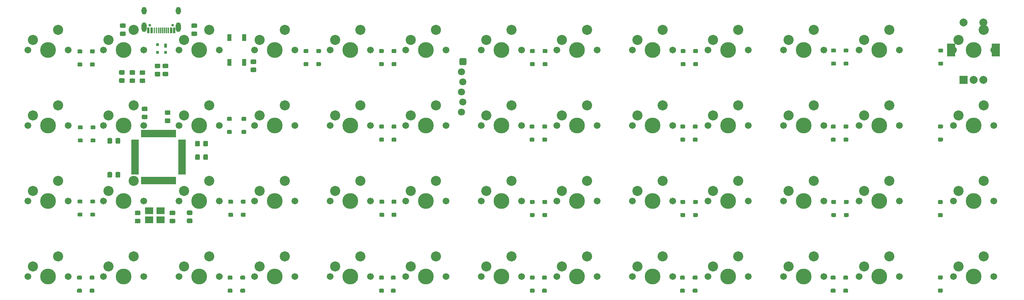
<source format=gbs>
G04 #@! TF.GenerationSoftware,KiCad,Pcbnew,(5.1.4-0-10_14)*
G04 #@! TF.CreationDate,2021-10-03T12:43:46-05:00*
G04 #@! TF.ProjectId,lucy,6c756379-2e6b-4696-9361-645f70636258,rev?*
G04 #@! TF.SameCoordinates,Original*
G04 #@! TF.FileFunction,Soldermask,Bot*
G04 #@! TF.FilePolarity,Negative*
%FSLAX46Y46*%
G04 Gerber Fmt 4.6, Leading zero omitted, Abs format (unit mm)*
G04 Created by KiCad (PCBNEW (5.1.4-0-10_14)) date 2021-10-03 12:43:46*
%MOMM*%
%LPD*%
G04 APERTURE LIST*
%ADD10C,0.100000*%
%ADD11C,1.150000*%
%ADD12R,2.100000X1.800000*%
%ADD13R,0.800000X0.700000*%
%ADD14R,0.800000X1.100000*%
%ADD15C,1.000000*%
%ADD16C,2.540000*%
%ADD17C,1.701800*%
%ADD18C,3.987800*%
%ADD19R,2.000000X2.000000*%
%ADD20C,2.000000*%
%ADD21R,2.000000X3.200000*%
%ADD22C,1.803400*%
%ADD23R,0.900000X1.900000*%
%ADD24R,1.900000X0.900000*%
%ADD25C,0.600000*%
%ADD26O,1.300000X2.400000*%
%ADD27C,0.300000*%
%ADD28O,1.300000X1.900000*%
%ADD29C,0.650000*%
%ADD30R,1.100000X1.800000*%
G04 APERTURE END LIST*
D10*
G36*
X123124505Y-95701204D02*
G01*
X123148773Y-95704804D01*
X123172572Y-95710765D01*
X123195671Y-95719030D01*
X123217850Y-95729520D01*
X123238893Y-95742132D01*
X123258599Y-95756747D01*
X123276777Y-95773223D01*
X123293253Y-95791401D01*
X123307868Y-95811107D01*
X123320480Y-95832150D01*
X123330970Y-95854329D01*
X123339235Y-95877428D01*
X123345196Y-95901227D01*
X123348796Y-95925495D01*
X123350000Y-95949999D01*
X123350000Y-96600001D01*
X123348796Y-96624505D01*
X123345196Y-96648773D01*
X123339235Y-96672572D01*
X123330970Y-96695671D01*
X123320480Y-96717850D01*
X123307868Y-96738893D01*
X123293253Y-96758599D01*
X123276777Y-96776777D01*
X123258599Y-96793253D01*
X123238893Y-96807868D01*
X123217850Y-96820480D01*
X123195671Y-96830970D01*
X123172572Y-96839235D01*
X123148773Y-96845196D01*
X123124505Y-96848796D01*
X123100001Y-96850000D01*
X122199999Y-96850000D01*
X122175495Y-96848796D01*
X122151227Y-96845196D01*
X122127428Y-96839235D01*
X122104329Y-96830970D01*
X122082150Y-96820480D01*
X122061107Y-96807868D01*
X122041401Y-96793253D01*
X122023223Y-96776777D01*
X122006747Y-96758599D01*
X121992132Y-96738893D01*
X121979520Y-96717850D01*
X121969030Y-96695671D01*
X121960765Y-96672572D01*
X121954804Y-96648773D01*
X121951204Y-96624505D01*
X121950000Y-96600001D01*
X121950000Y-95949999D01*
X121951204Y-95925495D01*
X121954804Y-95901227D01*
X121960765Y-95877428D01*
X121969030Y-95854329D01*
X121979520Y-95832150D01*
X121992132Y-95811107D01*
X122006747Y-95791401D01*
X122023223Y-95773223D01*
X122041401Y-95756747D01*
X122061107Y-95742132D01*
X122082150Y-95729520D01*
X122104329Y-95719030D01*
X122127428Y-95710765D01*
X122151227Y-95704804D01*
X122175495Y-95701204D01*
X122199999Y-95700000D01*
X123100001Y-95700000D01*
X123124505Y-95701204D01*
X123124505Y-95701204D01*
G37*
D11*
X122650000Y-96275000D03*
D10*
G36*
X123124505Y-93651204D02*
G01*
X123148773Y-93654804D01*
X123172572Y-93660765D01*
X123195671Y-93669030D01*
X123217850Y-93679520D01*
X123238893Y-93692132D01*
X123258599Y-93706747D01*
X123276777Y-93723223D01*
X123293253Y-93741401D01*
X123307868Y-93761107D01*
X123320480Y-93782150D01*
X123330970Y-93804329D01*
X123339235Y-93827428D01*
X123345196Y-93851227D01*
X123348796Y-93875495D01*
X123350000Y-93899999D01*
X123350000Y-94550001D01*
X123348796Y-94574505D01*
X123345196Y-94598773D01*
X123339235Y-94622572D01*
X123330970Y-94645671D01*
X123320480Y-94667850D01*
X123307868Y-94688893D01*
X123293253Y-94708599D01*
X123276777Y-94726777D01*
X123258599Y-94743253D01*
X123238893Y-94757868D01*
X123217850Y-94770480D01*
X123195671Y-94780970D01*
X123172572Y-94789235D01*
X123148773Y-94795196D01*
X123124505Y-94798796D01*
X123100001Y-94800000D01*
X122199999Y-94800000D01*
X122175495Y-94798796D01*
X122151227Y-94795196D01*
X122127428Y-94789235D01*
X122104329Y-94780970D01*
X122082150Y-94770480D01*
X122061107Y-94757868D01*
X122041401Y-94743253D01*
X122023223Y-94726777D01*
X122006747Y-94708599D01*
X121992132Y-94688893D01*
X121979520Y-94667850D01*
X121969030Y-94645671D01*
X121960765Y-94622572D01*
X121954804Y-94598773D01*
X121951204Y-94574505D01*
X121950000Y-94550001D01*
X121950000Y-93899999D01*
X121951204Y-93875495D01*
X121954804Y-93851227D01*
X121960765Y-93827428D01*
X121969030Y-93804329D01*
X121979520Y-93782150D01*
X121992132Y-93761107D01*
X122006747Y-93741401D01*
X122023223Y-93723223D01*
X122041401Y-93706747D01*
X122061107Y-93692132D01*
X122082150Y-93679520D01*
X122104329Y-93669030D01*
X122127428Y-93660765D01*
X122151227Y-93654804D01*
X122175495Y-93651204D01*
X122199999Y-93650000D01*
X123100001Y-93650000D01*
X123124505Y-93651204D01*
X123124505Y-93651204D01*
G37*
D11*
X122650000Y-94225000D03*
D12*
X115350000Y-96000000D03*
X112450000Y-96000000D03*
X112450000Y-93700000D03*
X115350000Y-93700000D03*
D10*
G36*
X102849505Y-83951204D02*
G01*
X102873773Y-83954804D01*
X102897572Y-83960765D01*
X102920671Y-83969030D01*
X102942850Y-83979520D01*
X102963893Y-83992132D01*
X102983599Y-84006747D01*
X103001777Y-84023223D01*
X103018253Y-84041401D01*
X103032868Y-84061107D01*
X103045480Y-84082150D01*
X103055970Y-84104329D01*
X103064235Y-84127428D01*
X103070196Y-84151227D01*
X103073796Y-84175495D01*
X103075000Y-84199999D01*
X103075000Y-85100001D01*
X103073796Y-85124505D01*
X103070196Y-85148773D01*
X103064235Y-85172572D01*
X103055970Y-85195671D01*
X103045480Y-85217850D01*
X103032868Y-85238893D01*
X103018253Y-85258599D01*
X103001777Y-85276777D01*
X102983599Y-85293253D01*
X102963893Y-85307868D01*
X102942850Y-85320480D01*
X102920671Y-85330970D01*
X102897572Y-85339235D01*
X102873773Y-85345196D01*
X102849505Y-85348796D01*
X102825001Y-85350000D01*
X102174999Y-85350000D01*
X102150495Y-85348796D01*
X102126227Y-85345196D01*
X102102428Y-85339235D01*
X102079329Y-85330970D01*
X102057150Y-85320480D01*
X102036107Y-85307868D01*
X102016401Y-85293253D01*
X101998223Y-85276777D01*
X101981747Y-85258599D01*
X101967132Y-85238893D01*
X101954520Y-85217850D01*
X101944030Y-85195671D01*
X101935765Y-85172572D01*
X101929804Y-85148773D01*
X101926204Y-85124505D01*
X101925000Y-85100001D01*
X101925000Y-84199999D01*
X101926204Y-84175495D01*
X101929804Y-84151227D01*
X101935765Y-84127428D01*
X101944030Y-84104329D01*
X101954520Y-84082150D01*
X101967132Y-84061107D01*
X101981747Y-84041401D01*
X101998223Y-84023223D01*
X102016401Y-84006747D01*
X102036107Y-83992132D01*
X102057150Y-83979520D01*
X102079329Y-83969030D01*
X102102428Y-83960765D01*
X102126227Y-83954804D01*
X102150495Y-83951204D01*
X102174999Y-83950000D01*
X102825001Y-83950000D01*
X102849505Y-83951204D01*
X102849505Y-83951204D01*
G37*
D11*
X102500000Y-84650000D03*
D10*
G36*
X104899505Y-83951204D02*
G01*
X104923773Y-83954804D01*
X104947572Y-83960765D01*
X104970671Y-83969030D01*
X104992850Y-83979520D01*
X105013893Y-83992132D01*
X105033599Y-84006747D01*
X105051777Y-84023223D01*
X105068253Y-84041401D01*
X105082868Y-84061107D01*
X105095480Y-84082150D01*
X105105970Y-84104329D01*
X105114235Y-84127428D01*
X105120196Y-84151227D01*
X105123796Y-84175495D01*
X105125000Y-84199999D01*
X105125000Y-85100001D01*
X105123796Y-85124505D01*
X105120196Y-85148773D01*
X105114235Y-85172572D01*
X105105970Y-85195671D01*
X105095480Y-85217850D01*
X105082868Y-85238893D01*
X105068253Y-85258599D01*
X105051777Y-85276777D01*
X105033599Y-85293253D01*
X105013893Y-85307868D01*
X104992850Y-85320480D01*
X104970671Y-85330970D01*
X104947572Y-85339235D01*
X104923773Y-85345196D01*
X104899505Y-85348796D01*
X104875001Y-85350000D01*
X104224999Y-85350000D01*
X104200495Y-85348796D01*
X104176227Y-85345196D01*
X104152428Y-85339235D01*
X104129329Y-85330970D01*
X104107150Y-85320480D01*
X104086107Y-85307868D01*
X104066401Y-85293253D01*
X104048223Y-85276777D01*
X104031747Y-85258599D01*
X104017132Y-85238893D01*
X104004520Y-85217850D01*
X103994030Y-85195671D01*
X103985765Y-85172572D01*
X103979804Y-85148773D01*
X103976204Y-85124505D01*
X103975000Y-85100001D01*
X103975000Y-84199999D01*
X103976204Y-84175495D01*
X103979804Y-84151227D01*
X103985765Y-84127428D01*
X103994030Y-84104329D01*
X104004520Y-84082150D01*
X104017132Y-84061107D01*
X104031747Y-84041401D01*
X104048223Y-84023223D01*
X104066401Y-84006747D01*
X104086107Y-83992132D01*
X104107150Y-83979520D01*
X104129329Y-83969030D01*
X104152428Y-83960765D01*
X104176227Y-83954804D01*
X104200495Y-83951204D01*
X104224999Y-83950000D01*
X104875001Y-83950000D01*
X104899505Y-83951204D01*
X104899505Y-83951204D01*
G37*
D11*
X104550000Y-84650000D03*
D13*
X114540625Y-51856250D03*
X114540625Y-53756250D03*
X116540625Y-53756250D03*
D14*
X116540625Y-52056250D03*
D10*
G36*
X312365129Y-52807454D02*
G01*
X312389398Y-52811054D01*
X312413196Y-52817015D01*
X312436296Y-52825280D01*
X312458474Y-52835770D01*
X312479518Y-52848383D01*
X312499223Y-52862997D01*
X312517402Y-52879473D01*
X312533878Y-52897652D01*
X312548492Y-52917357D01*
X312561105Y-52938401D01*
X312571595Y-52960579D01*
X312579860Y-52983679D01*
X312585821Y-53007477D01*
X312589421Y-53031746D01*
X312590625Y-53056250D01*
X312590625Y-53556250D01*
X312589421Y-53580754D01*
X312585821Y-53605023D01*
X312579860Y-53628821D01*
X312571595Y-53651921D01*
X312561105Y-53674099D01*
X312548492Y-53695143D01*
X312533878Y-53714848D01*
X312517402Y-53733027D01*
X312499223Y-53749503D01*
X312479518Y-53764117D01*
X312458474Y-53776730D01*
X312436296Y-53787220D01*
X312413196Y-53795485D01*
X312389398Y-53801446D01*
X312365129Y-53805046D01*
X312340625Y-53806250D01*
X311640625Y-53806250D01*
X311616121Y-53805046D01*
X311591852Y-53801446D01*
X311568054Y-53795485D01*
X311544954Y-53787220D01*
X311522776Y-53776730D01*
X311501732Y-53764117D01*
X311482027Y-53749503D01*
X311463848Y-53733027D01*
X311447372Y-53714848D01*
X311432758Y-53695143D01*
X311420145Y-53674099D01*
X311409655Y-53651921D01*
X311401390Y-53628821D01*
X311395429Y-53605023D01*
X311391829Y-53580754D01*
X311390625Y-53556250D01*
X311390625Y-53056250D01*
X311391829Y-53031746D01*
X311395429Y-53007477D01*
X311401390Y-52983679D01*
X311409655Y-52960579D01*
X311420145Y-52938401D01*
X311432758Y-52917357D01*
X311447372Y-52897652D01*
X311463848Y-52879473D01*
X311482027Y-52862997D01*
X311501732Y-52848383D01*
X311522776Y-52835770D01*
X311544954Y-52825280D01*
X311568054Y-52817015D01*
X311591852Y-52811054D01*
X311616121Y-52807454D01*
X311640625Y-52806250D01*
X312340625Y-52806250D01*
X312365129Y-52807454D01*
X312365129Y-52807454D01*
G37*
D15*
X311990625Y-53306250D03*
D10*
G36*
X312365129Y-56107454D02*
G01*
X312389398Y-56111054D01*
X312413196Y-56117015D01*
X312436296Y-56125280D01*
X312458474Y-56135770D01*
X312479518Y-56148383D01*
X312499223Y-56162997D01*
X312517402Y-56179473D01*
X312533878Y-56197652D01*
X312548492Y-56217357D01*
X312561105Y-56238401D01*
X312571595Y-56260579D01*
X312579860Y-56283679D01*
X312585821Y-56307477D01*
X312589421Y-56331746D01*
X312590625Y-56356250D01*
X312590625Y-56856250D01*
X312589421Y-56880754D01*
X312585821Y-56905023D01*
X312579860Y-56928821D01*
X312571595Y-56951921D01*
X312561105Y-56974099D01*
X312548492Y-56995143D01*
X312533878Y-57014848D01*
X312517402Y-57033027D01*
X312499223Y-57049503D01*
X312479518Y-57064117D01*
X312458474Y-57076730D01*
X312436296Y-57087220D01*
X312413196Y-57095485D01*
X312389398Y-57101446D01*
X312365129Y-57105046D01*
X312340625Y-57106250D01*
X311640625Y-57106250D01*
X311616121Y-57105046D01*
X311591852Y-57101446D01*
X311568054Y-57095485D01*
X311544954Y-57087220D01*
X311522776Y-57076730D01*
X311501732Y-57064117D01*
X311482027Y-57049503D01*
X311463848Y-57033027D01*
X311447372Y-57014848D01*
X311432758Y-56995143D01*
X311420145Y-56974099D01*
X311409655Y-56951921D01*
X311401390Y-56928821D01*
X311395429Y-56905023D01*
X311391829Y-56880754D01*
X311390625Y-56856250D01*
X311390625Y-56356250D01*
X311391829Y-56331746D01*
X311395429Y-56307477D01*
X311401390Y-56283679D01*
X311409655Y-56260579D01*
X311420145Y-56238401D01*
X311432758Y-56217357D01*
X311447372Y-56197652D01*
X311463848Y-56179473D01*
X311482027Y-56162997D01*
X311501732Y-56148383D01*
X311522776Y-56135770D01*
X311544954Y-56125280D01*
X311568054Y-56117015D01*
X311591852Y-56111054D01*
X311616121Y-56107454D01*
X311640625Y-56106250D01*
X312340625Y-56106250D01*
X312365129Y-56107454D01*
X312365129Y-56107454D01*
G37*
D15*
X311990625Y-56606250D03*
D10*
G36*
X312265129Y-91057454D02*
G01*
X312289398Y-91061054D01*
X312313196Y-91067015D01*
X312336296Y-91075280D01*
X312358474Y-91085770D01*
X312379518Y-91098383D01*
X312399223Y-91112997D01*
X312417402Y-91129473D01*
X312433878Y-91147652D01*
X312448492Y-91167357D01*
X312461105Y-91188401D01*
X312471595Y-91210579D01*
X312479860Y-91233679D01*
X312485821Y-91257477D01*
X312489421Y-91281746D01*
X312490625Y-91306250D01*
X312490625Y-91806250D01*
X312489421Y-91830754D01*
X312485821Y-91855023D01*
X312479860Y-91878821D01*
X312471595Y-91901921D01*
X312461105Y-91924099D01*
X312448492Y-91945143D01*
X312433878Y-91964848D01*
X312417402Y-91983027D01*
X312399223Y-91999503D01*
X312379518Y-92014117D01*
X312358474Y-92026730D01*
X312336296Y-92037220D01*
X312313196Y-92045485D01*
X312289398Y-92051446D01*
X312265129Y-92055046D01*
X312240625Y-92056250D01*
X311540625Y-92056250D01*
X311516121Y-92055046D01*
X311491852Y-92051446D01*
X311468054Y-92045485D01*
X311444954Y-92037220D01*
X311422776Y-92026730D01*
X311401732Y-92014117D01*
X311382027Y-91999503D01*
X311363848Y-91983027D01*
X311347372Y-91964848D01*
X311332758Y-91945143D01*
X311320145Y-91924099D01*
X311309655Y-91901921D01*
X311301390Y-91878821D01*
X311295429Y-91855023D01*
X311291829Y-91830754D01*
X311290625Y-91806250D01*
X311290625Y-91306250D01*
X311291829Y-91281746D01*
X311295429Y-91257477D01*
X311301390Y-91233679D01*
X311309655Y-91210579D01*
X311320145Y-91188401D01*
X311332758Y-91167357D01*
X311347372Y-91147652D01*
X311363848Y-91129473D01*
X311382027Y-91112997D01*
X311401732Y-91098383D01*
X311422776Y-91085770D01*
X311444954Y-91075280D01*
X311468054Y-91067015D01*
X311491852Y-91061054D01*
X311516121Y-91057454D01*
X311540625Y-91056250D01*
X312240625Y-91056250D01*
X312265129Y-91057454D01*
X312265129Y-91057454D01*
G37*
D15*
X311890625Y-91556250D03*
D10*
G36*
X312265129Y-94357454D02*
G01*
X312289398Y-94361054D01*
X312313196Y-94367015D01*
X312336296Y-94375280D01*
X312358474Y-94385770D01*
X312379518Y-94398383D01*
X312399223Y-94412997D01*
X312417402Y-94429473D01*
X312433878Y-94447652D01*
X312448492Y-94467357D01*
X312461105Y-94488401D01*
X312471595Y-94510579D01*
X312479860Y-94533679D01*
X312485821Y-94557477D01*
X312489421Y-94581746D01*
X312490625Y-94606250D01*
X312490625Y-95106250D01*
X312489421Y-95130754D01*
X312485821Y-95155023D01*
X312479860Y-95178821D01*
X312471595Y-95201921D01*
X312461105Y-95224099D01*
X312448492Y-95245143D01*
X312433878Y-95264848D01*
X312417402Y-95283027D01*
X312399223Y-95299503D01*
X312379518Y-95314117D01*
X312358474Y-95326730D01*
X312336296Y-95337220D01*
X312313196Y-95345485D01*
X312289398Y-95351446D01*
X312265129Y-95355046D01*
X312240625Y-95356250D01*
X311540625Y-95356250D01*
X311516121Y-95355046D01*
X311491852Y-95351446D01*
X311468054Y-95345485D01*
X311444954Y-95337220D01*
X311422776Y-95326730D01*
X311401732Y-95314117D01*
X311382027Y-95299503D01*
X311363848Y-95283027D01*
X311347372Y-95264848D01*
X311332758Y-95245143D01*
X311320145Y-95224099D01*
X311309655Y-95201921D01*
X311301390Y-95178821D01*
X311295429Y-95155023D01*
X311291829Y-95130754D01*
X311290625Y-95106250D01*
X311290625Y-94606250D01*
X311291829Y-94581746D01*
X311295429Y-94557477D01*
X311301390Y-94533679D01*
X311309655Y-94510579D01*
X311320145Y-94488401D01*
X311332758Y-94467357D01*
X311347372Y-94447652D01*
X311363848Y-94429473D01*
X311382027Y-94412997D01*
X311401732Y-94398383D01*
X311422776Y-94385770D01*
X311444954Y-94375280D01*
X311468054Y-94367015D01*
X311491852Y-94361054D01*
X311516121Y-94357454D01*
X311540625Y-94356250D01*
X312240625Y-94356250D01*
X312265129Y-94357454D01*
X312265129Y-94357454D01*
G37*
D15*
X311890625Y-94856250D03*
D16*
X316468185Y-69691370D03*
X322818185Y-67151370D03*
D17*
X325358185Y-72231370D03*
X315198185Y-72231370D03*
D18*
X320278185Y-72231370D03*
D16*
X121205625Y-50641250D03*
X127555625Y-48101250D03*
D17*
X130095625Y-53181250D03*
X119935625Y-53181250D03*
D18*
X125015625Y-53181250D03*
D16*
X316468185Y-107791530D03*
X322818185Y-105251530D03*
D17*
X325358185Y-110331530D03*
X315198185Y-110331530D03*
D18*
X320278185Y-110331530D03*
D10*
G36*
X98562503Y-90900581D02*
G01*
X98586772Y-90904181D01*
X98610570Y-90910142D01*
X98633670Y-90918407D01*
X98655848Y-90928897D01*
X98676892Y-90941510D01*
X98696597Y-90956124D01*
X98714776Y-90972600D01*
X98731252Y-90990779D01*
X98745866Y-91010484D01*
X98758479Y-91031528D01*
X98768969Y-91053706D01*
X98777234Y-91076806D01*
X98783195Y-91100604D01*
X98786795Y-91124873D01*
X98787999Y-91149377D01*
X98787999Y-91649377D01*
X98786795Y-91673881D01*
X98783195Y-91698150D01*
X98777234Y-91721948D01*
X98768969Y-91745048D01*
X98758479Y-91767226D01*
X98745866Y-91788270D01*
X98731252Y-91807975D01*
X98714776Y-91826154D01*
X98696597Y-91842630D01*
X98676892Y-91857244D01*
X98655848Y-91869857D01*
X98633670Y-91880347D01*
X98610570Y-91888612D01*
X98586772Y-91894573D01*
X98562503Y-91898173D01*
X98537999Y-91899377D01*
X97837999Y-91899377D01*
X97813495Y-91898173D01*
X97789226Y-91894573D01*
X97765428Y-91888612D01*
X97742328Y-91880347D01*
X97720150Y-91869857D01*
X97699106Y-91857244D01*
X97679401Y-91842630D01*
X97661222Y-91826154D01*
X97644746Y-91807975D01*
X97630132Y-91788270D01*
X97617519Y-91767226D01*
X97607029Y-91745048D01*
X97598764Y-91721948D01*
X97592803Y-91698150D01*
X97589203Y-91673881D01*
X97587999Y-91649377D01*
X97587999Y-91149377D01*
X97589203Y-91124873D01*
X97592803Y-91100604D01*
X97598764Y-91076806D01*
X97607029Y-91053706D01*
X97617519Y-91031528D01*
X97630132Y-91010484D01*
X97644746Y-90990779D01*
X97661222Y-90972600D01*
X97679401Y-90956124D01*
X97699106Y-90941510D01*
X97720150Y-90928897D01*
X97742328Y-90918407D01*
X97765428Y-90910142D01*
X97789226Y-90904181D01*
X97813495Y-90900581D01*
X97837999Y-90899377D01*
X98537999Y-90899377D01*
X98562503Y-90900581D01*
X98562503Y-90900581D01*
G37*
D15*
X98187999Y-91399377D03*
D10*
G36*
X98562503Y-94200581D02*
G01*
X98586772Y-94204181D01*
X98610570Y-94210142D01*
X98633670Y-94218407D01*
X98655848Y-94228897D01*
X98676892Y-94241510D01*
X98696597Y-94256124D01*
X98714776Y-94272600D01*
X98731252Y-94290779D01*
X98745866Y-94310484D01*
X98758479Y-94331528D01*
X98768969Y-94353706D01*
X98777234Y-94376806D01*
X98783195Y-94400604D01*
X98786795Y-94424873D01*
X98787999Y-94449377D01*
X98787999Y-94949377D01*
X98786795Y-94973881D01*
X98783195Y-94998150D01*
X98777234Y-95021948D01*
X98768969Y-95045048D01*
X98758479Y-95067226D01*
X98745866Y-95088270D01*
X98731252Y-95107975D01*
X98714776Y-95126154D01*
X98696597Y-95142630D01*
X98676892Y-95157244D01*
X98655848Y-95169857D01*
X98633670Y-95180347D01*
X98610570Y-95188612D01*
X98586772Y-95194573D01*
X98562503Y-95198173D01*
X98537999Y-95199377D01*
X97837999Y-95199377D01*
X97813495Y-95198173D01*
X97789226Y-95194573D01*
X97765428Y-95188612D01*
X97742328Y-95180347D01*
X97720150Y-95169857D01*
X97699106Y-95157244D01*
X97679401Y-95142630D01*
X97661222Y-95126154D01*
X97644746Y-95107975D01*
X97630132Y-95088270D01*
X97617519Y-95067226D01*
X97607029Y-95045048D01*
X97598764Y-95021948D01*
X97592803Y-94998150D01*
X97589203Y-94973881D01*
X97587999Y-94949377D01*
X97587999Y-94449377D01*
X97589203Y-94424873D01*
X97592803Y-94400604D01*
X97598764Y-94376806D01*
X97607029Y-94353706D01*
X97617519Y-94331528D01*
X97630132Y-94310484D01*
X97644746Y-94290779D01*
X97661222Y-94272600D01*
X97679401Y-94256124D01*
X97699106Y-94241510D01*
X97720150Y-94228897D01*
X97742328Y-94218407D01*
X97765428Y-94210142D01*
X97789226Y-94204181D01*
X97813495Y-94200581D01*
X97837999Y-94199377D01*
X98537999Y-94199377D01*
X98562503Y-94200581D01*
X98562503Y-94200581D01*
G37*
D15*
X98187999Y-94699377D03*
D10*
G36*
X106024505Y-58251204D02*
G01*
X106048773Y-58254804D01*
X106072572Y-58260765D01*
X106095671Y-58269030D01*
X106117850Y-58279520D01*
X106138893Y-58292132D01*
X106158599Y-58306747D01*
X106176777Y-58323223D01*
X106193253Y-58341401D01*
X106207868Y-58361107D01*
X106220480Y-58382150D01*
X106230970Y-58404329D01*
X106239235Y-58427428D01*
X106245196Y-58451227D01*
X106248796Y-58475495D01*
X106250000Y-58499999D01*
X106250000Y-59150001D01*
X106248796Y-59174505D01*
X106245196Y-59198773D01*
X106239235Y-59222572D01*
X106230970Y-59245671D01*
X106220480Y-59267850D01*
X106207868Y-59288893D01*
X106193253Y-59308599D01*
X106176777Y-59326777D01*
X106158599Y-59343253D01*
X106138893Y-59357868D01*
X106117850Y-59370480D01*
X106095671Y-59380970D01*
X106072572Y-59389235D01*
X106048773Y-59395196D01*
X106024505Y-59398796D01*
X106000001Y-59400000D01*
X105099999Y-59400000D01*
X105075495Y-59398796D01*
X105051227Y-59395196D01*
X105027428Y-59389235D01*
X105004329Y-59380970D01*
X104982150Y-59370480D01*
X104961107Y-59357868D01*
X104941401Y-59343253D01*
X104923223Y-59326777D01*
X104906747Y-59308599D01*
X104892132Y-59288893D01*
X104879520Y-59267850D01*
X104869030Y-59245671D01*
X104860765Y-59222572D01*
X104854804Y-59198773D01*
X104851204Y-59174505D01*
X104850000Y-59150001D01*
X104850000Y-58499999D01*
X104851204Y-58475495D01*
X104854804Y-58451227D01*
X104860765Y-58427428D01*
X104869030Y-58404329D01*
X104879520Y-58382150D01*
X104892132Y-58361107D01*
X104906747Y-58341401D01*
X104923223Y-58323223D01*
X104941401Y-58306747D01*
X104961107Y-58292132D01*
X104982150Y-58279520D01*
X105004329Y-58269030D01*
X105027428Y-58260765D01*
X105051227Y-58254804D01*
X105075495Y-58251204D01*
X105099999Y-58250000D01*
X106000001Y-58250000D01*
X106024505Y-58251204D01*
X106024505Y-58251204D01*
G37*
D11*
X105550000Y-58825000D03*
D10*
G36*
X106024505Y-60301204D02*
G01*
X106048773Y-60304804D01*
X106072572Y-60310765D01*
X106095671Y-60319030D01*
X106117850Y-60329520D01*
X106138893Y-60342132D01*
X106158599Y-60356747D01*
X106176777Y-60373223D01*
X106193253Y-60391401D01*
X106207868Y-60411107D01*
X106220480Y-60432150D01*
X106230970Y-60454329D01*
X106239235Y-60477428D01*
X106245196Y-60501227D01*
X106248796Y-60525495D01*
X106250000Y-60549999D01*
X106250000Y-61200001D01*
X106248796Y-61224505D01*
X106245196Y-61248773D01*
X106239235Y-61272572D01*
X106230970Y-61295671D01*
X106220480Y-61317850D01*
X106207868Y-61338893D01*
X106193253Y-61358599D01*
X106176777Y-61376777D01*
X106158599Y-61393253D01*
X106138893Y-61407868D01*
X106117850Y-61420480D01*
X106095671Y-61430970D01*
X106072572Y-61439235D01*
X106048773Y-61445196D01*
X106024505Y-61448796D01*
X106000001Y-61450000D01*
X105099999Y-61450000D01*
X105075495Y-61448796D01*
X105051227Y-61445196D01*
X105027428Y-61439235D01*
X105004329Y-61430970D01*
X104982150Y-61420480D01*
X104961107Y-61407868D01*
X104941401Y-61393253D01*
X104923223Y-61376777D01*
X104906747Y-61358599D01*
X104892132Y-61338893D01*
X104879520Y-61317850D01*
X104869030Y-61295671D01*
X104860765Y-61272572D01*
X104854804Y-61248773D01*
X104851204Y-61224505D01*
X104850000Y-61200001D01*
X104850000Y-60549999D01*
X104851204Y-60525495D01*
X104854804Y-60501227D01*
X104860765Y-60477428D01*
X104869030Y-60454329D01*
X104879520Y-60432150D01*
X104892132Y-60411107D01*
X104906747Y-60391401D01*
X104923223Y-60373223D01*
X104941401Y-60356747D01*
X104961107Y-60342132D01*
X104982150Y-60329520D01*
X105004329Y-60319030D01*
X105027428Y-60310765D01*
X105051227Y-60304804D01*
X105075495Y-60301204D01*
X105099999Y-60300000D01*
X106000001Y-60300000D01*
X106024505Y-60301204D01*
X106024505Y-60301204D01*
G37*
D11*
X105550000Y-60875000D03*
D10*
G36*
X127024505Y-76101204D02*
G01*
X127048773Y-76104804D01*
X127072572Y-76110765D01*
X127095671Y-76119030D01*
X127117850Y-76129520D01*
X127138893Y-76142132D01*
X127158599Y-76156747D01*
X127176777Y-76173223D01*
X127193253Y-76191401D01*
X127207868Y-76211107D01*
X127220480Y-76232150D01*
X127230970Y-76254329D01*
X127239235Y-76277428D01*
X127245196Y-76301227D01*
X127248796Y-76325495D01*
X127250000Y-76349999D01*
X127250000Y-77250001D01*
X127248796Y-77274505D01*
X127245196Y-77298773D01*
X127239235Y-77322572D01*
X127230970Y-77345671D01*
X127220480Y-77367850D01*
X127207868Y-77388893D01*
X127193253Y-77408599D01*
X127176777Y-77426777D01*
X127158599Y-77443253D01*
X127138893Y-77457868D01*
X127117850Y-77470480D01*
X127095671Y-77480970D01*
X127072572Y-77489235D01*
X127048773Y-77495196D01*
X127024505Y-77498796D01*
X127000001Y-77500000D01*
X126349999Y-77500000D01*
X126325495Y-77498796D01*
X126301227Y-77495196D01*
X126277428Y-77489235D01*
X126254329Y-77480970D01*
X126232150Y-77470480D01*
X126211107Y-77457868D01*
X126191401Y-77443253D01*
X126173223Y-77426777D01*
X126156747Y-77408599D01*
X126142132Y-77388893D01*
X126129520Y-77367850D01*
X126119030Y-77345671D01*
X126110765Y-77322572D01*
X126104804Y-77298773D01*
X126101204Y-77274505D01*
X126100000Y-77250001D01*
X126100000Y-76349999D01*
X126101204Y-76325495D01*
X126104804Y-76301227D01*
X126110765Y-76277428D01*
X126119030Y-76254329D01*
X126129520Y-76232150D01*
X126142132Y-76211107D01*
X126156747Y-76191401D01*
X126173223Y-76173223D01*
X126191401Y-76156747D01*
X126211107Y-76142132D01*
X126232150Y-76129520D01*
X126254329Y-76119030D01*
X126277428Y-76110765D01*
X126301227Y-76104804D01*
X126325495Y-76101204D01*
X126349999Y-76100000D01*
X127000001Y-76100000D01*
X127024505Y-76101204D01*
X127024505Y-76101204D01*
G37*
D11*
X126675000Y-76800000D03*
D10*
G36*
X124974505Y-76101204D02*
G01*
X124998773Y-76104804D01*
X125022572Y-76110765D01*
X125045671Y-76119030D01*
X125067850Y-76129520D01*
X125088893Y-76142132D01*
X125108599Y-76156747D01*
X125126777Y-76173223D01*
X125143253Y-76191401D01*
X125157868Y-76211107D01*
X125170480Y-76232150D01*
X125180970Y-76254329D01*
X125189235Y-76277428D01*
X125195196Y-76301227D01*
X125198796Y-76325495D01*
X125200000Y-76349999D01*
X125200000Y-77250001D01*
X125198796Y-77274505D01*
X125195196Y-77298773D01*
X125189235Y-77322572D01*
X125180970Y-77345671D01*
X125170480Y-77367850D01*
X125157868Y-77388893D01*
X125143253Y-77408599D01*
X125126777Y-77426777D01*
X125108599Y-77443253D01*
X125088893Y-77457868D01*
X125067850Y-77470480D01*
X125045671Y-77480970D01*
X125022572Y-77489235D01*
X124998773Y-77495196D01*
X124974505Y-77498796D01*
X124950001Y-77500000D01*
X124299999Y-77500000D01*
X124275495Y-77498796D01*
X124251227Y-77495196D01*
X124227428Y-77489235D01*
X124204329Y-77480970D01*
X124182150Y-77470480D01*
X124161107Y-77457868D01*
X124141401Y-77443253D01*
X124123223Y-77426777D01*
X124106747Y-77408599D01*
X124092132Y-77388893D01*
X124079520Y-77367850D01*
X124069030Y-77345671D01*
X124060765Y-77322572D01*
X124054804Y-77298773D01*
X124051204Y-77274505D01*
X124050000Y-77250001D01*
X124050000Y-76349999D01*
X124051204Y-76325495D01*
X124054804Y-76301227D01*
X124060765Y-76277428D01*
X124069030Y-76254329D01*
X124079520Y-76232150D01*
X124092132Y-76211107D01*
X124106747Y-76191401D01*
X124123223Y-76173223D01*
X124141401Y-76156747D01*
X124161107Y-76142132D01*
X124182150Y-76129520D01*
X124204329Y-76119030D01*
X124227428Y-76110765D01*
X124251227Y-76104804D01*
X124275495Y-76101204D01*
X124299999Y-76100000D01*
X124950001Y-76100000D01*
X124974505Y-76101204D01*
X124974505Y-76101204D01*
G37*
D11*
X124625000Y-76800000D03*
D10*
G36*
X247406503Y-52945581D02*
G01*
X247430772Y-52949181D01*
X247454570Y-52955142D01*
X247477670Y-52963407D01*
X247499848Y-52973897D01*
X247520892Y-52986510D01*
X247540597Y-53001124D01*
X247558776Y-53017600D01*
X247575252Y-53035779D01*
X247589866Y-53055484D01*
X247602479Y-53076528D01*
X247612969Y-53098706D01*
X247621234Y-53121806D01*
X247627195Y-53145604D01*
X247630795Y-53169873D01*
X247631999Y-53194377D01*
X247631999Y-53694377D01*
X247630795Y-53718881D01*
X247627195Y-53743150D01*
X247621234Y-53766948D01*
X247612969Y-53790048D01*
X247602479Y-53812226D01*
X247589866Y-53833270D01*
X247575252Y-53852975D01*
X247558776Y-53871154D01*
X247540597Y-53887630D01*
X247520892Y-53902244D01*
X247499848Y-53914857D01*
X247477670Y-53925347D01*
X247454570Y-53933612D01*
X247430772Y-53939573D01*
X247406503Y-53943173D01*
X247381999Y-53944377D01*
X246681999Y-53944377D01*
X246657495Y-53943173D01*
X246633226Y-53939573D01*
X246609428Y-53933612D01*
X246586328Y-53925347D01*
X246564150Y-53914857D01*
X246543106Y-53902244D01*
X246523401Y-53887630D01*
X246505222Y-53871154D01*
X246488746Y-53852975D01*
X246474132Y-53833270D01*
X246461519Y-53812226D01*
X246451029Y-53790048D01*
X246442764Y-53766948D01*
X246436803Y-53743150D01*
X246433203Y-53718881D01*
X246431999Y-53694377D01*
X246431999Y-53194377D01*
X246433203Y-53169873D01*
X246436803Y-53145604D01*
X246442764Y-53121806D01*
X246451029Y-53098706D01*
X246461519Y-53076528D01*
X246474132Y-53055484D01*
X246488746Y-53035779D01*
X246505222Y-53017600D01*
X246523401Y-53001124D01*
X246543106Y-52986510D01*
X246564150Y-52973897D01*
X246586328Y-52963407D01*
X246609428Y-52955142D01*
X246633226Y-52949181D01*
X246657495Y-52945581D01*
X246681999Y-52944377D01*
X247381999Y-52944377D01*
X247406503Y-52945581D01*
X247406503Y-52945581D01*
G37*
D15*
X247031999Y-53444377D03*
D10*
G36*
X247406503Y-56245581D02*
G01*
X247430772Y-56249181D01*
X247454570Y-56255142D01*
X247477670Y-56263407D01*
X247499848Y-56273897D01*
X247520892Y-56286510D01*
X247540597Y-56301124D01*
X247558776Y-56317600D01*
X247575252Y-56335779D01*
X247589866Y-56355484D01*
X247602479Y-56376528D01*
X247612969Y-56398706D01*
X247621234Y-56421806D01*
X247627195Y-56445604D01*
X247630795Y-56469873D01*
X247631999Y-56494377D01*
X247631999Y-56994377D01*
X247630795Y-57018881D01*
X247627195Y-57043150D01*
X247621234Y-57066948D01*
X247612969Y-57090048D01*
X247602479Y-57112226D01*
X247589866Y-57133270D01*
X247575252Y-57152975D01*
X247558776Y-57171154D01*
X247540597Y-57187630D01*
X247520892Y-57202244D01*
X247499848Y-57214857D01*
X247477670Y-57225347D01*
X247454570Y-57233612D01*
X247430772Y-57239573D01*
X247406503Y-57243173D01*
X247381999Y-57244377D01*
X246681999Y-57244377D01*
X246657495Y-57243173D01*
X246633226Y-57239573D01*
X246609428Y-57233612D01*
X246586328Y-57225347D01*
X246564150Y-57214857D01*
X246543106Y-57202244D01*
X246523401Y-57187630D01*
X246505222Y-57171154D01*
X246488746Y-57152975D01*
X246474132Y-57133270D01*
X246461519Y-57112226D01*
X246451029Y-57090048D01*
X246442764Y-57066948D01*
X246436803Y-57043150D01*
X246433203Y-57018881D01*
X246431999Y-56994377D01*
X246431999Y-56494377D01*
X246433203Y-56469873D01*
X246436803Y-56445604D01*
X246442764Y-56421806D01*
X246451029Y-56398706D01*
X246461519Y-56376528D01*
X246474132Y-56355484D01*
X246488746Y-56335779D01*
X246505222Y-56317600D01*
X246523401Y-56301124D01*
X246543106Y-56286510D01*
X246564150Y-56273897D01*
X246586328Y-56263407D01*
X246609428Y-56255142D01*
X246633226Y-56249181D01*
X246657495Y-56245581D01*
X246681999Y-56244377D01*
X247381999Y-56244377D01*
X247406503Y-56245581D01*
X247406503Y-56245581D01*
G37*
D15*
X247031999Y-56744377D03*
D19*
X317752725Y-60693950D03*
D20*
X320252725Y-60693950D03*
X322752725Y-60693950D03*
D21*
X314652725Y-53193950D03*
X325852725Y-53193950D03*
D20*
X317752725Y-46193950D03*
X322752725Y-46193950D03*
D10*
G36*
X108671505Y-60339204D02*
G01*
X108695773Y-60342804D01*
X108719572Y-60348765D01*
X108742671Y-60357030D01*
X108764850Y-60367520D01*
X108785893Y-60380132D01*
X108805599Y-60394747D01*
X108823777Y-60411223D01*
X108840253Y-60429401D01*
X108854868Y-60449107D01*
X108867480Y-60470150D01*
X108877970Y-60492329D01*
X108886235Y-60515428D01*
X108892196Y-60539227D01*
X108895796Y-60563495D01*
X108897000Y-60587999D01*
X108897000Y-61238001D01*
X108895796Y-61262505D01*
X108892196Y-61286773D01*
X108886235Y-61310572D01*
X108877970Y-61333671D01*
X108867480Y-61355850D01*
X108854868Y-61376893D01*
X108840253Y-61396599D01*
X108823777Y-61414777D01*
X108805599Y-61431253D01*
X108785893Y-61445868D01*
X108764850Y-61458480D01*
X108742671Y-61468970D01*
X108719572Y-61477235D01*
X108695773Y-61483196D01*
X108671505Y-61486796D01*
X108647001Y-61488000D01*
X107746999Y-61488000D01*
X107722495Y-61486796D01*
X107698227Y-61483196D01*
X107674428Y-61477235D01*
X107651329Y-61468970D01*
X107629150Y-61458480D01*
X107608107Y-61445868D01*
X107588401Y-61431253D01*
X107570223Y-61414777D01*
X107553747Y-61396599D01*
X107539132Y-61376893D01*
X107526520Y-61355850D01*
X107516030Y-61333671D01*
X107507765Y-61310572D01*
X107501804Y-61286773D01*
X107498204Y-61262505D01*
X107497000Y-61238001D01*
X107497000Y-60587999D01*
X107498204Y-60563495D01*
X107501804Y-60539227D01*
X107507765Y-60515428D01*
X107516030Y-60492329D01*
X107526520Y-60470150D01*
X107539132Y-60449107D01*
X107553747Y-60429401D01*
X107570223Y-60411223D01*
X107588401Y-60394747D01*
X107608107Y-60380132D01*
X107629150Y-60367520D01*
X107651329Y-60357030D01*
X107674428Y-60348765D01*
X107698227Y-60342804D01*
X107722495Y-60339204D01*
X107746999Y-60338000D01*
X108647001Y-60338000D01*
X108671505Y-60339204D01*
X108671505Y-60339204D01*
G37*
D11*
X108197000Y-60913000D03*
D10*
G36*
X108671505Y-58289204D02*
G01*
X108695773Y-58292804D01*
X108719572Y-58298765D01*
X108742671Y-58307030D01*
X108764850Y-58317520D01*
X108785893Y-58330132D01*
X108805599Y-58344747D01*
X108823777Y-58361223D01*
X108840253Y-58379401D01*
X108854868Y-58399107D01*
X108867480Y-58420150D01*
X108877970Y-58442329D01*
X108886235Y-58465428D01*
X108892196Y-58489227D01*
X108895796Y-58513495D01*
X108897000Y-58537999D01*
X108897000Y-59188001D01*
X108895796Y-59212505D01*
X108892196Y-59236773D01*
X108886235Y-59260572D01*
X108877970Y-59283671D01*
X108867480Y-59305850D01*
X108854868Y-59326893D01*
X108840253Y-59346599D01*
X108823777Y-59364777D01*
X108805599Y-59381253D01*
X108785893Y-59395868D01*
X108764850Y-59408480D01*
X108742671Y-59418970D01*
X108719572Y-59427235D01*
X108695773Y-59433196D01*
X108671505Y-59436796D01*
X108647001Y-59438000D01*
X107746999Y-59438000D01*
X107722495Y-59436796D01*
X107698227Y-59433196D01*
X107674428Y-59427235D01*
X107651329Y-59418970D01*
X107629150Y-59408480D01*
X107608107Y-59395868D01*
X107588401Y-59381253D01*
X107570223Y-59364777D01*
X107553747Y-59346599D01*
X107539132Y-59326893D01*
X107526520Y-59305850D01*
X107516030Y-59283671D01*
X107507765Y-59260572D01*
X107501804Y-59236773D01*
X107498204Y-59212505D01*
X107497000Y-59188001D01*
X107497000Y-58537999D01*
X107498204Y-58513495D01*
X107501804Y-58489227D01*
X107507765Y-58465428D01*
X107516030Y-58442329D01*
X107526520Y-58420150D01*
X107539132Y-58399107D01*
X107553747Y-58379401D01*
X107570223Y-58361223D01*
X107588401Y-58344747D01*
X107608107Y-58330132D01*
X107629150Y-58317520D01*
X107651329Y-58307030D01*
X107674428Y-58298765D01*
X107698227Y-58292804D01*
X107722495Y-58289204D01*
X107746999Y-58288000D01*
X108647001Y-58288000D01*
X108671505Y-58289204D01*
X108671505Y-58289204D01*
G37*
D11*
X108197000Y-58863000D03*
D10*
G36*
X139183505Y-55549204D02*
G01*
X139207773Y-55552804D01*
X139231572Y-55558765D01*
X139254671Y-55567030D01*
X139276850Y-55577520D01*
X139297893Y-55590132D01*
X139317599Y-55604747D01*
X139335777Y-55621223D01*
X139352253Y-55639401D01*
X139366868Y-55659107D01*
X139379480Y-55680150D01*
X139389970Y-55702329D01*
X139398235Y-55725428D01*
X139404196Y-55749227D01*
X139407796Y-55773495D01*
X139409000Y-55797999D01*
X139409000Y-56448001D01*
X139407796Y-56472505D01*
X139404196Y-56496773D01*
X139398235Y-56520572D01*
X139389970Y-56543671D01*
X139379480Y-56565850D01*
X139366868Y-56586893D01*
X139352253Y-56606599D01*
X139335777Y-56624777D01*
X139317599Y-56641253D01*
X139297893Y-56655868D01*
X139276850Y-56668480D01*
X139254671Y-56678970D01*
X139231572Y-56687235D01*
X139207773Y-56693196D01*
X139183505Y-56696796D01*
X139159001Y-56698000D01*
X138258999Y-56698000D01*
X138234495Y-56696796D01*
X138210227Y-56693196D01*
X138186428Y-56687235D01*
X138163329Y-56678970D01*
X138141150Y-56668480D01*
X138120107Y-56655868D01*
X138100401Y-56641253D01*
X138082223Y-56624777D01*
X138065747Y-56606599D01*
X138051132Y-56586893D01*
X138038520Y-56565850D01*
X138028030Y-56543671D01*
X138019765Y-56520572D01*
X138013804Y-56496773D01*
X138010204Y-56472505D01*
X138009000Y-56448001D01*
X138009000Y-55797999D01*
X138010204Y-55773495D01*
X138013804Y-55749227D01*
X138019765Y-55725428D01*
X138028030Y-55702329D01*
X138038520Y-55680150D01*
X138051132Y-55659107D01*
X138065747Y-55639401D01*
X138082223Y-55621223D01*
X138100401Y-55604747D01*
X138120107Y-55590132D01*
X138141150Y-55577520D01*
X138163329Y-55567030D01*
X138186428Y-55558765D01*
X138210227Y-55552804D01*
X138234495Y-55549204D01*
X138258999Y-55548000D01*
X139159001Y-55548000D01*
X139183505Y-55549204D01*
X139183505Y-55549204D01*
G37*
D11*
X138709000Y-56123000D03*
D10*
G36*
X139183505Y-57599204D02*
G01*
X139207773Y-57602804D01*
X139231572Y-57608765D01*
X139254671Y-57617030D01*
X139276850Y-57627520D01*
X139297893Y-57640132D01*
X139317599Y-57654747D01*
X139335777Y-57671223D01*
X139352253Y-57689401D01*
X139366868Y-57709107D01*
X139379480Y-57730150D01*
X139389970Y-57752329D01*
X139398235Y-57775428D01*
X139404196Y-57799227D01*
X139407796Y-57823495D01*
X139409000Y-57847999D01*
X139409000Y-58498001D01*
X139407796Y-58522505D01*
X139404196Y-58546773D01*
X139398235Y-58570572D01*
X139389970Y-58593671D01*
X139379480Y-58615850D01*
X139366868Y-58636893D01*
X139352253Y-58656599D01*
X139335777Y-58674777D01*
X139317599Y-58691253D01*
X139297893Y-58705868D01*
X139276850Y-58718480D01*
X139254671Y-58728970D01*
X139231572Y-58737235D01*
X139207773Y-58743196D01*
X139183505Y-58746796D01*
X139159001Y-58748000D01*
X138258999Y-58748000D01*
X138234495Y-58746796D01*
X138210227Y-58743196D01*
X138186428Y-58737235D01*
X138163329Y-58728970D01*
X138141150Y-58718480D01*
X138120107Y-58705868D01*
X138100401Y-58691253D01*
X138082223Y-58674777D01*
X138065747Y-58656599D01*
X138051132Y-58636893D01*
X138038520Y-58615850D01*
X138028030Y-58593671D01*
X138019765Y-58570572D01*
X138013804Y-58546773D01*
X138010204Y-58522505D01*
X138009000Y-58498001D01*
X138009000Y-57847999D01*
X138010204Y-57823495D01*
X138013804Y-57799227D01*
X138019765Y-57775428D01*
X138028030Y-57752329D01*
X138038520Y-57730150D01*
X138051132Y-57709107D01*
X138065747Y-57689401D01*
X138082223Y-57671223D01*
X138100401Y-57654747D01*
X138120107Y-57640132D01*
X138141150Y-57627520D01*
X138163329Y-57617030D01*
X138186428Y-57608765D01*
X138210227Y-57602804D01*
X138234495Y-57599204D01*
X138258999Y-57598000D01*
X139159001Y-57598000D01*
X139183505Y-57599204D01*
X139183505Y-57599204D01*
G37*
D11*
X138709000Y-58173000D03*
D10*
G36*
X124274505Y-48501204D02*
G01*
X124298773Y-48504804D01*
X124322572Y-48510765D01*
X124345671Y-48519030D01*
X124367850Y-48529520D01*
X124388893Y-48542132D01*
X124408599Y-48556747D01*
X124426777Y-48573223D01*
X124443253Y-48591401D01*
X124457868Y-48611107D01*
X124470480Y-48632150D01*
X124480970Y-48654329D01*
X124489235Y-48677428D01*
X124495196Y-48701227D01*
X124498796Y-48725495D01*
X124500000Y-48749999D01*
X124500000Y-49400001D01*
X124498796Y-49424505D01*
X124495196Y-49448773D01*
X124489235Y-49472572D01*
X124480970Y-49495671D01*
X124470480Y-49517850D01*
X124457868Y-49538893D01*
X124443253Y-49558599D01*
X124426777Y-49576777D01*
X124408599Y-49593253D01*
X124388893Y-49607868D01*
X124367850Y-49620480D01*
X124345671Y-49630970D01*
X124322572Y-49639235D01*
X124298773Y-49645196D01*
X124274505Y-49648796D01*
X124250001Y-49650000D01*
X123349999Y-49650000D01*
X123325495Y-49648796D01*
X123301227Y-49645196D01*
X123277428Y-49639235D01*
X123254329Y-49630970D01*
X123232150Y-49620480D01*
X123211107Y-49607868D01*
X123191401Y-49593253D01*
X123173223Y-49576777D01*
X123156747Y-49558599D01*
X123142132Y-49538893D01*
X123129520Y-49517850D01*
X123119030Y-49495671D01*
X123110765Y-49472572D01*
X123104804Y-49448773D01*
X123101204Y-49424505D01*
X123100000Y-49400001D01*
X123100000Y-48749999D01*
X123101204Y-48725495D01*
X123104804Y-48701227D01*
X123110765Y-48677428D01*
X123119030Y-48654329D01*
X123129520Y-48632150D01*
X123142132Y-48611107D01*
X123156747Y-48591401D01*
X123173223Y-48573223D01*
X123191401Y-48556747D01*
X123211107Y-48542132D01*
X123232150Y-48529520D01*
X123254329Y-48519030D01*
X123277428Y-48510765D01*
X123301227Y-48504804D01*
X123325495Y-48501204D01*
X123349999Y-48500000D01*
X124250001Y-48500000D01*
X124274505Y-48501204D01*
X124274505Y-48501204D01*
G37*
D11*
X123800000Y-49075000D03*
D10*
G36*
X124274505Y-46451204D02*
G01*
X124298773Y-46454804D01*
X124322572Y-46460765D01*
X124345671Y-46469030D01*
X124367850Y-46479520D01*
X124388893Y-46492132D01*
X124408599Y-46506747D01*
X124426777Y-46523223D01*
X124443253Y-46541401D01*
X124457868Y-46561107D01*
X124470480Y-46582150D01*
X124480970Y-46604329D01*
X124489235Y-46627428D01*
X124495196Y-46651227D01*
X124498796Y-46675495D01*
X124500000Y-46699999D01*
X124500000Y-47350001D01*
X124498796Y-47374505D01*
X124495196Y-47398773D01*
X124489235Y-47422572D01*
X124480970Y-47445671D01*
X124470480Y-47467850D01*
X124457868Y-47488893D01*
X124443253Y-47508599D01*
X124426777Y-47526777D01*
X124408599Y-47543253D01*
X124388893Y-47557868D01*
X124367850Y-47570480D01*
X124345671Y-47580970D01*
X124322572Y-47589235D01*
X124298773Y-47595196D01*
X124274505Y-47598796D01*
X124250001Y-47600000D01*
X123349999Y-47600000D01*
X123325495Y-47598796D01*
X123301227Y-47595196D01*
X123277428Y-47589235D01*
X123254329Y-47580970D01*
X123232150Y-47570480D01*
X123211107Y-47557868D01*
X123191401Y-47543253D01*
X123173223Y-47526777D01*
X123156747Y-47508599D01*
X123142132Y-47488893D01*
X123129520Y-47467850D01*
X123119030Y-47445671D01*
X123110765Y-47422572D01*
X123104804Y-47398773D01*
X123101204Y-47374505D01*
X123100000Y-47350001D01*
X123100000Y-46699999D01*
X123101204Y-46675495D01*
X123104804Y-46651227D01*
X123110765Y-46627428D01*
X123119030Y-46604329D01*
X123129520Y-46582150D01*
X123142132Y-46561107D01*
X123156747Y-46541401D01*
X123173223Y-46523223D01*
X123191401Y-46506747D01*
X123211107Y-46492132D01*
X123232150Y-46479520D01*
X123254329Y-46469030D01*
X123277428Y-46460765D01*
X123301227Y-46454804D01*
X123325495Y-46451204D01*
X123349999Y-46450000D01*
X124250001Y-46450000D01*
X124274505Y-46451204D01*
X124274505Y-46451204D01*
G37*
D11*
X123800000Y-47025000D03*
D10*
G36*
X106274505Y-46451204D02*
G01*
X106298773Y-46454804D01*
X106322572Y-46460765D01*
X106345671Y-46469030D01*
X106367850Y-46479520D01*
X106388893Y-46492132D01*
X106408599Y-46506747D01*
X106426777Y-46523223D01*
X106443253Y-46541401D01*
X106457868Y-46561107D01*
X106470480Y-46582150D01*
X106480970Y-46604329D01*
X106489235Y-46627428D01*
X106495196Y-46651227D01*
X106498796Y-46675495D01*
X106500000Y-46699999D01*
X106500000Y-47350001D01*
X106498796Y-47374505D01*
X106495196Y-47398773D01*
X106489235Y-47422572D01*
X106480970Y-47445671D01*
X106470480Y-47467850D01*
X106457868Y-47488893D01*
X106443253Y-47508599D01*
X106426777Y-47526777D01*
X106408599Y-47543253D01*
X106388893Y-47557868D01*
X106367850Y-47570480D01*
X106345671Y-47580970D01*
X106322572Y-47589235D01*
X106298773Y-47595196D01*
X106274505Y-47598796D01*
X106250001Y-47600000D01*
X105349999Y-47600000D01*
X105325495Y-47598796D01*
X105301227Y-47595196D01*
X105277428Y-47589235D01*
X105254329Y-47580970D01*
X105232150Y-47570480D01*
X105211107Y-47557868D01*
X105191401Y-47543253D01*
X105173223Y-47526777D01*
X105156747Y-47508599D01*
X105142132Y-47488893D01*
X105129520Y-47467850D01*
X105119030Y-47445671D01*
X105110765Y-47422572D01*
X105104804Y-47398773D01*
X105101204Y-47374505D01*
X105100000Y-47350001D01*
X105100000Y-46699999D01*
X105101204Y-46675495D01*
X105104804Y-46651227D01*
X105110765Y-46627428D01*
X105119030Y-46604329D01*
X105129520Y-46582150D01*
X105142132Y-46561107D01*
X105156747Y-46541401D01*
X105173223Y-46523223D01*
X105191401Y-46506747D01*
X105211107Y-46492132D01*
X105232150Y-46479520D01*
X105254329Y-46469030D01*
X105277428Y-46460765D01*
X105301227Y-46454804D01*
X105325495Y-46451204D01*
X105349999Y-46450000D01*
X106250001Y-46450000D01*
X106274505Y-46451204D01*
X106274505Y-46451204D01*
G37*
D11*
X105800000Y-47025000D03*
D10*
G36*
X106274505Y-48501204D02*
G01*
X106298773Y-48504804D01*
X106322572Y-48510765D01*
X106345671Y-48519030D01*
X106367850Y-48529520D01*
X106388893Y-48542132D01*
X106408599Y-48556747D01*
X106426777Y-48573223D01*
X106443253Y-48591401D01*
X106457868Y-48611107D01*
X106470480Y-48632150D01*
X106480970Y-48654329D01*
X106489235Y-48677428D01*
X106495196Y-48701227D01*
X106498796Y-48725495D01*
X106500000Y-48749999D01*
X106500000Y-49400001D01*
X106498796Y-49424505D01*
X106495196Y-49448773D01*
X106489235Y-49472572D01*
X106480970Y-49495671D01*
X106470480Y-49517850D01*
X106457868Y-49538893D01*
X106443253Y-49558599D01*
X106426777Y-49576777D01*
X106408599Y-49593253D01*
X106388893Y-49607868D01*
X106367850Y-49620480D01*
X106345671Y-49630970D01*
X106322572Y-49639235D01*
X106298773Y-49645196D01*
X106274505Y-49648796D01*
X106250001Y-49650000D01*
X105349999Y-49650000D01*
X105325495Y-49648796D01*
X105301227Y-49645196D01*
X105277428Y-49639235D01*
X105254329Y-49630970D01*
X105232150Y-49620480D01*
X105211107Y-49607868D01*
X105191401Y-49593253D01*
X105173223Y-49576777D01*
X105156747Y-49558599D01*
X105142132Y-49538893D01*
X105129520Y-49517850D01*
X105119030Y-49495671D01*
X105110765Y-49472572D01*
X105104804Y-49448773D01*
X105101204Y-49424505D01*
X105100000Y-49400001D01*
X105100000Y-48749999D01*
X105101204Y-48725495D01*
X105104804Y-48701227D01*
X105110765Y-48677428D01*
X105119030Y-48654329D01*
X105129520Y-48632150D01*
X105142132Y-48611107D01*
X105156747Y-48591401D01*
X105173223Y-48573223D01*
X105191401Y-48556747D01*
X105211107Y-48542132D01*
X105232150Y-48529520D01*
X105254329Y-48519030D01*
X105277428Y-48510765D01*
X105301227Y-48504804D01*
X105325495Y-48501204D01*
X105349999Y-48500000D01*
X106250001Y-48500000D01*
X106274505Y-48501204D01*
X106274505Y-48501204D01*
G37*
D11*
X105800000Y-49075000D03*
D10*
G36*
X117015130Y-56607454D02*
G01*
X117039398Y-56611054D01*
X117063197Y-56617015D01*
X117086296Y-56625280D01*
X117108475Y-56635770D01*
X117129518Y-56648382D01*
X117149224Y-56662997D01*
X117167402Y-56679473D01*
X117183878Y-56697651D01*
X117198493Y-56717357D01*
X117211105Y-56738400D01*
X117221595Y-56760579D01*
X117229860Y-56783678D01*
X117235821Y-56807477D01*
X117239421Y-56831745D01*
X117240625Y-56856249D01*
X117240625Y-57506251D01*
X117239421Y-57530755D01*
X117235821Y-57555023D01*
X117229860Y-57578822D01*
X117221595Y-57601921D01*
X117211105Y-57624100D01*
X117198493Y-57645143D01*
X117183878Y-57664849D01*
X117167402Y-57683027D01*
X117149224Y-57699503D01*
X117129518Y-57714118D01*
X117108475Y-57726730D01*
X117086296Y-57737220D01*
X117063197Y-57745485D01*
X117039398Y-57751446D01*
X117015130Y-57755046D01*
X116990626Y-57756250D01*
X116090624Y-57756250D01*
X116066120Y-57755046D01*
X116041852Y-57751446D01*
X116018053Y-57745485D01*
X115994954Y-57737220D01*
X115972775Y-57726730D01*
X115951732Y-57714118D01*
X115932026Y-57699503D01*
X115913848Y-57683027D01*
X115897372Y-57664849D01*
X115882757Y-57645143D01*
X115870145Y-57624100D01*
X115859655Y-57601921D01*
X115851390Y-57578822D01*
X115845429Y-57555023D01*
X115841829Y-57530755D01*
X115840625Y-57506251D01*
X115840625Y-56856249D01*
X115841829Y-56831745D01*
X115845429Y-56807477D01*
X115851390Y-56783678D01*
X115859655Y-56760579D01*
X115870145Y-56738400D01*
X115882757Y-56717357D01*
X115897372Y-56697651D01*
X115913848Y-56679473D01*
X115932026Y-56662997D01*
X115951732Y-56648382D01*
X115972775Y-56635770D01*
X115994954Y-56625280D01*
X116018053Y-56617015D01*
X116041852Y-56611054D01*
X116066120Y-56607454D01*
X116090624Y-56606250D01*
X116990626Y-56606250D01*
X117015130Y-56607454D01*
X117015130Y-56607454D01*
G37*
D11*
X116540625Y-57181250D03*
D10*
G36*
X117015130Y-58657454D02*
G01*
X117039398Y-58661054D01*
X117063197Y-58667015D01*
X117086296Y-58675280D01*
X117108475Y-58685770D01*
X117129518Y-58698382D01*
X117149224Y-58712997D01*
X117167402Y-58729473D01*
X117183878Y-58747651D01*
X117198493Y-58767357D01*
X117211105Y-58788400D01*
X117221595Y-58810579D01*
X117229860Y-58833678D01*
X117235821Y-58857477D01*
X117239421Y-58881745D01*
X117240625Y-58906249D01*
X117240625Y-59556251D01*
X117239421Y-59580755D01*
X117235821Y-59605023D01*
X117229860Y-59628822D01*
X117221595Y-59651921D01*
X117211105Y-59674100D01*
X117198493Y-59695143D01*
X117183878Y-59714849D01*
X117167402Y-59733027D01*
X117149224Y-59749503D01*
X117129518Y-59764118D01*
X117108475Y-59776730D01*
X117086296Y-59787220D01*
X117063197Y-59795485D01*
X117039398Y-59801446D01*
X117015130Y-59805046D01*
X116990626Y-59806250D01*
X116090624Y-59806250D01*
X116066120Y-59805046D01*
X116041852Y-59801446D01*
X116018053Y-59795485D01*
X115994954Y-59787220D01*
X115972775Y-59776730D01*
X115951732Y-59764118D01*
X115932026Y-59749503D01*
X115913848Y-59733027D01*
X115897372Y-59714849D01*
X115882757Y-59695143D01*
X115870145Y-59674100D01*
X115859655Y-59651921D01*
X115851390Y-59628822D01*
X115845429Y-59605023D01*
X115841829Y-59580755D01*
X115840625Y-59556251D01*
X115840625Y-58906249D01*
X115841829Y-58881745D01*
X115845429Y-58857477D01*
X115851390Y-58833678D01*
X115859655Y-58810579D01*
X115870145Y-58788400D01*
X115882757Y-58767357D01*
X115897372Y-58747651D01*
X115913848Y-58729473D01*
X115932026Y-58712997D01*
X115951732Y-58698382D01*
X115972775Y-58685770D01*
X115994954Y-58675280D01*
X116018053Y-58667015D01*
X116041852Y-58661054D01*
X116066120Y-58657454D01*
X116090624Y-58656250D01*
X116990626Y-58656250D01*
X117015130Y-58657454D01*
X117015130Y-58657454D01*
G37*
D11*
X116540625Y-59231250D03*
D10*
G36*
X115015130Y-56625204D02*
G01*
X115039398Y-56628804D01*
X115063197Y-56634765D01*
X115086296Y-56643030D01*
X115108475Y-56653520D01*
X115129518Y-56666132D01*
X115149224Y-56680747D01*
X115167402Y-56697223D01*
X115183878Y-56715401D01*
X115198493Y-56735107D01*
X115211105Y-56756150D01*
X115221595Y-56778329D01*
X115229860Y-56801428D01*
X115235821Y-56825227D01*
X115239421Y-56849495D01*
X115240625Y-56873999D01*
X115240625Y-57524001D01*
X115239421Y-57548505D01*
X115235821Y-57572773D01*
X115229860Y-57596572D01*
X115221595Y-57619671D01*
X115211105Y-57641850D01*
X115198493Y-57662893D01*
X115183878Y-57682599D01*
X115167402Y-57700777D01*
X115149224Y-57717253D01*
X115129518Y-57731868D01*
X115108475Y-57744480D01*
X115086296Y-57754970D01*
X115063197Y-57763235D01*
X115039398Y-57769196D01*
X115015130Y-57772796D01*
X114990626Y-57774000D01*
X114090624Y-57774000D01*
X114066120Y-57772796D01*
X114041852Y-57769196D01*
X114018053Y-57763235D01*
X113994954Y-57754970D01*
X113972775Y-57744480D01*
X113951732Y-57731868D01*
X113932026Y-57717253D01*
X113913848Y-57700777D01*
X113897372Y-57682599D01*
X113882757Y-57662893D01*
X113870145Y-57641850D01*
X113859655Y-57619671D01*
X113851390Y-57596572D01*
X113845429Y-57572773D01*
X113841829Y-57548505D01*
X113840625Y-57524001D01*
X113840625Y-56873999D01*
X113841829Y-56849495D01*
X113845429Y-56825227D01*
X113851390Y-56801428D01*
X113859655Y-56778329D01*
X113870145Y-56756150D01*
X113882757Y-56735107D01*
X113897372Y-56715401D01*
X113913848Y-56697223D01*
X113932026Y-56680747D01*
X113951732Y-56666132D01*
X113972775Y-56653520D01*
X113994954Y-56643030D01*
X114018053Y-56634765D01*
X114041852Y-56628804D01*
X114066120Y-56625204D01*
X114090624Y-56624000D01*
X114990626Y-56624000D01*
X115015130Y-56625204D01*
X115015130Y-56625204D01*
G37*
D11*
X114540625Y-57199000D03*
D10*
G36*
X115015130Y-58675204D02*
G01*
X115039398Y-58678804D01*
X115063197Y-58684765D01*
X115086296Y-58693030D01*
X115108475Y-58703520D01*
X115129518Y-58716132D01*
X115149224Y-58730747D01*
X115167402Y-58747223D01*
X115183878Y-58765401D01*
X115198493Y-58785107D01*
X115211105Y-58806150D01*
X115221595Y-58828329D01*
X115229860Y-58851428D01*
X115235821Y-58875227D01*
X115239421Y-58899495D01*
X115240625Y-58923999D01*
X115240625Y-59574001D01*
X115239421Y-59598505D01*
X115235821Y-59622773D01*
X115229860Y-59646572D01*
X115221595Y-59669671D01*
X115211105Y-59691850D01*
X115198493Y-59712893D01*
X115183878Y-59732599D01*
X115167402Y-59750777D01*
X115149224Y-59767253D01*
X115129518Y-59781868D01*
X115108475Y-59794480D01*
X115086296Y-59804970D01*
X115063197Y-59813235D01*
X115039398Y-59819196D01*
X115015130Y-59822796D01*
X114990626Y-59824000D01*
X114090624Y-59824000D01*
X114066120Y-59822796D01*
X114041852Y-59819196D01*
X114018053Y-59813235D01*
X113994954Y-59804970D01*
X113972775Y-59794480D01*
X113951732Y-59781868D01*
X113932026Y-59767253D01*
X113913848Y-59750777D01*
X113897372Y-59732599D01*
X113882757Y-59712893D01*
X113870145Y-59691850D01*
X113859655Y-59669671D01*
X113851390Y-59646572D01*
X113845429Y-59622773D01*
X113841829Y-59598505D01*
X113840625Y-59574001D01*
X113840625Y-58923999D01*
X113841829Y-58899495D01*
X113845429Y-58875227D01*
X113851390Y-58851428D01*
X113859655Y-58828329D01*
X113870145Y-58806150D01*
X113882757Y-58785107D01*
X113897372Y-58765401D01*
X113913848Y-58747223D01*
X113932026Y-58730747D01*
X113951732Y-58716132D01*
X113972775Y-58703520D01*
X113994954Y-58693030D01*
X114018053Y-58684765D01*
X114041852Y-58678804D01*
X114066120Y-58675204D01*
X114090624Y-58674000D01*
X114990626Y-58674000D01*
X115015130Y-58675204D01*
X115015130Y-58675204D01*
G37*
D11*
X114540625Y-59249000D03*
D10*
G36*
X104902004Y-75401204D02*
G01*
X104926272Y-75404804D01*
X104950071Y-75410765D01*
X104973170Y-75419030D01*
X104995349Y-75429520D01*
X105016392Y-75442132D01*
X105036098Y-75456747D01*
X105054276Y-75473223D01*
X105070752Y-75491401D01*
X105085367Y-75511107D01*
X105097979Y-75532150D01*
X105108469Y-75554329D01*
X105116734Y-75577428D01*
X105122695Y-75601227D01*
X105126295Y-75625495D01*
X105127499Y-75649999D01*
X105127499Y-76550001D01*
X105126295Y-76574505D01*
X105122695Y-76598773D01*
X105116734Y-76622572D01*
X105108469Y-76645671D01*
X105097979Y-76667850D01*
X105085367Y-76688893D01*
X105070752Y-76708599D01*
X105054276Y-76726777D01*
X105036098Y-76743253D01*
X105016392Y-76757868D01*
X104995349Y-76770480D01*
X104973170Y-76780970D01*
X104950071Y-76789235D01*
X104926272Y-76795196D01*
X104902004Y-76798796D01*
X104877500Y-76800000D01*
X104227498Y-76800000D01*
X104202994Y-76798796D01*
X104178726Y-76795196D01*
X104154927Y-76789235D01*
X104131828Y-76780970D01*
X104109649Y-76770480D01*
X104088606Y-76757868D01*
X104068900Y-76743253D01*
X104050722Y-76726777D01*
X104034246Y-76708599D01*
X104019631Y-76688893D01*
X104007019Y-76667850D01*
X103996529Y-76645671D01*
X103988264Y-76622572D01*
X103982303Y-76598773D01*
X103978703Y-76574505D01*
X103977499Y-76550001D01*
X103977499Y-75649999D01*
X103978703Y-75625495D01*
X103982303Y-75601227D01*
X103988264Y-75577428D01*
X103996529Y-75554329D01*
X104007019Y-75532150D01*
X104019631Y-75511107D01*
X104034246Y-75491401D01*
X104050722Y-75473223D01*
X104068900Y-75456747D01*
X104088606Y-75442132D01*
X104109649Y-75429520D01*
X104131828Y-75419030D01*
X104154927Y-75410765D01*
X104178726Y-75404804D01*
X104202994Y-75401204D01*
X104227498Y-75400000D01*
X104877500Y-75400000D01*
X104902004Y-75401204D01*
X104902004Y-75401204D01*
G37*
D11*
X104552499Y-76100000D03*
D10*
G36*
X102852004Y-75401204D02*
G01*
X102876272Y-75404804D01*
X102900071Y-75410765D01*
X102923170Y-75419030D01*
X102945349Y-75429520D01*
X102966392Y-75442132D01*
X102986098Y-75456747D01*
X103004276Y-75473223D01*
X103020752Y-75491401D01*
X103035367Y-75511107D01*
X103047979Y-75532150D01*
X103058469Y-75554329D01*
X103066734Y-75577428D01*
X103072695Y-75601227D01*
X103076295Y-75625495D01*
X103077499Y-75649999D01*
X103077499Y-76550001D01*
X103076295Y-76574505D01*
X103072695Y-76598773D01*
X103066734Y-76622572D01*
X103058469Y-76645671D01*
X103047979Y-76667850D01*
X103035367Y-76688893D01*
X103020752Y-76708599D01*
X103004276Y-76726777D01*
X102986098Y-76743253D01*
X102966392Y-76757868D01*
X102945349Y-76770480D01*
X102923170Y-76780970D01*
X102900071Y-76789235D01*
X102876272Y-76795196D01*
X102852004Y-76798796D01*
X102827500Y-76800000D01*
X102177498Y-76800000D01*
X102152994Y-76798796D01*
X102128726Y-76795196D01*
X102104927Y-76789235D01*
X102081828Y-76780970D01*
X102059649Y-76770480D01*
X102038606Y-76757868D01*
X102018900Y-76743253D01*
X102000722Y-76726777D01*
X101984246Y-76708599D01*
X101969631Y-76688893D01*
X101957019Y-76667850D01*
X101946529Y-76645671D01*
X101938264Y-76622572D01*
X101932303Y-76598773D01*
X101928703Y-76574505D01*
X101927499Y-76550001D01*
X101927499Y-75649999D01*
X101928703Y-75625495D01*
X101932303Y-75601227D01*
X101938264Y-75577428D01*
X101946529Y-75554329D01*
X101957019Y-75532150D01*
X101969631Y-75511107D01*
X101984246Y-75491401D01*
X102000722Y-75473223D01*
X102018900Y-75456747D01*
X102038606Y-75442132D01*
X102059649Y-75429520D01*
X102081828Y-75419030D01*
X102104927Y-75410765D01*
X102128726Y-75404804D01*
X102152994Y-75401204D01*
X102177498Y-75400000D01*
X102827500Y-75400000D01*
X102852004Y-75401204D01*
X102852004Y-75401204D01*
G37*
D11*
X102502499Y-76100000D03*
D10*
G36*
X117574505Y-68401204D02*
G01*
X117598773Y-68404804D01*
X117622572Y-68410765D01*
X117645671Y-68419030D01*
X117667850Y-68429520D01*
X117688893Y-68442132D01*
X117708599Y-68456747D01*
X117726777Y-68473223D01*
X117743253Y-68491401D01*
X117757868Y-68511107D01*
X117770480Y-68532150D01*
X117780970Y-68554329D01*
X117789235Y-68577428D01*
X117795196Y-68601227D01*
X117798796Y-68625495D01*
X117800000Y-68649999D01*
X117800000Y-69300001D01*
X117798796Y-69324505D01*
X117795196Y-69348773D01*
X117789235Y-69372572D01*
X117780970Y-69395671D01*
X117770480Y-69417850D01*
X117757868Y-69438893D01*
X117743253Y-69458599D01*
X117726777Y-69476777D01*
X117708599Y-69493253D01*
X117688893Y-69507868D01*
X117667850Y-69520480D01*
X117645671Y-69530970D01*
X117622572Y-69539235D01*
X117598773Y-69545196D01*
X117574505Y-69548796D01*
X117550001Y-69550000D01*
X116649999Y-69550000D01*
X116625495Y-69548796D01*
X116601227Y-69545196D01*
X116577428Y-69539235D01*
X116554329Y-69530970D01*
X116532150Y-69520480D01*
X116511107Y-69507868D01*
X116491401Y-69493253D01*
X116473223Y-69476777D01*
X116456747Y-69458599D01*
X116442132Y-69438893D01*
X116429520Y-69417850D01*
X116419030Y-69395671D01*
X116410765Y-69372572D01*
X116404804Y-69348773D01*
X116401204Y-69324505D01*
X116400000Y-69300001D01*
X116400000Y-68649999D01*
X116401204Y-68625495D01*
X116404804Y-68601227D01*
X116410765Y-68577428D01*
X116419030Y-68554329D01*
X116429520Y-68532150D01*
X116442132Y-68511107D01*
X116456747Y-68491401D01*
X116473223Y-68473223D01*
X116491401Y-68456747D01*
X116511107Y-68442132D01*
X116532150Y-68429520D01*
X116554329Y-68419030D01*
X116577428Y-68410765D01*
X116601227Y-68404804D01*
X116625495Y-68401204D01*
X116649999Y-68400000D01*
X117550001Y-68400000D01*
X117574505Y-68401204D01*
X117574505Y-68401204D01*
G37*
D11*
X117100000Y-68975000D03*
D10*
G36*
X117574505Y-70451204D02*
G01*
X117598773Y-70454804D01*
X117622572Y-70460765D01*
X117645671Y-70469030D01*
X117667850Y-70479520D01*
X117688893Y-70492132D01*
X117708599Y-70506747D01*
X117726777Y-70523223D01*
X117743253Y-70541401D01*
X117757868Y-70561107D01*
X117770480Y-70582150D01*
X117780970Y-70604329D01*
X117789235Y-70627428D01*
X117795196Y-70651227D01*
X117798796Y-70675495D01*
X117800000Y-70699999D01*
X117800000Y-71350001D01*
X117798796Y-71374505D01*
X117795196Y-71398773D01*
X117789235Y-71422572D01*
X117780970Y-71445671D01*
X117770480Y-71467850D01*
X117757868Y-71488893D01*
X117743253Y-71508599D01*
X117726777Y-71526777D01*
X117708599Y-71543253D01*
X117688893Y-71557868D01*
X117667850Y-71570480D01*
X117645671Y-71580970D01*
X117622572Y-71589235D01*
X117598773Y-71595196D01*
X117574505Y-71598796D01*
X117550001Y-71600000D01*
X116649999Y-71600000D01*
X116625495Y-71598796D01*
X116601227Y-71595196D01*
X116577428Y-71589235D01*
X116554329Y-71580970D01*
X116532150Y-71570480D01*
X116511107Y-71557868D01*
X116491401Y-71543253D01*
X116473223Y-71526777D01*
X116456747Y-71508599D01*
X116442132Y-71488893D01*
X116429520Y-71467850D01*
X116419030Y-71445671D01*
X116410765Y-71422572D01*
X116404804Y-71398773D01*
X116401204Y-71374505D01*
X116400000Y-71350001D01*
X116400000Y-70699999D01*
X116401204Y-70675495D01*
X116404804Y-70651227D01*
X116410765Y-70627428D01*
X116419030Y-70604329D01*
X116429520Y-70582150D01*
X116442132Y-70561107D01*
X116456747Y-70541401D01*
X116473223Y-70523223D01*
X116491401Y-70506747D01*
X116511107Y-70492132D01*
X116532150Y-70479520D01*
X116554329Y-70469030D01*
X116577428Y-70460765D01*
X116601227Y-70454804D01*
X116625495Y-70451204D01*
X116649999Y-70450000D01*
X117550001Y-70450000D01*
X117574505Y-70451204D01*
X117574505Y-70451204D01*
G37*
D11*
X117100000Y-71025000D03*
D10*
G36*
X111774505Y-67451204D02*
G01*
X111798773Y-67454804D01*
X111822572Y-67460765D01*
X111845671Y-67469030D01*
X111867850Y-67479520D01*
X111888893Y-67492132D01*
X111908599Y-67506747D01*
X111926777Y-67523223D01*
X111943253Y-67541401D01*
X111957868Y-67561107D01*
X111970480Y-67582150D01*
X111980970Y-67604329D01*
X111989235Y-67627428D01*
X111995196Y-67651227D01*
X111998796Y-67675495D01*
X112000000Y-67699999D01*
X112000000Y-68350001D01*
X111998796Y-68374505D01*
X111995196Y-68398773D01*
X111989235Y-68422572D01*
X111980970Y-68445671D01*
X111970480Y-68467850D01*
X111957868Y-68488893D01*
X111943253Y-68508599D01*
X111926777Y-68526777D01*
X111908599Y-68543253D01*
X111888893Y-68557868D01*
X111867850Y-68570480D01*
X111845671Y-68580970D01*
X111822572Y-68589235D01*
X111798773Y-68595196D01*
X111774505Y-68598796D01*
X111750001Y-68600000D01*
X110849999Y-68600000D01*
X110825495Y-68598796D01*
X110801227Y-68595196D01*
X110777428Y-68589235D01*
X110754329Y-68580970D01*
X110732150Y-68570480D01*
X110711107Y-68557868D01*
X110691401Y-68543253D01*
X110673223Y-68526777D01*
X110656747Y-68508599D01*
X110642132Y-68488893D01*
X110629520Y-68467850D01*
X110619030Y-68445671D01*
X110610765Y-68422572D01*
X110604804Y-68398773D01*
X110601204Y-68374505D01*
X110600000Y-68350001D01*
X110600000Y-67699999D01*
X110601204Y-67675495D01*
X110604804Y-67651227D01*
X110610765Y-67627428D01*
X110619030Y-67604329D01*
X110629520Y-67582150D01*
X110642132Y-67561107D01*
X110656747Y-67541401D01*
X110673223Y-67523223D01*
X110691401Y-67506747D01*
X110711107Y-67492132D01*
X110732150Y-67479520D01*
X110754329Y-67469030D01*
X110777428Y-67460765D01*
X110801227Y-67454804D01*
X110825495Y-67451204D01*
X110849999Y-67450000D01*
X111750001Y-67450000D01*
X111774505Y-67451204D01*
X111774505Y-67451204D01*
G37*
D11*
X111300000Y-68025000D03*
D10*
G36*
X111774505Y-69501204D02*
G01*
X111798773Y-69504804D01*
X111822572Y-69510765D01*
X111845671Y-69519030D01*
X111867850Y-69529520D01*
X111888893Y-69542132D01*
X111908599Y-69556747D01*
X111926777Y-69573223D01*
X111943253Y-69591401D01*
X111957868Y-69611107D01*
X111970480Y-69632150D01*
X111980970Y-69654329D01*
X111989235Y-69677428D01*
X111995196Y-69701227D01*
X111998796Y-69725495D01*
X112000000Y-69749999D01*
X112000000Y-70400001D01*
X111998796Y-70424505D01*
X111995196Y-70448773D01*
X111989235Y-70472572D01*
X111980970Y-70495671D01*
X111970480Y-70517850D01*
X111957868Y-70538893D01*
X111943253Y-70558599D01*
X111926777Y-70576777D01*
X111908599Y-70593253D01*
X111888893Y-70607868D01*
X111867850Y-70620480D01*
X111845671Y-70630970D01*
X111822572Y-70639235D01*
X111798773Y-70645196D01*
X111774505Y-70648796D01*
X111750001Y-70650000D01*
X110849999Y-70650000D01*
X110825495Y-70648796D01*
X110801227Y-70645196D01*
X110777428Y-70639235D01*
X110754329Y-70630970D01*
X110732150Y-70620480D01*
X110711107Y-70607868D01*
X110691401Y-70593253D01*
X110673223Y-70576777D01*
X110656747Y-70558599D01*
X110642132Y-70538893D01*
X110629520Y-70517850D01*
X110619030Y-70495671D01*
X110610765Y-70472572D01*
X110604804Y-70448773D01*
X110601204Y-70424505D01*
X110600000Y-70400001D01*
X110600000Y-69749999D01*
X110601204Y-69725495D01*
X110604804Y-69701227D01*
X110610765Y-69677428D01*
X110619030Y-69654329D01*
X110629520Y-69632150D01*
X110642132Y-69611107D01*
X110656747Y-69591401D01*
X110673223Y-69573223D01*
X110691401Y-69556747D01*
X110711107Y-69542132D01*
X110732150Y-69529520D01*
X110754329Y-69519030D01*
X110777428Y-69510765D01*
X110801227Y-69504804D01*
X110825495Y-69501204D01*
X110849999Y-69500000D01*
X111750001Y-69500000D01*
X111774505Y-69501204D01*
X111774505Y-69501204D01*
G37*
D11*
X111300000Y-70075000D03*
D10*
G36*
X118774505Y-93701204D02*
G01*
X118798773Y-93704804D01*
X118822572Y-93710765D01*
X118845671Y-93719030D01*
X118867850Y-93729520D01*
X118888893Y-93742132D01*
X118908599Y-93756747D01*
X118926777Y-93773223D01*
X118943253Y-93791401D01*
X118957868Y-93811107D01*
X118970480Y-93832150D01*
X118980970Y-93854329D01*
X118989235Y-93877428D01*
X118995196Y-93901227D01*
X118998796Y-93925495D01*
X119000000Y-93949999D01*
X119000000Y-94600001D01*
X118998796Y-94624505D01*
X118995196Y-94648773D01*
X118989235Y-94672572D01*
X118980970Y-94695671D01*
X118970480Y-94717850D01*
X118957868Y-94738893D01*
X118943253Y-94758599D01*
X118926777Y-94776777D01*
X118908599Y-94793253D01*
X118888893Y-94807868D01*
X118867850Y-94820480D01*
X118845671Y-94830970D01*
X118822572Y-94839235D01*
X118798773Y-94845196D01*
X118774505Y-94848796D01*
X118750001Y-94850000D01*
X117849999Y-94850000D01*
X117825495Y-94848796D01*
X117801227Y-94845196D01*
X117777428Y-94839235D01*
X117754329Y-94830970D01*
X117732150Y-94820480D01*
X117711107Y-94807868D01*
X117691401Y-94793253D01*
X117673223Y-94776777D01*
X117656747Y-94758599D01*
X117642132Y-94738893D01*
X117629520Y-94717850D01*
X117619030Y-94695671D01*
X117610765Y-94672572D01*
X117604804Y-94648773D01*
X117601204Y-94624505D01*
X117600000Y-94600001D01*
X117600000Y-93949999D01*
X117601204Y-93925495D01*
X117604804Y-93901227D01*
X117610765Y-93877428D01*
X117619030Y-93854329D01*
X117629520Y-93832150D01*
X117642132Y-93811107D01*
X117656747Y-93791401D01*
X117673223Y-93773223D01*
X117691401Y-93756747D01*
X117711107Y-93742132D01*
X117732150Y-93729520D01*
X117754329Y-93719030D01*
X117777428Y-93710765D01*
X117801227Y-93704804D01*
X117825495Y-93701204D01*
X117849999Y-93700000D01*
X118750001Y-93700000D01*
X118774505Y-93701204D01*
X118774505Y-93701204D01*
G37*
D11*
X118300000Y-94275000D03*
D10*
G36*
X118774505Y-95751204D02*
G01*
X118798773Y-95754804D01*
X118822572Y-95760765D01*
X118845671Y-95769030D01*
X118867850Y-95779520D01*
X118888893Y-95792132D01*
X118908599Y-95806747D01*
X118926777Y-95823223D01*
X118943253Y-95841401D01*
X118957868Y-95861107D01*
X118970480Y-95882150D01*
X118980970Y-95904329D01*
X118989235Y-95927428D01*
X118995196Y-95951227D01*
X118998796Y-95975495D01*
X119000000Y-95999999D01*
X119000000Y-96650001D01*
X118998796Y-96674505D01*
X118995196Y-96698773D01*
X118989235Y-96722572D01*
X118980970Y-96745671D01*
X118970480Y-96767850D01*
X118957868Y-96788893D01*
X118943253Y-96808599D01*
X118926777Y-96826777D01*
X118908599Y-96843253D01*
X118888893Y-96857868D01*
X118867850Y-96870480D01*
X118845671Y-96880970D01*
X118822572Y-96889235D01*
X118798773Y-96895196D01*
X118774505Y-96898796D01*
X118750001Y-96900000D01*
X117849999Y-96900000D01*
X117825495Y-96898796D01*
X117801227Y-96895196D01*
X117777428Y-96889235D01*
X117754329Y-96880970D01*
X117732150Y-96870480D01*
X117711107Y-96857868D01*
X117691401Y-96843253D01*
X117673223Y-96826777D01*
X117656747Y-96808599D01*
X117642132Y-96788893D01*
X117629520Y-96767850D01*
X117619030Y-96745671D01*
X117610765Y-96722572D01*
X117604804Y-96698773D01*
X117601204Y-96674505D01*
X117600000Y-96650001D01*
X117600000Y-95999999D01*
X117601204Y-95975495D01*
X117604804Y-95951227D01*
X117610765Y-95927428D01*
X117619030Y-95904329D01*
X117629520Y-95882150D01*
X117642132Y-95861107D01*
X117656747Y-95841401D01*
X117673223Y-95823223D01*
X117691401Y-95806747D01*
X117711107Y-95792132D01*
X117732150Y-95779520D01*
X117754329Y-95769030D01*
X117777428Y-95760765D01*
X117801227Y-95754804D01*
X117825495Y-95751204D01*
X117849999Y-95750000D01*
X118750001Y-95750000D01*
X118774505Y-95751204D01*
X118774505Y-95751204D01*
G37*
D11*
X118300000Y-96325000D03*
D10*
G36*
X110024505Y-95751204D02*
G01*
X110048773Y-95754804D01*
X110072572Y-95760765D01*
X110095671Y-95769030D01*
X110117850Y-95779520D01*
X110138893Y-95792132D01*
X110158599Y-95806747D01*
X110176777Y-95823223D01*
X110193253Y-95841401D01*
X110207868Y-95861107D01*
X110220480Y-95882150D01*
X110230970Y-95904329D01*
X110239235Y-95927428D01*
X110245196Y-95951227D01*
X110248796Y-95975495D01*
X110250000Y-95999999D01*
X110250000Y-96650001D01*
X110248796Y-96674505D01*
X110245196Y-96698773D01*
X110239235Y-96722572D01*
X110230970Y-96745671D01*
X110220480Y-96767850D01*
X110207868Y-96788893D01*
X110193253Y-96808599D01*
X110176777Y-96826777D01*
X110158599Y-96843253D01*
X110138893Y-96857868D01*
X110117850Y-96870480D01*
X110095671Y-96880970D01*
X110072572Y-96889235D01*
X110048773Y-96895196D01*
X110024505Y-96898796D01*
X110000001Y-96900000D01*
X109099999Y-96900000D01*
X109075495Y-96898796D01*
X109051227Y-96895196D01*
X109027428Y-96889235D01*
X109004329Y-96880970D01*
X108982150Y-96870480D01*
X108961107Y-96857868D01*
X108941401Y-96843253D01*
X108923223Y-96826777D01*
X108906747Y-96808599D01*
X108892132Y-96788893D01*
X108879520Y-96767850D01*
X108869030Y-96745671D01*
X108860765Y-96722572D01*
X108854804Y-96698773D01*
X108851204Y-96674505D01*
X108850000Y-96650001D01*
X108850000Y-95999999D01*
X108851204Y-95975495D01*
X108854804Y-95951227D01*
X108860765Y-95927428D01*
X108869030Y-95904329D01*
X108879520Y-95882150D01*
X108892132Y-95861107D01*
X108906747Y-95841401D01*
X108923223Y-95823223D01*
X108941401Y-95806747D01*
X108961107Y-95792132D01*
X108982150Y-95779520D01*
X109004329Y-95769030D01*
X109027428Y-95760765D01*
X109051227Y-95754804D01*
X109075495Y-95751204D01*
X109099999Y-95750000D01*
X110000001Y-95750000D01*
X110024505Y-95751204D01*
X110024505Y-95751204D01*
G37*
D11*
X109550000Y-96325000D03*
D10*
G36*
X110024505Y-93701204D02*
G01*
X110048773Y-93704804D01*
X110072572Y-93710765D01*
X110095671Y-93719030D01*
X110117850Y-93729520D01*
X110138893Y-93742132D01*
X110158599Y-93756747D01*
X110176777Y-93773223D01*
X110193253Y-93791401D01*
X110207868Y-93811107D01*
X110220480Y-93832150D01*
X110230970Y-93854329D01*
X110239235Y-93877428D01*
X110245196Y-93901227D01*
X110248796Y-93925495D01*
X110250000Y-93949999D01*
X110250000Y-94600001D01*
X110248796Y-94624505D01*
X110245196Y-94648773D01*
X110239235Y-94672572D01*
X110230970Y-94695671D01*
X110220480Y-94717850D01*
X110207868Y-94738893D01*
X110193253Y-94758599D01*
X110176777Y-94776777D01*
X110158599Y-94793253D01*
X110138893Y-94807868D01*
X110117850Y-94820480D01*
X110095671Y-94830970D01*
X110072572Y-94839235D01*
X110048773Y-94845196D01*
X110024505Y-94848796D01*
X110000001Y-94850000D01*
X109099999Y-94850000D01*
X109075495Y-94848796D01*
X109051227Y-94845196D01*
X109027428Y-94839235D01*
X109004329Y-94830970D01*
X108982150Y-94820480D01*
X108961107Y-94807868D01*
X108941401Y-94793253D01*
X108923223Y-94776777D01*
X108906747Y-94758599D01*
X108892132Y-94738893D01*
X108879520Y-94717850D01*
X108869030Y-94695671D01*
X108860765Y-94672572D01*
X108854804Y-94648773D01*
X108851204Y-94624505D01*
X108850000Y-94600001D01*
X108850000Y-93949999D01*
X108851204Y-93925495D01*
X108854804Y-93901227D01*
X108860765Y-93877428D01*
X108869030Y-93854329D01*
X108879520Y-93832150D01*
X108892132Y-93811107D01*
X108906747Y-93791401D01*
X108923223Y-93773223D01*
X108941401Y-93756747D01*
X108961107Y-93742132D01*
X108982150Y-93729520D01*
X109004329Y-93719030D01*
X109027428Y-93710765D01*
X109051227Y-93704804D01*
X109075495Y-93701204D01*
X109099999Y-93700000D01*
X110000001Y-93700000D01*
X110024505Y-93701204D01*
X110024505Y-93701204D01*
G37*
D11*
X109550000Y-94275000D03*
D10*
G36*
X127024505Y-79501204D02*
G01*
X127048773Y-79504804D01*
X127072572Y-79510765D01*
X127095671Y-79519030D01*
X127117850Y-79529520D01*
X127138893Y-79542132D01*
X127158599Y-79556747D01*
X127176777Y-79573223D01*
X127193253Y-79591401D01*
X127207868Y-79611107D01*
X127220480Y-79632150D01*
X127230970Y-79654329D01*
X127239235Y-79677428D01*
X127245196Y-79701227D01*
X127248796Y-79725495D01*
X127250000Y-79749999D01*
X127250000Y-80650001D01*
X127248796Y-80674505D01*
X127245196Y-80698773D01*
X127239235Y-80722572D01*
X127230970Y-80745671D01*
X127220480Y-80767850D01*
X127207868Y-80788893D01*
X127193253Y-80808599D01*
X127176777Y-80826777D01*
X127158599Y-80843253D01*
X127138893Y-80857868D01*
X127117850Y-80870480D01*
X127095671Y-80880970D01*
X127072572Y-80889235D01*
X127048773Y-80895196D01*
X127024505Y-80898796D01*
X127000001Y-80900000D01*
X126349999Y-80900000D01*
X126325495Y-80898796D01*
X126301227Y-80895196D01*
X126277428Y-80889235D01*
X126254329Y-80880970D01*
X126232150Y-80870480D01*
X126211107Y-80857868D01*
X126191401Y-80843253D01*
X126173223Y-80826777D01*
X126156747Y-80808599D01*
X126142132Y-80788893D01*
X126129520Y-80767850D01*
X126119030Y-80745671D01*
X126110765Y-80722572D01*
X126104804Y-80698773D01*
X126101204Y-80674505D01*
X126100000Y-80650001D01*
X126100000Y-79749999D01*
X126101204Y-79725495D01*
X126104804Y-79701227D01*
X126110765Y-79677428D01*
X126119030Y-79654329D01*
X126129520Y-79632150D01*
X126142132Y-79611107D01*
X126156747Y-79591401D01*
X126173223Y-79573223D01*
X126191401Y-79556747D01*
X126211107Y-79542132D01*
X126232150Y-79529520D01*
X126254329Y-79519030D01*
X126277428Y-79510765D01*
X126301227Y-79504804D01*
X126325495Y-79501204D01*
X126349999Y-79500000D01*
X127000001Y-79500000D01*
X127024505Y-79501204D01*
X127024505Y-79501204D01*
G37*
D11*
X126675000Y-80200000D03*
D10*
G36*
X124974505Y-79501204D02*
G01*
X124998773Y-79504804D01*
X125022572Y-79510765D01*
X125045671Y-79519030D01*
X125067850Y-79529520D01*
X125088893Y-79542132D01*
X125108599Y-79556747D01*
X125126777Y-79573223D01*
X125143253Y-79591401D01*
X125157868Y-79611107D01*
X125170480Y-79632150D01*
X125180970Y-79654329D01*
X125189235Y-79677428D01*
X125195196Y-79701227D01*
X125198796Y-79725495D01*
X125200000Y-79749999D01*
X125200000Y-80650001D01*
X125198796Y-80674505D01*
X125195196Y-80698773D01*
X125189235Y-80722572D01*
X125180970Y-80745671D01*
X125170480Y-80767850D01*
X125157868Y-80788893D01*
X125143253Y-80808599D01*
X125126777Y-80826777D01*
X125108599Y-80843253D01*
X125088893Y-80857868D01*
X125067850Y-80870480D01*
X125045671Y-80880970D01*
X125022572Y-80889235D01*
X124998773Y-80895196D01*
X124974505Y-80898796D01*
X124950001Y-80900000D01*
X124299999Y-80900000D01*
X124275495Y-80898796D01*
X124251227Y-80895196D01*
X124227428Y-80889235D01*
X124204329Y-80880970D01*
X124182150Y-80870480D01*
X124161107Y-80857868D01*
X124141401Y-80843253D01*
X124123223Y-80826777D01*
X124106747Y-80808599D01*
X124092132Y-80788893D01*
X124079520Y-80767850D01*
X124069030Y-80745671D01*
X124060765Y-80722572D01*
X124054804Y-80698773D01*
X124051204Y-80674505D01*
X124050000Y-80650001D01*
X124050000Y-79749999D01*
X124051204Y-79725495D01*
X124054804Y-79701227D01*
X124060765Y-79677428D01*
X124069030Y-79654329D01*
X124079520Y-79632150D01*
X124092132Y-79611107D01*
X124106747Y-79591401D01*
X124123223Y-79573223D01*
X124141401Y-79556747D01*
X124161107Y-79542132D01*
X124182150Y-79529520D01*
X124204329Y-79519030D01*
X124227428Y-79510765D01*
X124251227Y-79504804D01*
X124275495Y-79501204D01*
X124299999Y-79500000D01*
X124950001Y-79500000D01*
X124974505Y-79501204D01*
X124974505Y-79501204D01*
G37*
D11*
X124625000Y-80200000D03*
D10*
G36*
X111224505Y-58301204D02*
G01*
X111248773Y-58304804D01*
X111272572Y-58310765D01*
X111295671Y-58319030D01*
X111317850Y-58329520D01*
X111338893Y-58342132D01*
X111358599Y-58356747D01*
X111376777Y-58373223D01*
X111393253Y-58391401D01*
X111407868Y-58411107D01*
X111420480Y-58432150D01*
X111430970Y-58454329D01*
X111439235Y-58477428D01*
X111445196Y-58501227D01*
X111448796Y-58525495D01*
X111450000Y-58549999D01*
X111450000Y-59200001D01*
X111448796Y-59224505D01*
X111445196Y-59248773D01*
X111439235Y-59272572D01*
X111430970Y-59295671D01*
X111420480Y-59317850D01*
X111407868Y-59338893D01*
X111393253Y-59358599D01*
X111376777Y-59376777D01*
X111358599Y-59393253D01*
X111338893Y-59407868D01*
X111317850Y-59420480D01*
X111295671Y-59430970D01*
X111272572Y-59439235D01*
X111248773Y-59445196D01*
X111224505Y-59448796D01*
X111200001Y-59450000D01*
X110299999Y-59450000D01*
X110275495Y-59448796D01*
X110251227Y-59445196D01*
X110227428Y-59439235D01*
X110204329Y-59430970D01*
X110182150Y-59420480D01*
X110161107Y-59407868D01*
X110141401Y-59393253D01*
X110123223Y-59376777D01*
X110106747Y-59358599D01*
X110092132Y-59338893D01*
X110079520Y-59317850D01*
X110069030Y-59295671D01*
X110060765Y-59272572D01*
X110054804Y-59248773D01*
X110051204Y-59224505D01*
X110050000Y-59200001D01*
X110050000Y-58549999D01*
X110051204Y-58525495D01*
X110054804Y-58501227D01*
X110060765Y-58477428D01*
X110069030Y-58454329D01*
X110079520Y-58432150D01*
X110092132Y-58411107D01*
X110106747Y-58391401D01*
X110123223Y-58373223D01*
X110141401Y-58356747D01*
X110161107Y-58342132D01*
X110182150Y-58329520D01*
X110204329Y-58319030D01*
X110227428Y-58310765D01*
X110251227Y-58304804D01*
X110275495Y-58301204D01*
X110299999Y-58300000D01*
X111200001Y-58300000D01*
X111224505Y-58301204D01*
X111224505Y-58301204D01*
G37*
D11*
X110750000Y-58875000D03*
D10*
G36*
X111224505Y-60351204D02*
G01*
X111248773Y-60354804D01*
X111272572Y-60360765D01*
X111295671Y-60369030D01*
X111317850Y-60379520D01*
X111338893Y-60392132D01*
X111358599Y-60406747D01*
X111376777Y-60423223D01*
X111393253Y-60441401D01*
X111407868Y-60461107D01*
X111420480Y-60482150D01*
X111430970Y-60504329D01*
X111439235Y-60527428D01*
X111445196Y-60551227D01*
X111448796Y-60575495D01*
X111450000Y-60599999D01*
X111450000Y-61250001D01*
X111448796Y-61274505D01*
X111445196Y-61298773D01*
X111439235Y-61322572D01*
X111430970Y-61345671D01*
X111420480Y-61367850D01*
X111407868Y-61388893D01*
X111393253Y-61408599D01*
X111376777Y-61426777D01*
X111358599Y-61443253D01*
X111338893Y-61457868D01*
X111317850Y-61470480D01*
X111295671Y-61480970D01*
X111272572Y-61489235D01*
X111248773Y-61495196D01*
X111224505Y-61498796D01*
X111200001Y-61500000D01*
X110299999Y-61500000D01*
X110275495Y-61498796D01*
X110251227Y-61495196D01*
X110227428Y-61489235D01*
X110204329Y-61480970D01*
X110182150Y-61470480D01*
X110161107Y-61457868D01*
X110141401Y-61443253D01*
X110123223Y-61426777D01*
X110106747Y-61408599D01*
X110092132Y-61388893D01*
X110079520Y-61367850D01*
X110069030Y-61345671D01*
X110060765Y-61322572D01*
X110054804Y-61298773D01*
X110051204Y-61274505D01*
X110050000Y-61250001D01*
X110050000Y-60599999D01*
X110051204Y-60575495D01*
X110054804Y-60551227D01*
X110060765Y-60527428D01*
X110069030Y-60504329D01*
X110079520Y-60482150D01*
X110092132Y-60461107D01*
X110106747Y-60441401D01*
X110123223Y-60423223D01*
X110141401Y-60406747D01*
X110161107Y-60392132D01*
X110182150Y-60379520D01*
X110204329Y-60369030D01*
X110227428Y-60360765D01*
X110251227Y-60354804D01*
X110275495Y-60351204D01*
X110299999Y-60350000D01*
X111200001Y-60350000D01*
X111224505Y-60351204D01*
X111224505Y-60351204D01*
G37*
D11*
X110750000Y-60925000D03*
D10*
G36*
X192041441Y-55200471D02*
G01*
X192085206Y-55206963D01*
X192128125Y-55217713D01*
X192169783Y-55232619D01*
X192209779Y-55251536D01*
X192247729Y-55274282D01*
X192283266Y-55300638D01*
X192316049Y-55330351D01*
X192345762Y-55363134D01*
X192372118Y-55398671D01*
X192394864Y-55436621D01*
X192413781Y-55476617D01*
X192428687Y-55518275D01*
X192439437Y-55561194D01*
X192445929Y-55604959D01*
X192448100Y-55649150D01*
X192448100Y-56550850D01*
X192445929Y-56595041D01*
X192439437Y-56638806D01*
X192428687Y-56681725D01*
X192413781Y-56723383D01*
X192394864Y-56763379D01*
X192372118Y-56801329D01*
X192345762Y-56836866D01*
X192316049Y-56869649D01*
X192283266Y-56899362D01*
X192247729Y-56925718D01*
X192209779Y-56948464D01*
X192169783Y-56967381D01*
X192128125Y-56982287D01*
X192085206Y-56993037D01*
X192041441Y-56999529D01*
X191997250Y-57001700D01*
X191095550Y-57001700D01*
X191051359Y-56999529D01*
X191007594Y-56993037D01*
X190964675Y-56982287D01*
X190923017Y-56967381D01*
X190883021Y-56948464D01*
X190845071Y-56925718D01*
X190809534Y-56899362D01*
X190776751Y-56869649D01*
X190747038Y-56836866D01*
X190720682Y-56801329D01*
X190697936Y-56763379D01*
X190679019Y-56723383D01*
X190664113Y-56681725D01*
X190653363Y-56638806D01*
X190646871Y-56595041D01*
X190644700Y-56550850D01*
X190644700Y-55649150D01*
X190646871Y-55604959D01*
X190653363Y-55561194D01*
X190664113Y-55518275D01*
X190679019Y-55476617D01*
X190697936Y-55436621D01*
X190720682Y-55398671D01*
X190747038Y-55363134D01*
X190776751Y-55330351D01*
X190809534Y-55300638D01*
X190845071Y-55274282D01*
X190883021Y-55251536D01*
X190923017Y-55232619D01*
X190964675Y-55217713D01*
X191007594Y-55206963D01*
X191051359Y-55200471D01*
X191095550Y-55198300D01*
X191997250Y-55198300D01*
X192041441Y-55200471D01*
X192041441Y-55200471D01*
G37*
D22*
X191546400Y-56100000D03*
X191140000Y-58640000D03*
X191546400Y-61180000D03*
X191140000Y-63720000D03*
X191546400Y-66260000D03*
X191140000Y-68800000D03*
D23*
X118800000Y-74300000D03*
X118000000Y-74300000D03*
X117200000Y-74300000D03*
X116400000Y-74300000D03*
X115600000Y-74300000D03*
X114800000Y-74300000D03*
X114000000Y-74300000D03*
X113200000Y-74300000D03*
X112400000Y-74300000D03*
X111600000Y-74300000D03*
X110800000Y-74300000D03*
D24*
X108900000Y-76200000D03*
X108900000Y-77000000D03*
X108900000Y-77800000D03*
X108900000Y-78600000D03*
X108900000Y-79400000D03*
X108900000Y-80200000D03*
X108900000Y-81000000D03*
X108900000Y-81800000D03*
X108900000Y-82600000D03*
X108900000Y-83400000D03*
X108900000Y-84200000D03*
D23*
X110800000Y-86100000D03*
X111600000Y-86100000D03*
X112400000Y-86100000D03*
X113200000Y-86100000D03*
X114000000Y-86100000D03*
X114800000Y-86100000D03*
X115600000Y-86100000D03*
X116400000Y-86100000D03*
X117200000Y-86100000D03*
X118000000Y-86100000D03*
X118800000Y-86100000D03*
D24*
X120700000Y-84200000D03*
X120700000Y-83400000D03*
X120700000Y-82600000D03*
X120700000Y-81800000D03*
X120700000Y-81000000D03*
X120700000Y-80200000D03*
X120700000Y-79400000D03*
X120700000Y-78600000D03*
X120700000Y-77800000D03*
X120700000Y-77000000D03*
X120700000Y-76200000D03*
D10*
G36*
X95337503Y-53042581D02*
G01*
X95361772Y-53046181D01*
X95385570Y-53052142D01*
X95408670Y-53060407D01*
X95430848Y-53070897D01*
X95451892Y-53083510D01*
X95471597Y-53098124D01*
X95489776Y-53114600D01*
X95506252Y-53132779D01*
X95520866Y-53152484D01*
X95533479Y-53173528D01*
X95543969Y-53195706D01*
X95552234Y-53218806D01*
X95558195Y-53242604D01*
X95561795Y-53266873D01*
X95562999Y-53291377D01*
X95562999Y-53791377D01*
X95561795Y-53815881D01*
X95558195Y-53840150D01*
X95552234Y-53863948D01*
X95543969Y-53887048D01*
X95533479Y-53909226D01*
X95520866Y-53930270D01*
X95506252Y-53949975D01*
X95489776Y-53968154D01*
X95471597Y-53984630D01*
X95451892Y-53999244D01*
X95430848Y-54011857D01*
X95408670Y-54022347D01*
X95385570Y-54030612D01*
X95361772Y-54036573D01*
X95337503Y-54040173D01*
X95312999Y-54041377D01*
X94612999Y-54041377D01*
X94588495Y-54040173D01*
X94564226Y-54036573D01*
X94540428Y-54030612D01*
X94517328Y-54022347D01*
X94495150Y-54011857D01*
X94474106Y-53999244D01*
X94454401Y-53984630D01*
X94436222Y-53968154D01*
X94419746Y-53949975D01*
X94405132Y-53930270D01*
X94392519Y-53909226D01*
X94382029Y-53887048D01*
X94373764Y-53863948D01*
X94367803Y-53840150D01*
X94364203Y-53815881D01*
X94362999Y-53791377D01*
X94362999Y-53291377D01*
X94364203Y-53266873D01*
X94367803Y-53242604D01*
X94373764Y-53218806D01*
X94382029Y-53195706D01*
X94392519Y-53173528D01*
X94405132Y-53152484D01*
X94419746Y-53132779D01*
X94436222Y-53114600D01*
X94454401Y-53098124D01*
X94474106Y-53083510D01*
X94495150Y-53070897D01*
X94517328Y-53060407D01*
X94540428Y-53052142D01*
X94564226Y-53046181D01*
X94588495Y-53042581D01*
X94612999Y-53041377D01*
X95312999Y-53041377D01*
X95337503Y-53042581D01*
X95337503Y-53042581D01*
G37*
D15*
X94962999Y-53541377D03*
D10*
G36*
X95337503Y-56342581D02*
G01*
X95361772Y-56346181D01*
X95385570Y-56352142D01*
X95408670Y-56360407D01*
X95430848Y-56370897D01*
X95451892Y-56383510D01*
X95471597Y-56398124D01*
X95489776Y-56414600D01*
X95506252Y-56432779D01*
X95520866Y-56452484D01*
X95533479Y-56473528D01*
X95543969Y-56495706D01*
X95552234Y-56518806D01*
X95558195Y-56542604D01*
X95561795Y-56566873D01*
X95562999Y-56591377D01*
X95562999Y-57091377D01*
X95561795Y-57115881D01*
X95558195Y-57140150D01*
X95552234Y-57163948D01*
X95543969Y-57187048D01*
X95533479Y-57209226D01*
X95520866Y-57230270D01*
X95506252Y-57249975D01*
X95489776Y-57268154D01*
X95471597Y-57284630D01*
X95451892Y-57299244D01*
X95430848Y-57311857D01*
X95408670Y-57322347D01*
X95385570Y-57330612D01*
X95361772Y-57336573D01*
X95337503Y-57340173D01*
X95312999Y-57341377D01*
X94612999Y-57341377D01*
X94588495Y-57340173D01*
X94564226Y-57336573D01*
X94540428Y-57330612D01*
X94517328Y-57322347D01*
X94495150Y-57311857D01*
X94474106Y-57299244D01*
X94454401Y-57284630D01*
X94436222Y-57268154D01*
X94419746Y-57249975D01*
X94405132Y-57230270D01*
X94392519Y-57209226D01*
X94382029Y-57187048D01*
X94373764Y-57163948D01*
X94367803Y-57140150D01*
X94364203Y-57115881D01*
X94362999Y-57091377D01*
X94362999Y-56591377D01*
X94364203Y-56566873D01*
X94367803Y-56542604D01*
X94373764Y-56518806D01*
X94382029Y-56495706D01*
X94392519Y-56473528D01*
X94405132Y-56452484D01*
X94419746Y-56432779D01*
X94436222Y-56414600D01*
X94454401Y-56398124D01*
X94474106Y-56383510D01*
X94495150Y-56370897D01*
X94517328Y-56360407D01*
X94540428Y-56352142D01*
X94564226Y-56346181D01*
X94588495Y-56342581D01*
X94612999Y-56341377D01*
X95312999Y-56341377D01*
X95337503Y-56342581D01*
X95337503Y-56342581D01*
G37*
D15*
X94962999Y-56841377D03*
D10*
G36*
X98512503Y-53042581D02*
G01*
X98536772Y-53046181D01*
X98560570Y-53052142D01*
X98583670Y-53060407D01*
X98605848Y-53070897D01*
X98626892Y-53083510D01*
X98646597Y-53098124D01*
X98664776Y-53114600D01*
X98681252Y-53132779D01*
X98695866Y-53152484D01*
X98708479Y-53173528D01*
X98718969Y-53195706D01*
X98727234Y-53218806D01*
X98733195Y-53242604D01*
X98736795Y-53266873D01*
X98737999Y-53291377D01*
X98737999Y-53791377D01*
X98736795Y-53815881D01*
X98733195Y-53840150D01*
X98727234Y-53863948D01*
X98718969Y-53887048D01*
X98708479Y-53909226D01*
X98695866Y-53930270D01*
X98681252Y-53949975D01*
X98664776Y-53968154D01*
X98646597Y-53984630D01*
X98626892Y-53999244D01*
X98605848Y-54011857D01*
X98583670Y-54022347D01*
X98560570Y-54030612D01*
X98536772Y-54036573D01*
X98512503Y-54040173D01*
X98487999Y-54041377D01*
X97787999Y-54041377D01*
X97763495Y-54040173D01*
X97739226Y-54036573D01*
X97715428Y-54030612D01*
X97692328Y-54022347D01*
X97670150Y-54011857D01*
X97649106Y-53999244D01*
X97629401Y-53984630D01*
X97611222Y-53968154D01*
X97594746Y-53949975D01*
X97580132Y-53930270D01*
X97567519Y-53909226D01*
X97557029Y-53887048D01*
X97548764Y-53863948D01*
X97542803Y-53840150D01*
X97539203Y-53815881D01*
X97537999Y-53791377D01*
X97537999Y-53291377D01*
X97539203Y-53266873D01*
X97542803Y-53242604D01*
X97548764Y-53218806D01*
X97557029Y-53195706D01*
X97567519Y-53173528D01*
X97580132Y-53152484D01*
X97594746Y-53132779D01*
X97611222Y-53114600D01*
X97629401Y-53098124D01*
X97649106Y-53083510D01*
X97670150Y-53070897D01*
X97692328Y-53060407D01*
X97715428Y-53052142D01*
X97739226Y-53046181D01*
X97763495Y-53042581D01*
X97787999Y-53041377D01*
X98487999Y-53041377D01*
X98512503Y-53042581D01*
X98512503Y-53042581D01*
G37*
D15*
X98137999Y-53541377D03*
D10*
G36*
X98512503Y-56342581D02*
G01*
X98536772Y-56346181D01*
X98560570Y-56352142D01*
X98583670Y-56360407D01*
X98605848Y-56370897D01*
X98626892Y-56383510D01*
X98646597Y-56398124D01*
X98664776Y-56414600D01*
X98681252Y-56432779D01*
X98695866Y-56452484D01*
X98708479Y-56473528D01*
X98718969Y-56495706D01*
X98727234Y-56518806D01*
X98733195Y-56542604D01*
X98736795Y-56566873D01*
X98737999Y-56591377D01*
X98737999Y-57091377D01*
X98736795Y-57115881D01*
X98733195Y-57140150D01*
X98727234Y-57163948D01*
X98718969Y-57187048D01*
X98708479Y-57209226D01*
X98695866Y-57230270D01*
X98681252Y-57249975D01*
X98664776Y-57268154D01*
X98646597Y-57284630D01*
X98626892Y-57299244D01*
X98605848Y-57311857D01*
X98583670Y-57322347D01*
X98560570Y-57330612D01*
X98536772Y-57336573D01*
X98512503Y-57340173D01*
X98487999Y-57341377D01*
X97787999Y-57341377D01*
X97763495Y-57340173D01*
X97739226Y-57336573D01*
X97715428Y-57330612D01*
X97692328Y-57322347D01*
X97670150Y-57311857D01*
X97649106Y-57299244D01*
X97629401Y-57284630D01*
X97611222Y-57268154D01*
X97594746Y-57249975D01*
X97580132Y-57230270D01*
X97567519Y-57209226D01*
X97557029Y-57187048D01*
X97548764Y-57163948D01*
X97542803Y-57140150D01*
X97539203Y-57115881D01*
X97537999Y-57091377D01*
X97537999Y-56591377D01*
X97539203Y-56566873D01*
X97542803Y-56542604D01*
X97548764Y-56518806D01*
X97557029Y-56495706D01*
X97567519Y-56473528D01*
X97580132Y-56452484D01*
X97594746Y-56432779D01*
X97611222Y-56414600D01*
X97629401Y-56398124D01*
X97649106Y-56383510D01*
X97670150Y-56370897D01*
X97692328Y-56360407D01*
X97715428Y-56352142D01*
X97739226Y-56346181D01*
X97763495Y-56342581D01*
X97787999Y-56341377D01*
X98487999Y-56341377D01*
X98512503Y-56342581D01*
X98512503Y-56342581D01*
G37*
D15*
X98137999Y-56841377D03*
D10*
G36*
X152360503Y-52932206D02*
G01*
X152384772Y-52935806D01*
X152408570Y-52941767D01*
X152431670Y-52950032D01*
X152453848Y-52960522D01*
X152474892Y-52973135D01*
X152494597Y-52987749D01*
X152512776Y-53004225D01*
X152529252Y-53022404D01*
X152543866Y-53042109D01*
X152556479Y-53063153D01*
X152566969Y-53085331D01*
X152575234Y-53108431D01*
X152581195Y-53132229D01*
X152584795Y-53156498D01*
X152585999Y-53181002D01*
X152585999Y-53681002D01*
X152584795Y-53705506D01*
X152581195Y-53729775D01*
X152575234Y-53753573D01*
X152566969Y-53776673D01*
X152556479Y-53798851D01*
X152543866Y-53819895D01*
X152529252Y-53839600D01*
X152512776Y-53857779D01*
X152494597Y-53874255D01*
X152474892Y-53888869D01*
X152453848Y-53901482D01*
X152431670Y-53911972D01*
X152408570Y-53920237D01*
X152384772Y-53926198D01*
X152360503Y-53929798D01*
X152335999Y-53931002D01*
X151635999Y-53931002D01*
X151611495Y-53929798D01*
X151587226Y-53926198D01*
X151563428Y-53920237D01*
X151540328Y-53911972D01*
X151518150Y-53901482D01*
X151497106Y-53888869D01*
X151477401Y-53874255D01*
X151459222Y-53857779D01*
X151442746Y-53839600D01*
X151428132Y-53819895D01*
X151415519Y-53798851D01*
X151405029Y-53776673D01*
X151396764Y-53753573D01*
X151390803Y-53729775D01*
X151387203Y-53705506D01*
X151385999Y-53681002D01*
X151385999Y-53181002D01*
X151387203Y-53156498D01*
X151390803Y-53132229D01*
X151396764Y-53108431D01*
X151405029Y-53085331D01*
X151415519Y-53063153D01*
X151428132Y-53042109D01*
X151442746Y-53022404D01*
X151459222Y-53004225D01*
X151477401Y-52987749D01*
X151497106Y-52973135D01*
X151518150Y-52960522D01*
X151540328Y-52950032D01*
X151563428Y-52941767D01*
X151587226Y-52935806D01*
X151611495Y-52932206D01*
X151635999Y-52931002D01*
X152335999Y-52931002D01*
X152360503Y-52932206D01*
X152360503Y-52932206D01*
G37*
D15*
X151985999Y-53431002D03*
D10*
G36*
X152360503Y-56232206D02*
G01*
X152384772Y-56235806D01*
X152408570Y-56241767D01*
X152431670Y-56250032D01*
X152453848Y-56260522D01*
X152474892Y-56273135D01*
X152494597Y-56287749D01*
X152512776Y-56304225D01*
X152529252Y-56322404D01*
X152543866Y-56342109D01*
X152556479Y-56363153D01*
X152566969Y-56385331D01*
X152575234Y-56408431D01*
X152581195Y-56432229D01*
X152584795Y-56456498D01*
X152585999Y-56481002D01*
X152585999Y-56981002D01*
X152584795Y-57005506D01*
X152581195Y-57029775D01*
X152575234Y-57053573D01*
X152566969Y-57076673D01*
X152556479Y-57098851D01*
X152543866Y-57119895D01*
X152529252Y-57139600D01*
X152512776Y-57157779D01*
X152494597Y-57174255D01*
X152474892Y-57188869D01*
X152453848Y-57201482D01*
X152431670Y-57211972D01*
X152408570Y-57220237D01*
X152384772Y-57226198D01*
X152360503Y-57229798D01*
X152335999Y-57231002D01*
X151635999Y-57231002D01*
X151611495Y-57229798D01*
X151587226Y-57226198D01*
X151563428Y-57220237D01*
X151540328Y-57211972D01*
X151518150Y-57201482D01*
X151497106Y-57188869D01*
X151477401Y-57174255D01*
X151459222Y-57157779D01*
X151442746Y-57139600D01*
X151428132Y-57119895D01*
X151415519Y-57098851D01*
X151405029Y-57076673D01*
X151396764Y-57053573D01*
X151390803Y-57029775D01*
X151387203Y-57005506D01*
X151385999Y-56981002D01*
X151385999Y-56481002D01*
X151387203Y-56456498D01*
X151390803Y-56432229D01*
X151396764Y-56408431D01*
X151405029Y-56385331D01*
X151415519Y-56363153D01*
X151428132Y-56342109D01*
X151442746Y-56322404D01*
X151459222Y-56304225D01*
X151477401Y-56287749D01*
X151497106Y-56273135D01*
X151518150Y-56260522D01*
X151540328Y-56250032D01*
X151563428Y-56241767D01*
X151587226Y-56235806D01*
X151611495Y-56232206D01*
X151635999Y-56231002D01*
X152335999Y-56231002D01*
X152360503Y-56232206D01*
X152360503Y-56232206D01*
G37*
D15*
X151985999Y-56731002D03*
D10*
G36*
X155535503Y-52932206D02*
G01*
X155559772Y-52935806D01*
X155583570Y-52941767D01*
X155606670Y-52950032D01*
X155628848Y-52960522D01*
X155649892Y-52973135D01*
X155669597Y-52987749D01*
X155687776Y-53004225D01*
X155704252Y-53022404D01*
X155718866Y-53042109D01*
X155731479Y-53063153D01*
X155741969Y-53085331D01*
X155750234Y-53108431D01*
X155756195Y-53132229D01*
X155759795Y-53156498D01*
X155760999Y-53181002D01*
X155760999Y-53681002D01*
X155759795Y-53705506D01*
X155756195Y-53729775D01*
X155750234Y-53753573D01*
X155741969Y-53776673D01*
X155731479Y-53798851D01*
X155718866Y-53819895D01*
X155704252Y-53839600D01*
X155687776Y-53857779D01*
X155669597Y-53874255D01*
X155649892Y-53888869D01*
X155628848Y-53901482D01*
X155606670Y-53911972D01*
X155583570Y-53920237D01*
X155559772Y-53926198D01*
X155535503Y-53929798D01*
X155510999Y-53931002D01*
X154810999Y-53931002D01*
X154786495Y-53929798D01*
X154762226Y-53926198D01*
X154738428Y-53920237D01*
X154715328Y-53911972D01*
X154693150Y-53901482D01*
X154672106Y-53888869D01*
X154652401Y-53874255D01*
X154634222Y-53857779D01*
X154617746Y-53839600D01*
X154603132Y-53819895D01*
X154590519Y-53798851D01*
X154580029Y-53776673D01*
X154571764Y-53753573D01*
X154565803Y-53729775D01*
X154562203Y-53705506D01*
X154560999Y-53681002D01*
X154560999Y-53181002D01*
X154562203Y-53156498D01*
X154565803Y-53132229D01*
X154571764Y-53108431D01*
X154580029Y-53085331D01*
X154590519Y-53063153D01*
X154603132Y-53042109D01*
X154617746Y-53022404D01*
X154634222Y-53004225D01*
X154652401Y-52987749D01*
X154672106Y-52973135D01*
X154693150Y-52960522D01*
X154715328Y-52950032D01*
X154738428Y-52941767D01*
X154762226Y-52935806D01*
X154786495Y-52932206D01*
X154810999Y-52931002D01*
X155510999Y-52931002D01*
X155535503Y-52932206D01*
X155535503Y-52932206D01*
G37*
D15*
X155160999Y-53431002D03*
D10*
G36*
X155535503Y-56232206D02*
G01*
X155559772Y-56235806D01*
X155583570Y-56241767D01*
X155606670Y-56250032D01*
X155628848Y-56260522D01*
X155649892Y-56273135D01*
X155669597Y-56287749D01*
X155687776Y-56304225D01*
X155704252Y-56322404D01*
X155718866Y-56342109D01*
X155731479Y-56363153D01*
X155741969Y-56385331D01*
X155750234Y-56408431D01*
X155756195Y-56432229D01*
X155759795Y-56456498D01*
X155760999Y-56481002D01*
X155760999Y-56981002D01*
X155759795Y-57005506D01*
X155756195Y-57029775D01*
X155750234Y-57053573D01*
X155741969Y-57076673D01*
X155731479Y-57098851D01*
X155718866Y-57119895D01*
X155704252Y-57139600D01*
X155687776Y-57157779D01*
X155669597Y-57174255D01*
X155649892Y-57188869D01*
X155628848Y-57201482D01*
X155606670Y-57211972D01*
X155583570Y-57220237D01*
X155559772Y-57226198D01*
X155535503Y-57229798D01*
X155510999Y-57231002D01*
X154810999Y-57231002D01*
X154786495Y-57229798D01*
X154762226Y-57226198D01*
X154738428Y-57220237D01*
X154715328Y-57211972D01*
X154693150Y-57201482D01*
X154672106Y-57188869D01*
X154652401Y-57174255D01*
X154634222Y-57157779D01*
X154617746Y-57139600D01*
X154603132Y-57119895D01*
X154590519Y-57098851D01*
X154580029Y-57076673D01*
X154571764Y-57053573D01*
X154565803Y-57029775D01*
X154562203Y-57005506D01*
X154560999Y-56981002D01*
X154560999Y-56481002D01*
X154562203Y-56456498D01*
X154565803Y-56432229D01*
X154571764Y-56408431D01*
X154580029Y-56385331D01*
X154590519Y-56363153D01*
X154603132Y-56342109D01*
X154617746Y-56322404D01*
X154634222Y-56304225D01*
X154652401Y-56287749D01*
X154672106Y-56273135D01*
X154693150Y-56260522D01*
X154715328Y-56250032D01*
X154738428Y-56241767D01*
X154762226Y-56235806D01*
X154786495Y-56232206D01*
X154810999Y-56231002D01*
X155510999Y-56231002D01*
X155535503Y-56232206D01*
X155535503Y-56232206D01*
G37*
D15*
X155160999Y-56731002D03*
D10*
G36*
X171360503Y-52934581D02*
G01*
X171384772Y-52938181D01*
X171408570Y-52944142D01*
X171431670Y-52952407D01*
X171453848Y-52962897D01*
X171474892Y-52975510D01*
X171494597Y-52990124D01*
X171512776Y-53006600D01*
X171529252Y-53024779D01*
X171543866Y-53044484D01*
X171556479Y-53065528D01*
X171566969Y-53087706D01*
X171575234Y-53110806D01*
X171581195Y-53134604D01*
X171584795Y-53158873D01*
X171585999Y-53183377D01*
X171585999Y-53683377D01*
X171584795Y-53707881D01*
X171581195Y-53732150D01*
X171575234Y-53755948D01*
X171566969Y-53779048D01*
X171556479Y-53801226D01*
X171543866Y-53822270D01*
X171529252Y-53841975D01*
X171512776Y-53860154D01*
X171494597Y-53876630D01*
X171474892Y-53891244D01*
X171453848Y-53903857D01*
X171431670Y-53914347D01*
X171408570Y-53922612D01*
X171384772Y-53928573D01*
X171360503Y-53932173D01*
X171335999Y-53933377D01*
X170635999Y-53933377D01*
X170611495Y-53932173D01*
X170587226Y-53928573D01*
X170563428Y-53922612D01*
X170540328Y-53914347D01*
X170518150Y-53903857D01*
X170497106Y-53891244D01*
X170477401Y-53876630D01*
X170459222Y-53860154D01*
X170442746Y-53841975D01*
X170428132Y-53822270D01*
X170415519Y-53801226D01*
X170405029Y-53779048D01*
X170396764Y-53755948D01*
X170390803Y-53732150D01*
X170387203Y-53707881D01*
X170385999Y-53683377D01*
X170385999Y-53183377D01*
X170387203Y-53158873D01*
X170390803Y-53134604D01*
X170396764Y-53110806D01*
X170405029Y-53087706D01*
X170415519Y-53065528D01*
X170428132Y-53044484D01*
X170442746Y-53024779D01*
X170459222Y-53006600D01*
X170477401Y-52990124D01*
X170497106Y-52975510D01*
X170518150Y-52962897D01*
X170540328Y-52952407D01*
X170563428Y-52944142D01*
X170587226Y-52938181D01*
X170611495Y-52934581D01*
X170635999Y-52933377D01*
X171335999Y-52933377D01*
X171360503Y-52934581D01*
X171360503Y-52934581D01*
G37*
D15*
X170985999Y-53433377D03*
D10*
G36*
X171360503Y-56234581D02*
G01*
X171384772Y-56238181D01*
X171408570Y-56244142D01*
X171431670Y-56252407D01*
X171453848Y-56262897D01*
X171474892Y-56275510D01*
X171494597Y-56290124D01*
X171512776Y-56306600D01*
X171529252Y-56324779D01*
X171543866Y-56344484D01*
X171556479Y-56365528D01*
X171566969Y-56387706D01*
X171575234Y-56410806D01*
X171581195Y-56434604D01*
X171584795Y-56458873D01*
X171585999Y-56483377D01*
X171585999Y-56983377D01*
X171584795Y-57007881D01*
X171581195Y-57032150D01*
X171575234Y-57055948D01*
X171566969Y-57079048D01*
X171556479Y-57101226D01*
X171543866Y-57122270D01*
X171529252Y-57141975D01*
X171512776Y-57160154D01*
X171494597Y-57176630D01*
X171474892Y-57191244D01*
X171453848Y-57203857D01*
X171431670Y-57214347D01*
X171408570Y-57222612D01*
X171384772Y-57228573D01*
X171360503Y-57232173D01*
X171335999Y-57233377D01*
X170635999Y-57233377D01*
X170611495Y-57232173D01*
X170587226Y-57228573D01*
X170563428Y-57222612D01*
X170540328Y-57214347D01*
X170518150Y-57203857D01*
X170497106Y-57191244D01*
X170477401Y-57176630D01*
X170459222Y-57160154D01*
X170442746Y-57141975D01*
X170428132Y-57122270D01*
X170415519Y-57101226D01*
X170405029Y-57079048D01*
X170396764Y-57055948D01*
X170390803Y-57032150D01*
X170387203Y-57007881D01*
X170385999Y-56983377D01*
X170385999Y-56483377D01*
X170387203Y-56458873D01*
X170390803Y-56434604D01*
X170396764Y-56410806D01*
X170405029Y-56387706D01*
X170415519Y-56365528D01*
X170428132Y-56344484D01*
X170442746Y-56324779D01*
X170459222Y-56306600D01*
X170477401Y-56290124D01*
X170497106Y-56275510D01*
X170518150Y-56262897D01*
X170540328Y-56252407D01*
X170563428Y-56244142D01*
X170587226Y-56238181D01*
X170611495Y-56234581D01*
X170635999Y-56233377D01*
X171335999Y-56233377D01*
X171360503Y-56234581D01*
X171360503Y-56234581D01*
G37*
D15*
X170985999Y-56733377D03*
D10*
G36*
X174535503Y-52934581D02*
G01*
X174559772Y-52938181D01*
X174583570Y-52944142D01*
X174606670Y-52952407D01*
X174628848Y-52962897D01*
X174649892Y-52975510D01*
X174669597Y-52990124D01*
X174687776Y-53006600D01*
X174704252Y-53024779D01*
X174718866Y-53044484D01*
X174731479Y-53065528D01*
X174741969Y-53087706D01*
X174750234Y-53110806D01*
X174756195Y-53134604D01*
X174759795Y-53158873D01*
X174760999Y-53183377D01*
X174760999Y-53683377D01*
X174759795Y-53707881D01*
X174756195Y-53732150D01*
X174750234Y-53755948D01*
X174741969Y-53779048D01*
X174731479Y-53801226D01*
X174718866Y-53822270D01*
X174704252Y-53841975D01*
X174687776Y-53860154D01*
X174669597Y-53876630D01*
X174649892Y-53891244D01*
X174628848Y-53903857D01*
X174606670Y-53914347D01*
X174583570Y-53922612D01*
X174559772Y-53928573D01*
X174535503Y-53932173D01*
X174510999Y-53933377D01*
X173810999Y-53933377D01*
X173786495Y-53932173D01*
X173762226Y-53928573D01*
X173738428Y-53922612D01*
X173715328Y-53914347D01*
X173693150Y-53903857D01*
X173672106Y-53891244D01*
X173652401Y-53876630D01*
X173634222Y-53860154D01*
X173617746Y-53841975D01*
X173603132Y-53822270D01*
X173590519Y-53801226D01*
X173580029Y-53779048D01*
X173571764Y-53755948D01*
X173565803Y-53732150D01*
X173562203Y-53707881D01*
X173560999Y-53683377D01*
X173560999Y-53183377D01*
X173562203Y-53158873D01*
X173565803Y-53134604D01*
X173571764Y-53110806D01*
X173580029Y-53087706D01*
X173590519Y-53065528D01*
X173603132Y-53044484D01*
X173617746Y-53024779D01*
X173634222Y-53006600D01*
X173652401Y-52990124D01*
X173672106Y-52975510D01*
X173693150Y-52962897D01*
X173715328Y-52952407D01*
X173738428Y-52944142D01*
X173762226Y-52938181D01*
X173786495Y-52934581D01*
X173810999Y-52933377D01*
X174510999Y-52933377D01*
X174535503Y-52934581D01*
X174535503Y-52934581D01*
G37*
D15*
X174160999Y-53433377D03*
D10*
G36*
X174535503Y-56234581D02*
G01*
X174559772Y-56238181D01*
X174583570Y-56244142D01*
X174606670Y-56252407D01*
X174628848Y-56262897D01*
X174649892Y-56275510D01*
X174669597Y-56290124D01*
X174687776Y-56306600D01*
X174704252Y-56324779D01*
X174718866Y-56344484D01*
X174731479Y-56365528D01*
X174741969Y-56387706D01*
X174750234Y-56410806D01*
X174756195Y-56434604D01*
X174759795Y-56458873D01*
X174760999Y-56483377D01*
X174760999Y-56983377D01*
X174759795Y-57007881D01*
X174756195Y-57032150D01*
X174750234Y-57055948D01*
X174741969Y-57079048D01*
X174731479Y-57101226D01*
X174718866Y-57122270D01*
X174704252Y-57141975D01*
X174687776Y-57160154D01*
X174669597Y-57176630D01*
X174649892Y-57191244D01*
X174628848Y-57203857D01*
X174606670Y-57214347D01*
X174583570Y-57222612D01*
X174559772Y-57228573D01*
X174535503Y-57232173D01*
X174510999Y-57233377D01*
X173810999Y-57233377D01*
X173786495Y-57232173D01*
X173762226Y-57228573D01*
X173738428Y-57222612D01*
X173715328Y-57214347D01*
X173693150Y-57203857D01*
X173672106Y-57191244D01*
X173652401Y-57176630D01*
X173634222Y-57160154D01*
X173617746Y-57141975D01*
X173603132Y-57122270D01*
X173590519Y-57101226D01*
X173580029Y-57079048D01*
X173571764Y-57055948D01*
X173565803Y-57032150D01*
X173562203Y-57007881D01*
X173560999Y-56983377D01*
X173560999Y-56483377D01*
X173562203Y-56458873D01*
X173565803Y-56434604D01*
X173571764Y-56410806D01*
X173580029Y-56387706D01*
X173590519Y-56365528D01*
X173603132Y-56344484D01*
X173617746Y-56324779D01*
X173634222Y-56306600D01*
X173652401Y-56290124D01*
X173672106Y-56275510D01*
X173693150Y-56262897D01*
X173715328Y-56252407D01*
X173738428Y-56244142D01*
X173762226Y-56238181D01*
X173786495Y-56234581D01*
X173810999Y-56233377D01*
X174510999Y-56233377D01*
X174535503Y-56234581D01*
X174535503Y-56234581D01*
G37*
D15*
X174160999Y-56733377D03*
D10*
G36*
X209433503Y-52945581D02*
G01*
X209457772Y-52949181D01*
X209481570Y-52955142D01*
X209504670Y-52963407D01*
X209526848Y-52973897D01*
X209547892Y-52986510D01*
X209567597Y-53001124D01*
X209585776Y-53017600D01*
X209602252Y-53035779D01*
X209616866Y-53055484D01*
X209629479Y-53076528D01*
X209639969Y-53098706D01*
X209648234Y-53121806D01*
X209654195Y-53145604D01*
X209657795Y-53169873D01*
X209658999Y-53194377D01*
X209658999Y-53694377D01*
X209657795Y-53718881D01*
X209654195Y-53743150D01*
X209648234Y-53766948D01*
X209639969Y-53790048D01*
X209629479Y-53812226D01*
X209616866Y-53833270D01*
X209602252Y-53852975D01*
X209585776Y-53871154D01*
X209567597Y-53887630D01*
X209547892Y-53902244D01*
X209526848Y-53914857D01*
X209504670Y-53925347D01*
X209481570Y-53933612D01*
X209457772Y-53939573D01*
X209433503Y-53943173D01*
X209408999Y-53944377D01*
X208708999Y-53944377D01*
X208684495Y-53943173D01*
X208660226Y-53939573D01*
X208636428Y-53933612D01*
X208613328Y-53925347D01*
X208591150Y-53914857D01*
X208570106Y-53902244D01*
X208550401Y-53887630D01*
X208532222Y-53871154D01*
X208515746Y-53852975D01*
X208501132Y-53833270D01*
X208488519Y-53812226D01*
X208478029Y-53790048D01*
X208469764Y-53766948D01*
X208463803Y-53743150D01*
X208460203Y-53718881D01*
X208458999Y-53694377D01*
X208458999Y-53194377D01*
X208460203Y-53169873D01*
X208463803Y-53145604D01*
X208469764Y-53121806D01*
X208478029Y-53098706D01*
X208488519Y-53076528D01*
X208501132Y-53055484D01*
X208515746Y-53035779D01*
X208532222Y-53017600D01*
X208550401Y-53001124D01*
X208570106Y-52986510D01*
X208591150Y-52973897D01*
X208613328Y-52963407D01*
X208636428Y-52955142D01*
X208660226Y-52949181D01*
X208684495Y-52945581D01*
X208708999Y-52944377D01*
X209408999Y-52944377D01*
X209433503Y-52945581D01*
X209433503Y-52945581D01*
G37*
D15*
X209058999Y-53444377D03*
D10*
G36*
X209433503Y-56245581D02*
G01*
X209457772Y-56249181D01*
X209481570Y-56255142D01*
X209504670Y-56263407D01*
X209526848Y-56273897D01*
X209547892Y-56286510D01*
X209567597Y-56301124D01*
X209585776Y-56317600D01*
X209602252Y-56335779D01*
X209616866Y-56355484D01*
X209629479Y-56376528D01*
X209639969Y-56398706D01*
X209648234Y-56421806D01*
X209654195Y-56445604D01*
X209657795Y-56469873D01*
X209658999Y-56494377D01*
X209658999Y-56994377D01*
X209657795Y-57018881D01*
X209654195Y-57043150D01*
X209648234Y-57066948D01*
X209639969Y-57090048D01*
X209629479Y-57112226D01*
X209616866Y-57133270D01*
X209602252Y-57152975D01*
X209585776Y-57171154D01*
X209567597Y-57187630D01*
X209547892Y-57202244D01*
X209526848Y-57214857D01*
X209504670Y-57225347D01*
X209481570Y-57233612D01*
X209457772Y-57239573D01*
X209433503Y-57243173D01*
X209408999Y-57244377D01*
X208708999Y-57244377D01*
X208684495Y-57243173D01*
X208660226Y-57239573D01*
X208636428Y-57233612D01*
X208613328Y-57225347D01*
X208591150Y-57214857D01*
X208570106Y-57202244D01*
X208550401Y-57187630D01*
X208532222Y-57171154D01*
X208515746Y-57152975D01*
X208501132Y-57133270D01*
X208488519Y-57112226D01*
X208478029Y-57090048D01*
X208469764Y-57066948D01*
X208463803Y-57043150D01*
X208460203Y-57018881D01*
X208458999Y-56994377D01*
X208458999Y-56494377D01*
X208460203Y-56469873D01*
X208463803Y-56445604D01*
X208469764Y-56421806D01*
X208478029Y-56398706D01*
X208488519Y-56376528D01*
X208501132Y-56355484D01*
X208515746Y-56335779D01*
X208532222Y-56317600D01*
X208550401Y-56301124D01*
X208570106Y-56286510D01*
X208591150Y-56273897D01*
X208613328Y-56263407D01*
X208636428Y-56255142D01*
X208660226Y-56249181D01*
X208684495Y-56245581D01*
X208708999Y-56244377D01*
X209408999Y-56244377D01*
X209433503Y-56245581D01*
X209433503Y-56245581D01*
G37*
D15*
X209058999Y-56744377D03*
D10*
G36*
X212608503Y-52945581D02*
G01*
X212632772Y-52949181D01*
X212656570Y-52955142D01*
X212679670Y-52963407D01*
X212701848Y-52973897D01*
X212722892Y-52986510D01*
X212742597Y-53001124D01*
X212760776Y-53017600D01*
X212777252Y-53035779D01*
X212791866Y-53055484D01*
X212804479Y-53076528D01*
X212814969Y-53098706D01*
X212823234Y-53121806D01*
X212829195Y-53145604D01*
X212832795Y-53169873D01*
X212833999Y-53194377D01*
X212833999Y-53694377D01*
X212832795Y-53718881D01*
X212829195Y-53743150D01*
X212823234Y-53766948D01*
X212814969Y-53790048D01*
X212804479Y-53812226D01*
X212791866Y-53833270D01*
X212777252Y-53852975D01*
X212760776Y-53871154D01*
X212742597Y-53887630D01*
X212722892Y-53902244D01*
X212701848Y-53914857D01*
X212679670Y-53925347D01*
X212656570Y-53933612D01*
X212632772Y-53939573D01*
X212608503Y-53943173D01*
X212583999Y-53944377D01*
X211883999Y-53944377D01*
X211859495Y-53943173D01*
X211835226Y-53939573D01*
X211811428Y-53933612D01*
X211788328Y-53925347D01*
X211766150Y-53914857D01*
X211745106Y-53902244D01*
X211725401Y-53887630D01*
X211707222Y-53871154D01*
X211690746Y-53852975D01*
X211676132Y-53833270D01*
X211663519Y-53812226D01*
X211653029Y-53790048D01*
X211644764Y-53766948D01*
X211638803Y-53743150D01*
X211635203Y-53718881D01*
X211633999Y-53694377D01*
X211633999Y-53194377D01*
X211635203Y-53169873D01*
X211638803Y-53145604D01*
X211644764Y-53121806D01*
X211653029Y-53098706D01*
X211663519Y-53076528D01*
X211676132Y-53055484D01*
X211690746Y-53035779D01*
X211707222Y-53017600D01*
X211725401Y-53001124D01*
X211745106Y-52986510D01*
X211766150Y-52973897D01*
X211788328Y-52963407D01*
X211811428Y-52955142D01*
X211835226Y-52949181D01*
X211859495Y-52945581D01*
X211883999Y-52944377D01*
X212583999Y-52944377D01*
X212608503Y-52945581D01*
X212608503Y-52945581D01*
G37*
D15*
X212233999Y-53444377D03*
D10*
G36*
X212608503Y-56245581D02*
G01*
X212632772Y-56249181D01*
X212656570Y-56255142D01*
X212679670Y-56263407D01*
X212701848Y-56273897D01*
X212722892Y-56286510D01*
X212742597Y-56301124D01*
X212760776Y-56317600D01*
X212777252Y-56335779D01*
X212791866Y-56355484D01*
X212804479Y-56376528D01*
X212814969Y-56398706D01*
X212823234Y-56421806D01*
X212829195Y-56445604D01*
X212832795Y-56469873D01*
X212833999Y-56494377D01*
X212833999Y-56994377D01*
X212832795Y-57018881D01*
X212829195Y-57043150D01*
X212823234Y-57066948D01*
X212814969Y-57090048D01*
X212804479Y-57112226D01*
X212791866Y-57133270D01*
X212777252Y-57152975D01*
X212760776Y-57171154D01*
X212742597Y-57187630D01*
X212722892Y-57202244D01*
X212701848Y-57214857D01*
X212679670Y-57225347D01*
X212656570Y-57233612D01*
X212632772Y-57239573D01*
X212608503Y-57243173D01*
X212583999Y-57244377D01*
X211883999Y-57244377D01*
X211859495Y-57243173D01*
X211835226Y-57239573D01*
X211811428Y-57233612D01*
X211788328Y-57225347D01*
X211766150Y-57214857D01*
X211745106Y-57202244D01*
X211725401Y-57187630D01*
X211707222Y-57171154D01*
X211690746Y-57152975D01*
X211676132Y-57133270D01*
X211663519Y-57112226D01*
X211653029Y-57090048D01*
X211644764Y-57066948D01*
X211638803Y-57043150D01*
X211635203Y-57018881D01*
X211633999Y-56994377D01*
X211633999Y-56494377D01*
X211635203Y-56469873D01*
X211638803Y-56445604D01*
X211644764Y-56421806D01*
X211653029Y-56398706D01*
X211663519Y-56376528D01*
X211676132Y-56355484D01*
X211690746Y-56335779D01*
X211707222Y-56317600D01*
X211725401Y-56301124D01*
X211745106Y-56286510D01*
X211766150Y-56273897D01*
X211788328Y-56263407D01*
X211811428Y-56255142D01*
X211835226Y-56249181D01*
X211859495Y-56245581D01*
X211883999Y-56244377D01*
X212583999Y-56244377D01*
X212608503Y-56245581D01*
X212608503Y-56245581D01*
G37*
D15*
X212233999Y-56744377D03*
D10*
G36*
X250581503Y-52945581D02*
G01*
X250605772Y-52949181D01*
X250629570Y-52955142D01*
X250652670Y-52963407D01*
X250674848Y-52973897D01*
X250695892Y-52986510D01*
X250715597Y-53001124D01*
X250733776Y-53017600D01*
X250750252Y-53035779D01*
X250764866Y-53055484D01*
X250777479Y-53076528D01*
X250787969Y-53098706D01*
X250796234Y-53121806D01*
X250802195Y-53145604D01*
X250805795Y-53169873D01*
X250806999Y-53194377D01*
X250806999Y-53694377D01*
X250805795Y-53718881D01*
X250802195Y-53743150D01*
X250796234Y-53766948D01*
X250787969Y-53790048D01*
X250777479Y-53812226D01*
X250764866Y-53833270D01*
X250750252Y-53852975D01*
X250733776Y-53871154D01*
X250715597Y-53887630D01*
X250695892Y-53902244D01*
X250674848Y-53914857D01*
X250652670Y-53925347D01*
X250629570Y-53933612D01*
X250605772Y-53939573D01*
X250581503Y-53943173D01*
X250556999Y-53944377D01*
X249856999Y-53944377D01*
X249832495Y-53943173D01*
X249808226Y-53939573D01*
X249784428Y-53933612D01*
X249761328Y-53925347D01*
X249739150Y-53914857D01*
X249718106Y-53902244D01*
X249698401Y-53887630D01*
X249680222Y-53871154D01*
X249663746Y-53852975D01*
X249649132Y-53833270D01*
X249636519Y-53812226D01*
X249626029Y-53790048D01*
X249617764Y-53766948D01*
X249611803Y-53743150D01*
X249608203Y-53718881D01*
X249606999Y-53694377D01*
X249606999Y-53194377D01*
X249608203Y-53169873D01*
X249611803Y-53145604D01*
X249617764Y-53121806D01*
X249626029Y-53098706D01*
X249636519Y-53076528D01*
X249649132Y-53055484D01*
X249663746Y-53035779D01*
X249680222Y-53017600D01*
X249698401Y-53001124D01*
X249718106Y-52986510D01*
X249739150Y-52973897D01*
X249761328Y-52963407D01*
X249784428Y-52955142D01*
X249808226Y-52949181D01*
X249832495Y-52945581D01*
X249856999Y-52944377D01*
X250556999Y-52944377D01*
X250581503Y-52945581D01*
X250581503Y-52945581D01*
G37*
D15*
X250206999Y-53444377D03*
D10*
G36*
X250581503Y-56245581D02*
G01*
X250605772Y-56249181D01*
X250629570Y-56255142D01*
X250652670Y-56263407D01*
X250674848Y-56273897D01*
X250695892Y-56286510D01*
X250715597Y-56301124D01*
X250733776Y-56317600D01*
X250750252Y-56335779D01*
X250764866Y-56355484D01*
X250777479Y-56376528D01*
X250787969Y-56398706D01*
X250796234Y-56421806D01*
X250802195Y-56445604D01*
X250805795Y-56469873D01*
X250806999Y-56494377D01*
X250806999Y-56994377D01*
X250805795Y-57018881D01*
X250802195Y-57043150D01*
X250796234Y-57066948D01*
X250787969Y-57090048D01*
X250777479Y-57112226D01*
X250764866Y-57133270D01*
X250750252Y-57152975D01*
X250733776Y-57171154D01*
X250715597Y-57187630D01*
X250695892Y-57202244D01*
X250674848Y-57214857D01*
X250652670Y-57225347D01*
X250629570Y-57233612D01*
X250605772Y-57239573D01*
X250581503Y-57243173D01*
X250556999Y-57244377D01*
X249856999Y-57244377D01*
X249832495Y-57243173D01*
X249808226Y-57239573D01*
X249784428Y-57233612D01*
X249761328Y-57225347D01*
X249739150Y-57214857D01*
X249718106Y-57202244D01*
X249698401Y-57187630D01*
X249680222Y-57171154D01*
X249663746Y-57152975D01*
X249649132Y-57133270D01*
X249636519Y-57112226D01*
X249626029Y-57090048D01*
X249617764Y-57066948D01*
X249611803Y-57043150D01*
X249608203Y-57018881D01*
X249606999Y-56994377D01*
X249606999Y-56494377D01*
X249608203Y-56469873D01*
X249611803Y-56445604D01*
X249617764Y-56421806D01*
X249626029Y-56398706D01*
X249636519Y-56376528D01*
X249649132Y-56355484D01*
X249663746Y-56335779D01*
X249680222Y-56317600D01*
X249698401Y-56301124D01*
X249718106Y-56286510D01*
X249739150Y-56273897D01*
X249761328Y-56263407D01*
X249784428Y-56255142D01*
X249808226Y-56249181D01*
X249832495Y-56245581D01*
X249856999Y-56244377D01*
X250556999Y-56244377D01*
X250581503Y-56245581D01*
X250581503Y-56245581D01*
G37*
D15*
X250206999Y-56744377D03*
D10*
G36*
X285324504Y-52801204D02*
G01*
X285348773Y-52804804D01*
X285372571Y-52810765D01*
X285395671Y-52819030D01*
X285417849Y-52829520D01*
X285438893Y-52842133D01*
X285458598Y-52856747D01*
X285476777Y-52873223D01*
X285493253Y-52891402D01*
X285507867Y-52911107D01*
X285520480Y-52932151D01*
X285530970Y-52954329D01*
X285539235Y-52977429D01*
X285545196Y-53001227D01*
X285548796Y-53025496D01*
X285550000Y-53050000D01*
X285550000Y-53550000D01*
X285548796Y-53574504D01*
X285545196Y-53598773D01*
X285539235Y-53622571D01*
X285530970Y-53645671D01*
X285520480Y-53667849D01*
X285507867Y-53688893D01*
X285493253Y-53708598D01*
X285476777Y-53726777D01*
X285458598Y-53743253D01*
X285438893Y-53757867D01*
X285417849Y-53770480D01*
X285395671Y-53780970D01*
X285372571Y-53789235D01*
X285348773Y-53795196D01*
X285324504Y-53798796D01*
X285300000Y-53800000D01*
X284600000Y-53800000D01*
X284575496Y-53798796D01*
X284551227Y-53795196D01*
X284527429Y-53789235D01*
X284504329Y-53780970D01*
X284482151Y-53770480D01*
X284461107Y-53757867D01*
X284441402Y-53743253D01*
X284423223Y-53726777D01*
X284406747Y-53708598D01*
X284392133Y-53688893D01*
X284379520Y-53667849D01*
X284369030Y-53645671D01*
X284360765Y-53622571D01*
X284354804Y-53598773D01*
X284351204Y-53574504D01*
X284350000Y-53550000D01*
X284350000Y-53050000D01*
X284351204Y-53025496D01*
X284354804Y-53001227D01*
X284360765Y-52977429D01*
X284369030Y-52954329D01*
X284379520Y-52932151D01*
X284392133Y-52911107D01*
X284406747Y-52891402D01*
X284423223Y-52873223D01*
X284441402Y-52856747D01*
X284461107Y-52842133D01*
X284482151Y-52829520D01*
X284504329Y-52819030D01*
X284527429Y-52810765D01*
X284551227Y-52804804D01*
X284575496Y-52801204D01*
X284600000Y-52800000D01*
X285300000Y-52800000D01*
X285324504Y-52801204D01*
X285324504Y-52801204D01*
G37*
D15*
X284950000Y-53300000D03*
D10*
G36*
X285324504Y-56101204D02*
G01*
X285348773Y-56104804D01*
X285372571Y-56110765D01*
X285395671Y-56119030D01*
X285417849Y-56129520D01*
X285438893Y-56142133D01*
X285458598Y-56156747D01*
X285476777Y-56173223D01*
X285493253Y-56191402D01*
X285507867Y-56211107D01*
X285520480Y-56232151D01*
X285530970Y-56254329D01*
X285539235Y-56277429D01*
X285545196Y-56301227D01*
X285548796Y-56325496D01*
X285550000Y-56350000D01*
X285550000Y-56850000D01*
X285548796Y-56874504D01*
X285545196Y-56898773D01*
X285539235Y-56922571D01*
X285530970Y-56945671D01*
X285520480Y-56967849D01*
X285507867Y-56988893D01*
X285493253Y-57008598D01*
X285476777Y-57026777D01*
X285458598Y-57043253D01*
X285438893Y-57057867D01*
X285417849Y-57070480D01*
X285395671Y-57080970D01*
X285372571Y-57089235D01*
X285348773Y-57095196D01*
X285324504Y-57098796D01*
X285300000Y-57100000D01*
X284600000Y-57100000D01*
X284575496Y-57098796D01*
X284551227Y-57095196D01*
X284527429Y-57089235D01*
X284504329Y-57080970D01*
X284482151Y-57070480D01*
X284461107Y-57057867D01*
X284441402Y-57043253D01*
X284423223Y-57026777D01*
X284406747Y-57008598D01*
X284392133Y-56988893D01*
X284379520Y-56967849D01*
X284369030Y-56945671D01*
X284360765Y-56922571D01*
X284354804Y-56898773D01*
X284351204Y-56874504D01*
X284350000Y-56850000D01*
X284350000Y-56350000D01*
X284351204Y-56325496D01*
X284354804Y-56301227D01*
X284360765Y-56277429D01*
X284369030Y-56254329D01*
X284379520Y-56232151D01*
X284392133Y-56211107D01*
X284406747Y-56191402D01*
X284423223Y-56173223D01*
X284441402Y-56156747D01*
X284461107Y-56142133D01*
X284482151Y-56129520D01*
X284504329Y-56119030D01*
X284527429Y-56110765D01*
X284551227Y-56104804D01*
X284575496Y-56101204D01*
X284600000Y-56100000D01*
X285300000Y-56100000D01*
X285324504Y-56101204D01*
X285324504Y-56101204D01*
G37*
D15*
X284950000Y-56600000D03*
D10*
G36*
X95464503Y-72192581D02*
G01*
X95488772Y-72196181D01*
X95512570Y-72202142D01*
X95535670Y-72210407D01*
X95557848Y-72220897D01*
X95578892Y-72233510D01*
X95598597Y-72248124D01*
X95616776Y-72264600D01*
X95633252Y-72282779D01*
X95647866Y-72302484D01*
X95660479Y-72323528D01*
X95670969Y-72345706D01*
X95679234Y-72368806D01*
X95685195Y-72392604D01*
X95688795Y-72416873D01*
X95689999Y-72441377D01*
X95689999Y-72941377D01*
X95688795Y-72965881D01*
X95685195Y-72990150D01*
X95679234Y-73013948D01*
X95670969Y-73037048D01*
X95660479Y-73059226D01*
X95647866Y-73080270D01*
X95633252Y-73099975D01*
X95616776Y-73118154D01*
X95598597Y-73134630D01*
X95578892Y-73149244D01*
X95557848Y-73161857D01*
X95535670Y-73172347D01*
X95512570Y-73180612D01*
X95488772Y-73186573D01*
X95464503Y-73190173D01*
X95439999Y-73191377D01*
X94739999Y-73191377D01*
X94715495Y-73190173D01*
X94691226Y-73186573D01*
X94667428Y-73180612D01*
X94644328Y-73172347D01*
X94622150Y-73161857D01*
X94601106Y-73149244D01*
X94581401Y-73134630D01*
X94563222Y-73118154D01*
X94546746Y-73099975D01*
X94532132Y-73080270D01*
X94519519Y-73059226D01*
X94509029Y-73037048D01*
X94500764Y-73013948D01*
X94494803Y-72990150D01*
X94491203Y-72965881D01*
X94489999Y-72941377D01*
X94489999Y-72441377D01*
X94491203Y-72416873D01*
X94494803Y-72392604D01*
X94500764Y-72368806D01*
X94509029Y-72345706D01*
X94519519Y-72323528D01*
X94532132Y-72302484D01*
X94546746Y-72282779D01*
X94563222Y-72264600D01*
X94581401Y-72248124D01*
X94601106Y-72233510D01*
X94622150Y-72220897D01*
X94644328Y-72210407D01*
X94667428Y-72202142D01*
X94691226Y-72196181D01*
X94715495Y-72192581D01*
X94739999Y-72191377D01*
X95439999Y-72191377D01*
X95464503Y-72192581D01*
X95464503Y-72192581D01*
G37*
D15*
X95089999Y-72691377D03*
D10*
G36*
X95464503Y-75492581D02*
G01*
X95488772Y-75496181D01*
X95512570Y-75502142D01*
X95535670Y-75510407D01*
X95557848Y-75520897D01*
X95578892Y-75533510D01*
X95598597Y-75548124D01*
X95616776Y-75564600D01*
X95633252Y-75582779D01*
X95647866Y-75602484D01*
X95660479Y-75623528D01*
X95670969Y-75645706D01*
X95679234Y-75668806D01*
X95685195Y-75692604D01*
X95688795Y-75716873D01*
X95689999Y-75741377D01*
X95689999Y-76241377D01*
X95688795Y-76265881D01*
X95685195Y-76290150D01*
X95679234Y-76313948D01*
X95670969Y-76337048D01*
X95660479Y-76359226D01*
X95647866Y-76380270D01*
X95633252Y-76399975D01*
X95616776Y-76418154D01*
X95598597Y-76434630D01*
X95578892Y-76449244D01*
X95557848Y-76461857D01*
X95535670Y-76472347D01*
X95512570Y-76480612D01*
X95488772Y-76486573D01*
X95464503Y-76490173D01*
X95439999Y-76491377D01*
X94739999Y-76491377D01*
X94715495Y-76490173D01*
X94691226Y-76486573D01*
X94667428Y-76480612D01*
X94644328Y-76472347D01*
X94622150Y-76461857D01*
X94601106Y-76449244D01*
X94581401Y-76434630D01*
X94563222Y-76418154D01*
X94546746Y-76399975D01*
X94532132Y-76380270D01*
X94519519Y-76359226D01*
X94509029Y-76337048D01*
X94500764Y-76313948D01*
X94494803Y-76290150D01*
X94491203Y-76265881D01*
X94489999Y-76241377D01*
X94489999Y-75741377D01*
X94491203Y-75716873D01*
X94494803Y-75692604D01*
X94500764Y-75668806D01*
X94509029Y-75645706D01*
X94519519Y-75623528D01*
X94532132Y-75602484D01*
X94546746Y-75582779D01*
X94563222Y-75564600D01*
X94581401Y-75548124D01*
X94601106Y-75533510D01*
X94622150Y-75520897D01*
X94644328Y-75510407D01*
X94667428Y-75502142D01*
X94691226Y-75496181D01*
X94715495Y-75492581D01*
X94739999Y-75491377D01*
X95439999Y-75491377D01*
X95464503Y-75492581D01*
X95464503Y-75492581D01*
G37*
D15*
X95089999Y-75991377D03*
D10*
G36*
X98639503Y-72192581D02*
G01*
X98663772Y-72196181D01*
X98687570Y-72202142D01*
X98710670Y-72210407D01*
X98732848Y-72220897D01*
X98753892Y-72233510D01*
X98773597Y-72248124D01*
X98791776Y-72264600D01*
X98808252Y-72282779D01*
X98822866Y-72302484D01*
X98835479Y-72323528D01*
X98845969Y-72345706D01*
X98854234Y-72368806D01*
X98860195Y-72392604D01*
X98863795Y-72416873D01*
X98864999Y-72441377D01*
X98864999Y-72941377D01*
X98863795Y-72965881D01*
X98860195Y-72990150D01*
X98854234Y-73013948D01*
X98845969Y-73037048D01*
X98835479Y-73059226D01*
X98822866Y-73080270D01*
X98808252Y-73099975D01*
X98791776Y-73118154D01*
X98773597Y-73134630D01*
X98753892Y-73149244D01*
X98732848Y-73161857D01*
X98710670Y-73172347D01*
X98687570Y-73180612D01*
X98663772Y-73186573D01*
X98639503Y-73190173D01*
X98614999Y-73191377D01*
X97914999Y-73191377D01*
X97890495Y-73190173D01*
X97866226Y-73186573D01*
X97842428Y-73180612D01*
X97819328Y-73172347D01*
X97797150Y-73161857D01*
X97776106Y-73149244D01*
X97756401Y-73134630D01*
X97738222Y-73118154D01*
X97721746Y-73099975D01*
X97707132Y-73080270D01*
X97694519Y-73059226D01*
X97684029Y-73037048D01*
X97675764Y-73013948D01*
X97669803Y-72990150D01*
X97666203Y-72965881D01*
X97664999Y-72941377D01*
X97664999Y-72441377D01*
X97666203Y-72416873D01*
X97669803Y-72392604D01*
X97675764Y-72368806D01*
X97684029Y-72345706D01*
X97694519Y-72323528D01*
X97707132Y-72302484D01*
X97721746Y-72282779D01*
X97738222Y-72264600D01*
X97756401Y-72248124D01*
X97776106Y-72233510D01*
X97797150Y-72220897D01*
X97819328Y-72210407D01*
X97842428Y-72202142D01*
X97866226Y-72196181D01*
X97890495Y-72192581D01*
X97914999Y-72191377D01*
X98614999Y-72191377D01*
X98639503Y-72192581D01*
X98639503Y-72192581D01*
G37*
D15*
X98264999Y-72691377D03*
D10*
G36*
X98639503Y-75492581D02*
G01*
X98663772Y-75496181D01*
X98687570Y-75502142D01*
X98710670Y-75510407D01*
X98732848Y-75520897D01*
X98753892Y-75533510D01*
X98773597Y-75548124D01*
X98791776Y-75564600D01*
X98808252Y-75582779D01*
X98822866Y-75602484D01*
X98835479Y-75623528D01*
X98845969Y-75645706D01*
X98854234Y-75668806D01*
X98860195Y-75692604D01*
X98863795Y-75716873D01*
X98864999Y-75741377D01*
X98864999Y-76241377D01*
X98863795Y-76265881D01*
X98860195Y-76290150D01*
X98854234Y-76313948D01*
X98845969Y-76337048D01*
X98835479Y-76359226D01*
X98822866Y-76380270D01*
X98808252Y-76399975D01*
X98791776Y-76418154D01*
X98773597Y-76434630D01*
X98753892Y-76449244D01*
X98732848Y-76461857D01*
X98710670Y-76472347D01*
X98687570Y-76480612D01*
X98663772Y-76486573D01*
X98639503Y-76490173D01*
X98614999Y-76491377D01*
X97914999Y-76491377D01*
X97890495Y-76490173D01*
X97866226Y-76486573D01*
X97842428Y-76480612D01*
X97819328Y-76472347D01*
X97797150Y-76461857D01*
X97776106Y-76449244D01*
X97756401Y-76434630D01*
X97738222Y-76418154D01*
X97721746Y-76399975D01*
X97707132Y-76380270D01*
X97694519Y-76359226D01*
X97684029Y-76337048D01*
X97675764Y-76313948D01*
X97669803Y-76290150D01*
X97666203Y-76265881D01*
X97664999Y-76241377D01*
X97664999Y-75741377D01*
X97666203Y-75716873D01*
X97669803Y-75692604D01*
X97675764Y-75668806D01*
X97684029Y-75645706D01*
X97694519Y-75623528D01*
X97707132Y-75602484D01*
X97721746Y-75582779D01*
X97738222Y-75564600D01*
X97756401Y-75548124D01*
X97776106Y-75533510D01*
X97797150Y-75520897D01*
X97819328Y-75510407D01*
X97842428Y-75502142D01*
X97866226Y-75496181D01*
X97890495Y-75492581D01*
X97914999Y-75491377D01*
X98614999Y-75491377D01*
X98639503Y-75492581D01*
X98639503Y-75492581D01*
G37*
D15*
X98264999Y-75991377D03*
D10*
G36*
X133024504Y-70043581D02*
G01*
X133048773Y-70047181D01*
X133072571Y-70053142D01*
X133095671Y-70061407D01*
X133117849Y-70071897D01*
X133138893Y-70084510D01*
X133158598Y-70099124D01*
X133176777Y-70115600D01*
X133193253Y-70133779D01*
X133207867Y-70153484D01*
X133220480Y-70174528D01*
X133230970Y-70196706D01*
X133239235Y-70219806D01*
X133245196Y-70243604D01*
X133248796Y-70267873D01*
X133250000Y-70292377D01*
X133250000Y-70792377D01*
X133248796Y-70816881D01*
X133245196Y-70841150D01*
X133239235Y-70864948D01*
X133230970Y-70888048D01*
X133220480Y-70910226D01*
X133207867Y-70931270D01*
X133193253Y-70950975D01*
X133176777Y-70969154D01*
X133158598Y-70985630D01*
X133138893Y-71000244D01*
X133117849Y-71012857D01*
X133095671Y-71023347D01*
X133072571Y-71031612D01*
X133048773Y-71037573D01*
X133024504Y-71041173D01*
X133000000Y-71042377D01*
X132300000Y-71042377D01*
X132275496Y-71041173D01*
X132251227Y-71037573D01*
X132227429Y-71031612D01*
X132204329Y-71023347D01*
X132182151Y-71012857D01*
X132161107Y-71000244D01*
X132141402Y-70985630D01*
X132123223Y-70969154D01*
X132106747Y-70950975D01*
X132092133Y-70931270D01*
X132079520Y-70910226D01*
X132069030Y-70888048D01*
X132060765Y-70864948D01*
X132054804Y-70841150D01*
X132051204Y-70816881D01*
X132050000Y-70792377D01*
X132050000Y-70292377D01*
X132051204Y-70267873D01*
X132054804Y-70243604D01*
X132060765Y-70219806D01*
X132069030Y-70196706D01*
X132079520Y-70174528D01*
X132092133Y-70153484D01*
X132106747Y-70133779D01*
X132123223Y-70115600D01*
X132141402Y-70099124D01*
X132161107Y-70084510D01*
X132182151Y-70071897D01*
X132204329Y-70061407D01*
X132227429Y-70053142D01*
X132251227Y-70047181D01*
X132275496Y-70043581D01*
X132300000Y-70042377D01*
X133000000Y-70042377D01*
X133024504Y-70043581D01*
X133024504Y-70043581D01*
G37*
D15*
X132650000Y-70542377D03*
D10*
G36*
X133024504Y-73343581D02*
G01*
X133048773Y-73347181D01*
X133072571Y-73353142D01*
X133095671Y-73361407D01*
X133117849Y-73371897D01*
X133138893Y-73384510D01*
X133158598Y-73399124D01*
X133176777Y-73415600D01*
X133193253Y-73433779D01*
X133207867Y-73453484D01*
X133220480Y-73474528D01*
X133230970Y-73496706D01*
X133239235Y-73519806D01*
X133245196Y-73543604D01*
X133248796Y-73567873D01*
X133250000Y-73592377D01*
X133250000Y-74092377D01*
X133248796Y-74116881D01*
X133245196Y-74141150D01*
X133239235Y-74164948D01*
X133230970Y-74188048D01*
X133220480Y-74210226D01*
X133207867Y-74231270D01*
X133193253Y-74250975D01*
X133176777Y-74269154D01*
X133158598Y-74285630D01*
X133138893Y-74300244D01*
X133117849Y-74312857D01*
X133095671Y-74323347D01*
X133072571Y-74331612D01*
X133048773Y-74337573D01*
X133024504Y-74341173D01*
X133000000Y-74342377D01*
X132300000Y-74342377D01*
X132275496Y-74341173D01*
X132251227Y-74337573D01*
X132227429Y-74331612D01*
X132204329Y-74323347D01*
X132182151Y-74312857D01*
X132161107Y-74300244D01*
X132141402Y-74285630D01*
X132123223Y-74269154D01*
X132106747Y-74250975D01*
X132092133Y-74231270D01*
X132079520Y-74210226D01*
X132069030Y-74188048D01*
X132060765Y-74164948D01*
X132054804Y-74141150D01*
X132051204Y-74116881D01*
X132050000Y-74092377D01*
X132050000Y-73592377D01*
X132051204Y-73567873D01*
X132054804Y-73543604D01*
X132060765Y-73519806D01*
X132069030Y-73496706D01*
X132079520Y-73474528D01*
X132092133Y-73453484D01*
X132106747Y-73433779D01*
X132123223Y-73415600D01*
X132141402Y-73399124D01*
X132161107Y-73384510D01*
X132182151Y-73371897D01*
X132204329Y-73361407D01*
X132227429Y-73353142D01*
X132251227Y-73347181D01*
X132275496Y-73343581D01*
X132300000Y-73342377D01*
X133000000Y-73342377D01*
X133024504Y-73343581D01*
X133024504Y-73343581D01*
G37*
D15*
X132650000Y-73842377D03*
D10*
G36*
X136689503Y-70043581D02*
G01*
X136713772Y-70047181D01*
X136737570Y-70053142D01*
X136760670Y-70061407D01*
X136782848Y-70071897D01*
X136803892Y-70084510D01*
X136823597Y-70099124D01*
X136841776Y-70115600D01*
X136858252Y-70133779D01*
X136872866Y-70153484D01*
X136885479Y-70174528D01*
X136895969Y-70196706D01*
X136904234Y-70219806D01*
X136910195Y-70243604D01*
X136913795Y-70267873D01*
X136914999Y-70292377D01*
X136914999Y-70792377D01*
X136913795Y-70816881D01*
X136910195Y-70841150D01*
X136904234Y-70864948D01*
X136895969Y-70888048D01*
X136885479Y-70910226D01*
X136872866Y-70931270D01*
X136858252Y-70950975D01*
X136841776Y-70969154D01*
X136823597Y-70985630D01*
X136803892Y-71000244D01*
X136782848Y-71012857D01*
X136760670Y-71023347D01*
X136737570Y-71031612D01*
X136713772Y-71037573D01*
X136689503Y-71041173D01*
X136664999Y-71042377D01*
X135964999Y-71042377D01*
X135940495Y-71041173D01*
X135916226Y-71037573D01*
X135892428Y-71031612D01*
X135869328Y-71023347D01*
X135847150Y-71012857D01*
X135826106Y-71000244D01*
X135806401Y-70985630D01*
X135788222Y-70969154D01*
X135771746Y-70950975D01*
X135757132Y-70931270D01*
X135744519Y-70910226D01*
X135734029Y-70888048D01*
X135725764Y-70864948D01*
X135719803Y-70841150D01*
X135716203Y-70816881D01*
X135714999Y-70792377D01*
X135714999Y-70292377D01*
X135716203Y-70267873D01*
X135719803Y-70243604D01*
X135725764Y-70219806D01*
X135734029Y-70196706D01*
X135744519Y-70174528D01*
X135757132Y-70153484D01*
X135771746Y-70133779D01*
X135788222Y-70115600D01*
X135806401Y-70099124D01*
X135826106Y-70084510D01*
X135847150Y-70071897D01*
X135869328Y-70061407D01*
X135892428Y-70053142D01*
X135916226Y-70047181D01*
X135940495Y-70043581D01*
X135964999Y-70042377D01*
X136664999Y-70042377D01*
X136689503Y-70043581D01*
X136689503Y-70043581D01*
G37*
D15*
X136314999Y-70542377D03*
D10*
G36*
X136689503Y-73343581D02*
G01*
X136713772Y-73347181D01*
X136737570Y-73353142D01*
X136760670Y-73361407D01*
X136782848Y-73371897D01*
X136803892Y-73384510D01*
X136823597Y-73399124D01*
X136841776Y-73415600D01*
X136858252Y-73433779D01*
X136872866Y-73453484D01*
X136885479Y-73474528D01*
X136895969Y-73496706D01*
X136904234Y-73519806D01*
X136910195Y-73543604D01*
X136913795Y-73567873D01*
X136914999Y-73592377D01*
X136914999Y-74092377D01*
X136913795Y-74116881D01*
X136910195Y-74141150D01*
X136904234Y-74164948D01*
X136895969Y-74188048D01*
X136885479Y-74210226D01*
X136872866Y-74231270D01*
X136858252Y-74250975D01*
X136841776Y-74269154D01*
X136823597Y-74285630D01*
X136803892Y-74300244D01*
X136782848Y-74312857D01*
X136760670Y-74323347D01*
X136737570Y-74331612D01*
X136713772Y-74337573D01*
X136689503Y-74341173D01*
X136664999Y-74342377D01*
X135964999Y-74342377D01*
X135940495Y-74341173D01*
X135916226Y-74337573D01*
X135892428Y-74331612D01*
X135869328Y-74323347D01*
X135847150Y-74312857D01*
X135826106Y-74300244D01*
X135806401Y-74285630D01*
X135788222Y-74269154D01*
X135771746Y-74250975D01*
X135757132Y-74231270D01*
X135744519Y-74210226D01*
X135734029Y-74188048D01*
X135725764Y-74164948D01*
X135719803Y-74141150D01*
X135716203Y-74116881D01*
X135714999Y-74092377D01*
X135714999Y-73592377D01*
X135716203Y-73567873D01*
X135719803Y-73543604D01*
X135725764Y-73519806D01*
X135734029Y-73496706D01*
X135744519Y-73474528D01*
X135757132Y-73453484D01*
X135771746Y-73433779D01*
X135788222Y-73415600D01*
X135806401Y-73399124D01*
X135826106Y-73384510D01*
X135847150Y-73371897D01*
X135869328Y-73361407D01*
X135892428Y-73353142D01*
X135916226Y-73347181D01*
X135940495Y-73343581D01*
X135964999Y-73342377D01*
X136664999Y-73342377D01*
X136689503Y-73343581D01*
X136689503Y-73343581D01*
G37*
D15*
X136314999Y-73842377D03*
D10*
G36*
X171424504Y-71993581D02*
G01*
X171448773Y-71997181D01*
X171472571Y-72003142D01*
X171495671Y-72011407D01*
X171517849Y-72021897D01*
X171538893Y-72034510D01*
X171558598Y-72049124D01*
X171576777Y-72065600D01*
X171593253Y-72083779D01*
X171607867Y-72103484D01*
X171620480Y-72124528D01*
X171630970Y-72146706D01*
X171639235Y-72169806D01*
X171645196Y-72193604D01*
X171648796Y-72217873D01*
X171650000Y-72242377D01*
X171650000Y-72742377D01*
X171648796Y-72766881D01*
X171645196Y-72791150D01*
X171639235Y-72814948D01*
X171630970Y-72838048D01*
X171620480Y-72860226D01*
X171607867Y-72881270D01*
X171593253Y-72900975D01*
X171576777Y-72919154D01*
X171558598Y-72935630D01*
X171538893Y-72950244D01*
X171517849Y-72962857D01*
X171495671Y-72973347D01*
X171472571Y-72981612D01*
X171448773Y-72987573D01*
X171424504Y-72991173D01*
X171400000Y-72992377D01*
X170700000Y-72992377D01*
X170675496Y-72991173D01*
X170651227Y-72987573D01*
X170627429Y-72981612D01*
X170604329Y-72973347D01*
X170582151Y-72962857D01*
X170561107Y-72950244D01*
X170541402Y-72935630D01*
X170523223Y-72919154D01*
X170506747Y-72900975D01*
X170492133Y-72881270D01*
X170479520Y-72860226D01*
X170469030Y-72838048D01*
X170460765Y-72814948D01*
X170454804Y-72791150D01*
X170451204Y-72766881D01*
X170450000Y-72742377D01*
X170450000Y-72242377D01*
X170451204Y-72217873D01*
X170454804Y-72193604D01*
X170460765Y-72169806D01*
X170469030Y-72146706D01*
X170479520Y-72124528D01*
X170492133Y-72103484D01*
X170506747Y-72083779D01*
X170523223Y-72065600D01*
X170541402Y-72049124D01*
X170561107Y-72034510D01*
X170582151Y-72021897D01*
X170604329Y-72011407D01*
X170627429Y-72003142D01*
X170651227Y-71997181D01*
X170675496Y-71993581D01*
X170700000Y-71992377D01*
X171400000Y-71992377D01*
X171424504Y-71993581D01*
X171424504Y-71993581D01*
G37*
D15*
X171050000Y-72492377D03*
D10*
G36*
X171424504Y-75293581D02*
G01*
X171448773Y-75297181D01*
X171472571Y-75303142D01*
X171495671Y-75311407D01*
X171517849Y-75321897D01*
X171538893Y-75334510D01*
X171558598Y-75349124D01*
X171576777Y-75365600D01*
X171593253Y-75383779D01*
X171607867Y-75403484D01*
X171620480Y-75424528D01*
X171630970Y-75446706D01*
X171639235Y-75469806D01*
X171645196Y-75493604D01*
X171648796Y-75517873D01*
X171650000Y-75542377D01*
X171650000Y-76042377D01*
X171648796Y-76066881D01*
X171645196Y-76091150D01*
X171639235Y-76114948D01*
X171630970Y-76138048D01*
X171620480Y-76160226D01*
X171607867Y-76181270D01*
X171593253Y-76200975D01*
X171576777Y-76219154D01*
X171558598Y-76235630D01*
X171538893Y-76250244D01*
X171517849Y-76262857D01*
X171495671Y-76273347D01*
X171472571Y-76281612D01*
X171448773Y-76287573D01*
X171424504Y-76291173D01*
X171400000Y-76292377D01*
X170700000Y-76292377D01*
X170675496Y-76291173D01*
X170651227Y-76287573D01*
X170627429Y-76281612D01*
X170604329Y-76273347D01*
X170582151Y-76262857D01*
X170561107Y-76250244D01*
X170541402Y-76235630D01*
X170523223Y-76219154D01*
X170506747Y-76200975D01*
X170492133Y-76181270D01*
X170479520Y-76160226D01*
X170469030Y-76138048D01*
X170460765Y-76114948D01*
X170454804Y-76091150D01*
X170451204Y-76066881D01*
X170450000Y-76042377D01*
X170450000Y-75542377D01*
X170451204Y-75517873D01*
X170454804Y-75493604D01*
X170460765Y-75469806D01*
X170469030Y-75446706D01*
X170479520Y-75424528D01*
X170492133Y-75403484D01*
X170506747Y-75383779D01*
X170523223Y-75365600D01*
X170541402Y-75349124D01*
X170561107Y-75334510D01*
X170582151Y-75321897D01*
X170604329Y-75311407D01*
X170627429Y-75303142D01*
X170651227Y-75297181D01*
X170675496Y-75293581D01*
X170700000Y-75292377D01*
X171400000Y-75292377D01*
X171424504Y-75293581D01*
X171424504Y-75293581D01*
G37*
D15*
X171050000Y-75792377D03*
D10*
G36*
X174524504Y-71993581D02*
G01*
X174548773Y-71997181D01*
X174572571Y-72003142D01*
X174595671Y-72011407D01*
X174617849Y-72021897D01*
X174638893Y-72034510D01*
X174658598Y-72049124D01*
X174676777Y-72065600D01*
X174693253Y-72083779D01*
X174707867Y-72103484D01*
X174720480Y-72124528D01*
X174730970Y-72146706D01*
X174739235Y-72169806D01*
X174745196Y-72193604D01*
X174748796Y-72217873D01*
X174750000Y-72242377D01*
X174750000Y-72742377D01*
X174748796Y-72766881D01*
X174745196Y-72791150D01*
X174739235Y-72814948D01*
X174730970Y-72838048D01*
X174720480Y-72860226D01*
X174707867Y-72881270D01*
X174693253Y-72900975D01*
X174676777Y-72919154D01*
X174658598Y-72935630D01*
X174638893Y-72950244D01*
X174617849Y-72962857D01*
X174595671Y-72973347D01*
X174572571Y-72981612D01*
X174548773Y-72987573D01*
X174524504Y-72991173D01*
X174500000Y-72992377D01*
X173800000Y-72992377D01*
X173775496Y-72991173D01*
X173751227Y-72987573D01*
X173727429Y-72981612D01*
X173704329Y-72973347D01*
X173682151Y-72962857D01*
X173661107Y-72950244D01*
X173641402Y-72935630D01*
X173623223Y-72919154D01*
X173606747Y-72900975D01*
X173592133Y-72881270D01*
X173579520Y-72860226D01*
X173569030Y-72838048D01*
X173560765Y-72814948D01*
X173554804Y-72791150D01*
X173551204Y-72766881D01*
X173550000Y-72742377D01*
X173550000Y-72242377D01*
X173551204Y-72217873D01*
X173554804Y-72193604D01*
X173560765Y-72169806D01*
X173569030Y-72146706D01*
X173579520Y-72124528D01*
X173592133Y-72103484D01*
X173606747Y-72083779D01*
X173623223Y-72065600D01*
X173641402Y-72049124D01*
X173661107Y-72034510D01*
X173682151Y-72021897D01*
X173704329Y-72011407D01*
X173727429Y-72003142D01*
X173751227Y-71997181D01*
X173775496Y-71993581D01*
X173800000Y-71992377D01*
X174500000Y-71992377D01*
X174524504Y-71993581D01*
X174524504Y-71993581D01*
G37*
D15*
X174150000Y-72492377D03*
D10*
G36*
X174524504Y-75293581D02*
G01*
X174548773Y-75297181D01*
X174572571Y-75303142D01*
X174595671Y-75311407D01*
X174617849Y-75321897D01*
X174638893Y-75334510D01*
X174658598Y-75349124D01*
X174676777Y-75365600D01*
X174693253Y-75383779D01*
X174707867Y-75403484D01*
X174720480Y-75424528D01*
X174730970Y-75446706D01*
X174739235Y-75469806D01*
X174745196Y-75493604D01*
X174748796Y-75517873D01*
X174750000Y-75542377D01*
X174750000Y-76042377D01*
X174748796Y-76066881D01*
X174745196Y-76091150D01*
X174739235Y-76114948D01*
X174730970Y-76138048D01*
X174720480Y-76160226D01*
X174707867Y-76181270D01*
X174693253Y-76200975D01*
X174676777Y-76219154D01*
X174658598Y-76235630D01*
X174638893Y-76250244D01*
X174617849Y-76262857D01*
X174595671Y-76273347D01*
X174572571Y-76281612D01*
X174548773Y-76287573D01*
X174524504Y-76291173D01*
X174500000Y-76292377D01*
X173800000Y-76292377D01*
X173775496Y-76291173D01*
X173751227Y-76287573D01*
X173727429Y-76281612D01*
X173704329Y-76273347D01*
X173682151Y-76262857D01*
X173661107Y-76250244D01*
X173641402Y-76235630D01*
X173623223Y-76219154D01*
X173606747Y-76200975D01*
X173592133Y-76181270D01*
X173579520Y-76160226D01*
X173569030Y-76138048D01*
X173560765Y-76114948D01*
X173554804Y-76091150D01*
X173551204Y-76066881D01*
X173550000Y-76042377D01*
X173550000Y-75542377D01*
X173551204Y-75517873D01*
X173554804Y-75493604D01*
X173560765Y-75469806D01*
X173569030Y-75446706D01*
X173579520Y-75424528D01*
X173592133Y-75403484D01*
X173606747Y-75383779D01*
X173623223Y-75365600D01*
X173641402Y-75349124D01*
X173661107Y-75334510D01*
X173682151Y-75321897D01*
X173704329Y-75311407D01*
X173727429Y-75303142D01*
X173751227Y-75297181D01*
X173775496Y-75293581D01*
X173800000Y-75292377D01*
X174500000Y-75292377D01*
X174524504Y-75293581D01*
X174524504Y-75293581D01*
G37*
D15*
X174150000Y-75792377D03*
D10*
G36*
X209333503Y-71993581D02*
G01*
X209357772Y-71997181D01*
X209381570Y-72003142D01*
X209404670Y-72011407D01*
X209426848Y-72021897D01*
X209447892Y-72034510D01*
X209467597Y-72049124D01*
X209485776Y-72065600D01*
X209502252Y-72083779D01*
X209516866Y-72103484D01*
X209529479Y-72124528D01*
X209539969Y-72146706D01*
X209548234Y-72169806D01*
X209554195Y-72193604D01*
X209557795Y-72217873D01*
X209558999Y-72242377D01*
X209558999Y-72742377D01*
X209557795Y-72766881D01*
X209554195Y-72791150D01*
X209548234Y-72814948D01*
X209539969Y-72838048D01*
X209529479Y-72860226D01*
X209516866Y-72881270D01*
X209502252Y-72900975D01*
X209485776Y-72919154D01*
X209467597Y-72935630D01*
X209447892Y-72950244D01*
X209426848Y-72962857D01*
X209404670Y-72973347D01*
X209381570Y-72981612D01*
X209357772Y-72987573D01*
X209333503Y-72991173D01*
X209308999Y-72992377D01*
X208608999Y-72992377D01*
X208584495Y-72991173D01*
X208560226Y-72987573D01*
X208536428Y-72981612D01*
X208513328Y-72973347D01*
X208491150Y-72962857D01*
X208470106Y-72950244D01*
X208450401Y-72935630D01*
X208432222Y-72919154D01*
X208415746Y-72900975D01*
X208401132Y-72881270D01*
X208388519Y-72860226D01*
X208378029Y-72838048D01*
X208369764Y-72814948D01*
X208363803Y-72791150D01*
X208360203Y-72766881D01*
X208358999Y-72742377D01*
X208358999Y-72242377D01*
X208360203Y-72217873D01*
X208363803Y-72193604D01*
X208369764Y-72169806D01*
X208378029Y-72146706D01*
X208388519Y-72124528D01*
X208401132Y-72103484D01*
X208415746Y-72083779D01*
X208432222Y-72065600D01*
X208450401Y-72049124D01*
X208470106Y-72034510D01*
X208491150Y-72021897D01*
X208513328Y-72011407D01*
X208536428Y-72003142D01*
X208560226Y-71997181D01*
X208584495Y-71993581D01*
X208608999Y-71992377D01*
X209308999Y-71992377D01*
X209333503Y-71993581D01*
X209333503Y-71993581D01*
G37*
D15*
X208958999Y-72492377D03*
D10*
G36*
X209333503Y-75293581D02*
G01*
X209357772Y-75297181D01*
X209381570Y-75303142D01*
X209404670Y-75311407D01*
X209426848Y-75321897D01*
X209447892Y-75334510D01*
X209467597Y-75349124D01*
X209485776Y-75365600D01*
X209502252Y-75383779D01*
X209516866Y-75403484D01*
X209529479Y-75424528D01*
X209539969Y-75446706D01*
X209548234Y-75469806D01*
X209554195Y-75493604D01*
X209557795Y-75517873D01*
X209558999Y-75542377D01*
X209558999Y-76042377D01*
X209557795Y-76066881D01*
X209554195Y-76091150D01*
X209548234Y-76114948D01*
X209539969Y-76138048D01*
X209529479Y-76160226D01*
X209516866Y-76181270D01*
X209502252Y-76200975D01*
X209485776Y-76219154D01*
X209467597Y-76235630D01*
X209447892Y-76250244D01*
X209426848Y-76262857D01*
X209404670Y-76273347D01*
X209381570Y-76281612D01*
X209357772Y-76287573D01*
X209333503Y-76291173D01*
X209308999Y-76292377D01*
X208608999Y-76292377D01*
X208584495Y-76291173D01*
X208560226Y-76287573D01*
X208536428Y-76281612D01*
X208513328Y-76273347D01*
X208491150Y-76262857D01*
X208470106Y-76250244D01*
X208450401Y-76235630D01*
X208432222Y-76219154D01*
X208415746Y-76200975D01*
X208401132Y-76181270D01*
X208388519Y-76160226D01*
X208378029Y-76138048D01*
X208369764Y-76114948D01*
X208363803Y-76091150D01*
X208360203Y-76066881D01*
X208358999Y-76042377D01*
X208358999Y-75542377D01*
X208360203Y-75517873D01*
X208363803Y-75493604D01*
X208369764Y-75469806D01*
X208378029Y-75446706D01*
X208388519Y-75424528D01*
X208401132Y-75403484D01*
X208415746Y-75383779D01*
X208432222Y-75365600D01*
X208450401Y-75349124D01*
X208470106Y-75334510D01*
X208491150Y-75321897D01*
X208513328Y-75311407D01*
X208536428Y-75303142D01*
X208560226Y-75297181D01*
X208584495Y-75293581D01*
X208608999Y-75292377D01*
X209308999Y-75292377D01*
X209333503Y-75293581D01*
X209333503Y-75293581D01*
G37*
D15*
X208958999Y-75792377D03*
D10*
G36*
X212508503Y-71993581D02*
G01*
X212532772Y-71997181D01*
X212556570Y-72003142D01*
X212579670Y-72011407D01*
X212601848Y-72021897D01*
X212622892Y-72034510D01*
X212642597Y-72049124D01*
X212660776Y-72065600D01*
X212677252Y-72083779D01*
X212691866Y-72103484D01*
X212704479Y-72124528D01*
X212714969Y-72146706D01*
X212723234Y-72169806D01*
X212729195Y-72193604D01*
X212732795Y-72217873D01*
X212733999Y-72242377D01*
X212733999Y-72742377D01*
X212732795Y-72766881D01*
X212729195Y-72791150D01*
X212723234Y-72814948D01*
X212714969Y-72838048D01*
X212704479Y-72860226D01*
X212691866Y-72881270D01*
X212677252Y-72900975D01*
X212660776Y-72919154D01*
X212642597Y-72935630D01*
X212622892Y-72950244D01*
X212601848Y-72962857D01*
X212579670Y-72973347D01*
X212556570Y-72981612D01*
X212532772Y-72987573D01*
X212508503Y-72991173D01*
X212483999Y-72992377D01*
X211783999Y-72992377D01*
X211759495Y-72991173D01*
X211735226Y-72987573D01*
X211711428Y-72981612D01*
X211688328Y-72973347D01*
X211666150Y-72962857D01*
X211645106Y-72950244D01*
X211625401Y-72935630D01*
X211607222Y-72919154D01*
X211590746Y-72900975D01*
X211576132Y-72881270D01*
X211563519Y-72860226D01*
X211553029Y-72838048D01*
X211544764Y-72814948D01*
X211538803Y-72791150D01*
X211535203Y-72766881D01*
X211533999Y-72742377D01*
X211533999Y-72242377D01*
X211535203Y-72217873D01*
X211538803Y-72193604D01*
X211544764Y-72169806D01*
X211553029Y-72146706D01*
X211563519Y-72124528D01*
X211576132Y-72103484D01*
X211590746Y-72083779D01*
X211607222Y-72065600D01*
X211625401Y-72049124D01*
X211645106Y-72034510D01*
X211666150Y-72021897D01*
X211688328Y-72011407D01*
X211711428Y-72003142D01*
X211735226Y-71997181D01*
X211759495Y-71993581D01*
X211783999Y-71992377D01*
X212483999Y-71992377D01*
X212508503Y-71993581D01*
X212508503Y-71993581D01*
G37*
D15*
X212133999Y-72492377D03*
D10*
G36*
X212508503Y-75293581D02*
G01*
X212532772Y-75297181D01*
X212556570Y-75303142D01*
X212579670Y-75311407D01*
X212601848Y-75321897D01*
X212622892Y-75334510D01*
X212642597Y-75349124D01*
X212660776Y-75365600D01*
X212677252Y-75383779D01*
X212691866Y-75403484D01*
X212704479Y-75424528D01*
X212714969Y-75446706D01*
X212723234Y-75469806D01*
X212729195Y-75493604D01*
X212732795Y-75517873D01*
X212733999Y-75542377D01*
X212733999Y-76042377D01*
X212732795Y-76066881D01*
X212729195Y-76091150D01*
X212723234Y-76114948D01*
X212714969Y-76138048D01*
X212704479Y-76160226D01*
X212691866Y-76181270D01*
X212677252Y-76200975D01*
X212660776Y-76219154D01*
X212642597Y-76235630D01*
X212622892Y-76250244D01*
X212601848Y-76262857D01*
X212579670Y-76273347D01*
X212556570Y-76281612D01*
X212532772Y-76287573D01*
X212508503Y-76291173D01*
X212483999Y-76292377D01*
X211783999Y-76292377D01*
X211759495Y-76291173D01*
X211735226Y-76287573D01*
X211711428Y-76281612D01*
X211688328Y-76273347D01*
X211666150Y-76262857D01*
X211645106Y-76250244D01*
X211625401Y-76235630D01*
X211607222Y-76219154D01*
X211590746Y-76200975D01*
X211576132Y-76181270D01*
X211563519Y-76160226D01*
X211553029Y-76138048D01*
X211544764Y-76114948D01*
X211538803Y-76091150D01*
X211535203Y-76066881D01*
X211533999Y-76042377D01*
X211533999Y-75542377D01*
X211535203Y-75517873D01*
X211538803Y-75493604D01*
X211544764Y-75469806D01*
X211553029Y-75446706D01*
X211563519Y-75424528D01*
X211576132Y-75403484D01*
X211590746Y-75383779D01*
X211607222Y-75365600D01*
X211625401Y-75349124D01*
X211645106Y-75334510D01*
X211666150Y-75321897D01*
X211688328Y-75311407D01*
X211711428Y-75303142D01*
X211735226Y-75297181D01*
X211759495Y-75293581D01*
X211783999Y-75292377D01*
X212483999Y-75292377D01*
X212508503Y-75293581D01*
X212508503Y-75293581D01*
G37*
D15*
X212133999Y-75792377D03*
D10*
G36*
X247306503Y-71993581D02*
G01*
X247330772Y-71997181D01*
X247354570Y-72003142D01*
X247377670Y-72011407D01*
X247399848Y-72021897D01*
X247420892Y-72034510D01*
X247440597Y-72049124D01*
X247458776Y-72065600D01*
X247475252Y-72083779D01*
X247489866Y-72103484D01*
X247502479Y-72124528D01*
X247512969Y-72146706D01*
X247521234Y-72169806D01*
X247527195Y-72193604D01*
X247530795Y-72217873D01*
X247531999Y-72242377D01*
X247531999Y-72742377D01*
X247530795Y-72766881D01*
X247527195Y-72791150D01*
X247521234Y-72814948D01*
X247512969Y-72838048D01*
X247502479Y-72860226D01*
X247489866Y-72881270D01*
X247475252Y-72900975D01*
X247458776Y-72919154D01*
X247440597Y-72935630D01*
X247420892Y-72950244D01*
X247399848Y-72962857D01*
X247377670Y-72973347D01*
X247354570Y-72981612D01*
X247330772Y-72987573D01*
X247306503Y-72991173D01*
X247281999Y-72992377D01*
X246581999Y-72992377D01*
X246557495Y-72991173D01*
X246533226Y-72987573D01*
X246509428Y-72981612D01*
X246486328Y-72973347D01*
X246464150Y-72962857D01*
X246443106Y-72950244D01*
X246423401Y-72935630D01*
X246405222Y-72919154D01*
X246388746Y-72900975D01*
X246374132Y-72881270D01*
X246361519Y-72860226D01*
X246351029Y-72838048D01*
X246342764Y-72814948D01*
X246336803Y-72791150D01*
X246333203Y-72766881D01*
X246331999Y-72742377D01*
X246331999Y-72242377D01*
X246333203Y-72217873D01*
X246336803Y-72193604D01*
X246342764Y-72169806D01*
X246351029Y-72146706D01*
X246361519Y-72124528D01*
X246374132Y-72103484D01*
X246388746Y-72083779D01*
X246405222Y-72065600D01*
X246423401Y-72049124D01*
X246443106Y-72034510D01*
X246464150Y-72021897D01*
X246486328Y-72011407D01*
X246509428Y-72003142D01*
X246533226Y-71997181D01*
X246557495Y-71993581D01*
X246581999Y-71992377D01*
X247281999Y-71992377D01*
X247306503Y-71993581D01*
X247306503Y-71993581D01*
G37*
D15*
X246931999Y-72492377D03*
D10*
G36*
X247306503Y-75293581D02*
G01*
X247330772Y-75297181D01*
X247354570Y-75303142D01*
X247377670Y-75311407D01*
X247399848Y-75321897D01*
X247420892Y-75334510D01*
X247440597Y-75349124D01*
X247458776Y-75365600D01*
X247475252Y-75383779D01*
X247489866Y-75403484D01*
X247502479Y-75424528D01*
X247512969Y-75446706D01*
X247521234Y-75469806D01*
X247527195Y-75493604D01*
X247530795Y-75517873D01*
X247531999Y-75542377D01*
X247531999Y-76042377D01*
X247530795Y-76066881D01*
X247527195Y-76091150D01*
X247521234Y-76114948D01*
X247512969Y-76138048D01*
X247502479Y-76160226D01*
X247489866Y-76181270D01*
X247475252Y-76200975D01*
X247458776Y-76219154D01*
X247440597Y-76235630D01*
X247420892Y-76250244D01*
X247399848Y-76262857D01*
X247377670Y-76273347D01*
X247354570Y-76281612D01*
X247330772Y-76287573D01*
X247306503Y-76291173D01*
X247281999Y-76292377D01*
X246581999Y-76292377D01*
X246557495Y-76291173D01*
X246533226Y-76287573D01*
X246509428Y-76281612D01*
X246486328Y-76273347D01*
X246464150Y-76262857D01*
X246443106Y-76250244D01*
X246423401Y-76235630D01*
X246405222Y-76219154D01*
X246388746Y-76200975D01*
X246374132Y-76181270D01*
X246361519Y-76160226D01*
X246351029Y-76138048D01*
X246342764Y-76114948D01*
X246336803Y-76091150D01*
X246333203Y-76066881D01*
X246331999Y-76042377D01*
X246331999Y-75542377D01*
X246333203Y-75517873D01*
X246336803Y-75493604D01*
X246342764Y-75469806D01*
X246351029Y-75446706D01*
X246361519Y-75424528D01*
X246374132Y-75403484D01*
X246388746Y-75383779D01*
X246405222Y-75365600D01*
X246423401Y-75349124D01*
X246443106Y-75334510D01*
X246464150Y-75321897D01*
X246486328Y-75311407D01*
X246509428Y-75303142D01*
X246533226Y-75297181D01*
X246557495Y-75293581D01*
X246581999Y-75292377D01*
X247281999Y-75292377D01*
X247306503Y-75293581D01*
X247306503Y-75293581D01*
G37*
D15*
X246931999Y-75792377D03*
D10*
G36*
X250481503Y-71993581D02*
G01*
X250505772Y-71997181D01*
X250529570Y-72003142D01*
X250552670Y-72011407D01*
X250574848Y-72021897D01*
X250595892Y-72034510D01*
X250615597Y-72049124D01*
X250633776Y-72065600D01*
X250650252Y-72083779D01*
X250664866Y-72103484D01*
X250677479Y-72124528D01*
X250687969Y-72146706D01*
X250696234Y-72169806D01*
X250702195Y-72193604D01*
X250705795Y-72217873D01*
X250706999Y-72242377D01*
X250706999Y-72742377D01*
X250705795Y-72766881D01*
X250702195Y-72791150D01*
X250696234Y-72814948D01*
X250687969Y-72838048D01*
X250677479Y-72860226D01*
X250664866Y-72881270D01*
X250650252Y-72900975D01*
X250633776Y-72919154D01*
X250615597Y-72935630D01*
X250595892Y-72950244D01*
X250574848Y-72962857D01*
X250552670Y-72973347D01*
X250529570Y-72981612D01*
X250505772Y-72987573D01*
X250481503Y-72991173D01*
X250456999Y-72992377D01*
X249756999Y-72992377D01*
X249732495Y-72991173D01*
X249708226Y-72987573D01*
X249684428Y-72981612D01*
X249661328Y-72973347D01*
X249639150Y-72962857D01*
X249618106Y-72950244D01*
X249598401Y-72935630D01*
X249580222Y-72919154D01*
X249563746Y-72900975D01*
X249549132Y-72881270D01*
X249536519Y-72860226D01*
X249526029Y-72838048D01*
X249517764Y-72814948D01*
X249511803Y-72791150D01*
X249508203Y-72766881D01*
X249506999Y-72742377D01*
X249506999Y-72242377D01*
X249508203Y-72217873D01*
X249511803Y-72193604D01*
X249517764Y-72169806D01*
X249526029Y-72146706D01*
X249536519Y-72124528D01*
X249549132Y-72103484D01*
X249563746Y-72083779D01*
X249580222Y-72065600D01*
X249598401Y-72049124D01*
X249618106Y-72034510D01*
X249639150Y-72021897D01*
X249661328Y-72011407D01*
X249684428Y-72003142D01*
X249708226Y-71997181D01*
X249732495Y-71993581D01*
X249756999Y-71992377D01*
X250456999Y-71992377D01*
X250481503Y-71993581D01*
X250481503Y-71993581D01*
G37*
D15*
X250106999Y-72492377D03*
D10*
G36*
X250481503Y-75293581D02*
G01*
X250505772Y-75297181D01*
X250529570Y-75303142D01*
X250552670Y-75311407D01*
X250574848Y-75321897D01*
X250595892Y-75334510D01*
X250615597Y-75349124D01*
X250633776Y-75365600D01*
X250650252Y-75383779D01*
X250664866Y-75403484D01*
X250677479Y-75424528D01*
X250687969Y-75446706D01*
X250696234Y-75469806D01*
X250702195Y-75493604D01*
X250705795Y-75517873D01*
X250706999Y-75542377D01*
X250706999Y-76042377D01*
X250705795Y-76066881D01*
X250702195Y-76091150D01*
X250696234Y-76114948D01*
X250687969Y-76138048D01*
X250677479Y-76160226D01*
X250664866Y-76181270D01*
X250650252Y-76200975D01*
X250633776Y-76219154D01*
X250615597Y-76235630D01*
X250595892Y-76250244D01*
X250574848Y-76262857D01*
X250552670Y-76273347D01*
X250529570Y-76281612D01*
X250505772Y-76287573D01*
X250481503Y-76291173D01*
X250456999Y-76292377D01*
X249756999Y-76292377D01*
X249732495Y-76291173D01*
X249708226Y-76287573D01*
X249684428Y-76281612D01*
X249661328Y-76273347D01*
X249639150Y-76262857D01*
X249618106Y-76250244D01*
X249598401Y-76235630D01*
X249580222Y-76219154D01*
X249563746Y-76200975D01*
X249549132Y-76181270D01*
X249536519Y-76160226D01*
X249526029Y-76138048D01*
X249517764Y-76114948D01*
X249511803Y-76091150D01*
X249508203Y-76066881D01*
X249506999Y-76042377D01*
X249506999Y-75542377D01*
X249508203Y-75517873D01*
X249511803Y-75493604D01*
X249517764Y-75469806D01*
X249526029Y-75446706D01*
X249536519Y-75424528D01*
X249549132Y-75403484D01*
X249563746Y-75383779D01*
X249580222Y-75365600D01*
X249598401Y-75349124D01*
X249618106Y-75334510D01*
X249639150Y-75321897D01*
X249661328Y-75311407D01*
X249684428Y-75303142D01*
X249708226Y-75297181D01*
X249732495Y-75293581D01*
X249756999Y-75292377D01*
X250456999Y-75292377D01*
X250481503Y-75293581D01*
X250481503Y-75293581D01*
G37*
D15*
X250106999Y-75792377D03*
D10*
G36*
X285279503Y-71993581D02*
G01*
X285303772Y-71997181D01*
X285327570Y-72003142D01*
X285350670Y-72011407D01*
X285372848Y-72021897D01*
X285393892Y-72034510D01*
X285413597Y-72049124D01*
X285431776Y-72065600D01*
X285448252Y-72083779D01*
X285462866Y-72103484D01*
X285475479Y-72124528D01*
X285485969Y-72146706D01*
X285494234Y-72169806D01*
X285500195Y-72193604D01*
X285503795Y-72217873D01*
X285504999Y-72242377D01*
X285504999Y-72742377D01*
X285503795Y-72766881D01*
X285500195Y-72791150D01*
X285494234Y-72814948D01*
X285485969Y-72838048D01*
X285475479Y-72860226D01*
X285462866Y-72881270D01*
X285448252Y-72900975D01*
X285431776Y-72919154D01*
X285413597Y-72935630D01*
X285393892Y-72950244D01*
X285372848Y-72962857D01*
X285350670Y-72973347D01*
X285327570Y-72981612D01*
X285303772Y-72987573D01*
X285279503Y-72991173D01*
X285254999Y-72992377D01*
X284554999Y-72992377D01*
X284530495Y-72991173D01*
X284506226Y-72987573D01*
X284482428Y-72981612D01*
X284459328Y-72973347D01*
X284437150Y-72962857D01*
X284416106Y-72950244D01*
X284396401Y-72935630D01*
X284378222Y-72919154D01*
X284361746Y-72900975D01*
X284347132Y-72881270D01*
X284334519Y-72860226D01*
X284324029Y-72838048D01*
X284315764Y-72814948D01*
X284309803Y-72791150D01*
X284306203Y-72766881D01*
X284304999Y-72742377D01*
X284304999Y-72242377D01*
X284306203Y-72217873D01*
X284309803Y-72193604D01*
X284315764Y-72169806D01*
X284324029Y-72146706D01*
X284334519Y-72124528D01*
X284347132Y-72103484D01*
X284361746Y-72083779D01*
X284378222Y-72065600D01*
X284396401Y-72049124D01*
X284416106Y-72034510D01*
X284437150Y-72021897D01*
X284459328Y-72011407D01*
X284482428Y-72003142D01*
X284506226Y-71997181D01*
X284530495Y-71993581D01*
X284554999Y-71992377D01*
X285254999Y-71992377D01*
X285279503Y-71993581D01*
X285279503Y-71993581D01*
G37*
D15*
X284904999Y-72492377D03*
D10*
G36*
X285279503Y-75293581D02*
G01*
X285303772Y-75297181D01*
X285327570Y-75303142D01*
X285350670Y-75311407D01*
X285372848Y-75321897D01*
X285393892Y-75334510D01*
X285413597Y-75349124D01*
X285431776Y-75365600D01*
X285448252Y-75383779D01*
X285462866Y-75403484D01*
X285475479Y-75424528D01*
X285485969Y-75446706D01*
X285494234Y-75469806D01*
X285500195Y-75493604D01*
X285503795Y-75517873D01*
X285504999Y-75542377D01*
X285504999Y-76042377D01*
X285503795Y-76066881D01*
X285500195Y-76091150D01*
X285494234Y-76114948D01*
X285485969Y-76138048D01*
X285475479Y-76160226D01*
X285462866Y-76181270D01*
X285448252Y-76200975D01*
X285431776Y-76219154D01*
X285413597Y-76235630D01*
X285393892Y-76250244D01*
X285372848Y-76262857D01*
X285350670Y-76273347D01*
X285327570Y-76281612D01*
X285303772Y-76287573D01*
X285279503Y-76291173D01*
X285254999Y-76292377D01*
X284554999Y-76292377D01*
X284530495Y-76291173D01*
X284506226Y-76287573D01*
X284482428Y-76281612D01*
X284459328Y-76273347D01*
X284437150Y-76262857D01*
X284416106Y-76250244D01*
X284396401Y-76235630D01*
X284378222Y-76219154D01*
X284361746Y-76200975D01*
X284347132Y-76181270D01*
X284334519Y-76160226D01*
X284324029Y-76138048D01*
X284315764Y-76114948D01*
X284309803Y-76091150D01*
X284306203Y-76066881D01*
X284304999Y-76042377D01*
X284304999Y-75542377D01*
X284306203Y-75517873D01*
X284309803Y-75493604D01*
X284315764Y-75469806D01*
X284324029Y-75446706D01*
X284334519Y-75424528D01*
X284347132Y-75403484D01*
X284361746Y-75383779D01*
X284378222Y-75365600D01*
X284396401Y-75349124D01*
X284416106Y-75334510D01*
X284437150Y-75321897D01*
X284459328Y-75311407D01*
X284482428Y-75303142D01*
X284506226Y-75297181D01*
X284530495Y-75293581D01*
X284554999Y-75292377D01*
X285254999Y-75292377D01*
X285279503Y-75293581D01*
X285279503Y-75293581D01*
G37*
D15*
X284904999Y-75792377D03*
D10*
G36*
X288454503Y-71993581D02*
G01*
X288478772Y-71997181D01*
X288502570Y-72003142D01*
X288525670Y-72011407D01*
X288547848Y-72021897D01*
X288568892Y-72034510D01*
X288588597Y-72049124D01*
X288606776Y-72065600D01*
X288623252Y-72083779D01*
X288637866Y-72103484D01*
X288650479Y-72124528D01*
X288660969Y-72146706D01*
X288669234Y-72169806D01*
X288675195Y-72193604D01*
X288678795Y-72217873D01*
X288679999Y-72242377D01*
X288679999Y-72742377D01*
X288678795Y-72766881D01*
X288675195Y-72791150D01*
X288669234Y-72814948D01*
X288660969Y-72838048D01*
X288650479Y-72860226D01*
X288637866Y-72881270D01*
X288623252Y-72900975D01*
X288606776Y-72919154D01*
X288588597Y-72935630D01*
X288568892Y-72950244D01*
X288547848Y-72962857D01*
X288525670Y-72973347D01*
X288502570Y-72981612D01*
X288478772Y-72987573D01*
X288454503Y-72991173D01*
X288429999Y-72992377D01*
X287729999Y-72992377D01*
X287705495Y-72991173D01*
X287681226Y-72987573D01*
X287657428Y-72981612D01*
X287634328Y-72973347D01*
X287612150Y-72962857D01*
X287591106Y-72950244D01*
X287571401Y-72935630D01*
X287553222Y-72919154D01*
X287536746Y-72900975D01*
X287522132Y-72881270D01*
X287509519Y-72860226D01*
X287499029Y-72838048D01*
X287490764Y-72814948D01*
X287484803Y-72791150D01*
X287481203Y-72766881D01*
X287479999Y-72742377D01*
X287479999Y-72242377D01*
X287481203Y-72217873D01*
X287484803Y-72193604D01*
X287490764Y-72169806D01*
X287499029Y-72146706D01*
X287509519Y-72124528D01*
X287522132Y-72103484D01*
X287536746Y-72083779D01*
X287553222Y-72065600D01*
X287571401Y-72049124D01*
X287591106Y-72034510D01*
X287612150Y-72021897D01*
X287634328Y-72011407D01*
X287657428Y-72003142D01*
X287681226Y-71997181D01*
X287705495Y-71993581D01*
X287729999Y-71992377D01*
X288429999Y-71992377D01*
X288454503Y-71993581D01*
X288454503Y-71993581D01*
G37*
D15*
X288079999Y-72492377D03*
D10*
G36*
X288454503Y-75293581D02*
G01*
X288478772Y-75297181D01*
X288502570Y-75303142D01*
X288525670Y-75311407D01*
X288547848Y-75321897D01*
X288568892Y-75334510D01*
X288588597Y-75349124D01*
X288606776Y-75365600D01*
X288623252Y-75383779D01*
X288637866Y-75403484D01*
X288650479Y-75424528D01*
X288660969Y-75446706D01*
X288669234Y-75469806D01*
X288675195Y-75493604D01*
X288678795Y-75517873D01*
X288679999Y-75542377D01*
X288679999Y-76042377D01*
X288678795Y-76066881D01*
X288675195Y-76091150D01*
X288669234Y-76114948D01*
X288660969Y-76138048D01*
X288650479Y-76160226D01*
X288637866Y-76181270D01*
X288623252Y-76200975D01*
X288606776Y-76219154D01*
X288588597Y-76235630D01*
X288568892Y-76250244D01*
X288547848Y-76262857D01*
X288525670Y-76273347D01*
X288502570Y-76281612D01*
X288478772Y-76287573D01*
X288454503Y-76291173D01*
X288429999Y-76292377D01*
X287729999Y-76292377D01*
X287705495Y-76291173D01*
X287681226Y-76287573D01*
X287657428Y-76281612D01*
X287634328Y-76273347D01*
X287612150Y-76262857D01*
X287591106Y-76250244D01*
X287571401Y-76235630D01*
X287553222Y-76219154D01*
X287536746Y-76200975D01*
X287522132Y-76181270D01*
X287509519Y-76160226D01*
X287499029Y-76138048D01*
X287490764Y-76114948D01*
X287484803Y-76091150D01*
X287481203Y-76066881D01*
X287479999Y-76042377D01*
X287479999Y-75542377D01*
X287481203Y-75517873D01*
X287484803Y-75493604D01*
X287490764Y-75469806D01*
X287499029Y-75446706D01*
X287509519Y-75424528D01*
X287522132Y-75403484D01*
X287536746Y-75383779D01*
X287553222Y-75365600D01*
X287571401Y-75349124D01*
X287591106Y-75334510D01*
X287612150Y-75321897D01*
X287634328Y-75311407D01*
X287657428Y-75303142D01*
X287681226Y-75297181D01*
X287705495Y-75293581D01*
X287729999Y-75292377D01*
X288429999Y-75292377D01*
X288454503Y-75293581D01*
X288454503Y-75293581D01*
G37*
D15*
X288079999Y-75792377D03*
D10*
G36*
X95387503Y-90900581D02*
G01*
X95411772Y-90904181D01*
X95435570Y-90910142D01*
X95458670Y-90918407D01*
X95480848Y-90928897D01*
X95501892Y-90941510D01*
X95521597Y-90956124D01*
X95539776Y-90972600D01*
X95556252Y-90990779D01*
X95570866Y-91010484D01*
X95583479Y-91031528D01*
X95593969Y-91053706D01*
X95602234Y-91076806D01*
X95608195Y-91100604D01*
X95611795Y-91124873D01*
X95612999Y-91149377D01*
X95612999Y-91649377D01*
X95611795Y-91673881D01*
X95608195Y-91698150D01*
X95602234Y-91721948D01*
X95593969Y-91745048D01*
X95583479Y-91767226D01*
X95570866Y-91788270D01*
X95556252Y-91807975D01*
X95539776Y-91826154D01*
X95521597Y-91842630D01*
X95501892Y-91857244D01*
X95480848Y-91869857D01*
X95458670Y-91880347D01*
X95435570Y-91888612D01*
X95411772Y-91894573D01*
X95387503Y-91898173D01*
X95362999Y-91899377D01*
X94662999Y-91899377D01*
X94638495Y-91898173D01*
X94614226Y-91894573D01*
X94590428Y-91888612D01*
X94567328Y-91880347D01*
X94545150Y-91869857D01*
X94524106Y-91857244D01*
X94504401Y-91842630D01*
X94486222Y-91826154D01*
X94469746Y-91807975D01*
X94455132Y-91788270D01*
X94442519Y-91767226D01*
X94432029Y-91745048D01*
X94423764Y-91721948D01*
X94417803Y-91698150D01*
X94414203Y-91673881D01*
X94412999Y-91649377D01*
X94412999Y-91149377D01*
X94414203Y-91124873D01*
X94417803Y-91100604D01*
X94423764Y-91076806D01*
X94432029Y-91053706D01*
X94442519Y-91031528D01*
X94455132Y-91010484D01*
X94469746Y-90990779D01*
X94486222Y-90972600D01*
X94504401Y-90956124D01*
X94524106Y-90941510D01*
X94545150Y-90928897D01*
X94567328Y-90918407D01*
X94590428Y-90910142D01*
X94614226Y-90904181D01*
X94638495Y-90900581D01*
X94662999Y-90899377D01*
X95362999Y-90899377D01*
X95387503Y-90900581D01*
X95387503Y-90900581D01*
G37*
D15*
X95012999Y-91399377D03*
D10*
G36*
X95387503Y-94200581D02*
G01*
X95411772Y-94204181D01*
X95435570Y-94210142D01*
X95458670Y-94218407D01*
X95480848Y-94228897D01*
X95501892Y-94241510D01*
X95521597Y-94256124D01*
X95539776Y-94272600D01*
X95556252Y-94290779D01*
X95570866Y-94310484D01*
X95583479Y-94331528D01*
X95593969Y-94353706D01*
X95602234Y-94376806D01*
X95608195Y-94400604D01*
X95611795Y-94424873D01*
X95612999Y-94449377D01*
X95612999Y-94949377D01*
X95611795Y-94973881D01*
X95608195Y-94998150D01*
X95602234Y-95021948D01*
X95593969Y-95045048D01*
X95583479Y-95067226D01*
X95570866Y-95088270D01*
X95556252Y-95107975D01*
X95539776Y-95126154D01*
X95521597Y-95142630D01*
X95501892Y-95157244D01*
X95480848Y-95169857D01*
X95458670Y-95180347D01*
X95435570Y-95188612D01*
X95411772Y-95194573D01*
X95387503Y-95198173D01*
X95362999Y-95199377D01*
X94662999Y-95199377D01*
X94638495Y-95198173D01*
X94614226Y-95194573D01*
X94590428Y-95188612D01*
X94567328Y-95180347D01*
X94545150Y-95169857D01*
X94524106Y-95157244D01*
X94504401Y-95142630D01*
X94486222Y-95126154D01*
X94469746Y-95107975D01*
X94455132Y-95088270D01*
X94442519Y-95067226D01*
X94432029Y-95045048D01*
X94423764Y-95021948D01*
X94417803Y-94998150D01*
X94414203Y-94973881D01*
X94412999Y-94949377D01*
X94412999Y-94449377D01*
X94414203Y-94424873D01*
X94417803Y-94400604D01*
X94423764Y-94376806D01*
X94432029Y-94353706D01*
X94442519Y-94331528D01*
X94455132Y-94310484D01*
X94469746Y-94290779D01*
X94486222Y-94272600D01*
X94504401Y-94256124D01*
X94524106Y-94241510D01*
X94545150Y-94228897D01*
X94567328Y-94218407D01*
X94590428Y-94210142D01*
X94614226Y-94204181D01*
X94638495Y-94200581D01*
X94662999Y-94199377D01*
X95362999Y-94199377D01*
X95387503Y-94200581D01*
X95387503Y-94200581D01*
G37*
D15*
X95012999Y-94699377D03*
D10*
G36*
X133360503Y-90950581D02*
G01*
X133384772Y-90954181D01*
X133408570Y-90960142D01*
X133431670Y-90968407D01*
X133453848Y-90978897D01*
X133474892Y-90991510D01*
X133494597Y-91006124D01*
X133512776Y-91022600D01*
X133529252Y-91040779D01*
X133543866Y-91060484D01*
X133556479Y-91081528D01*
X133566969Y-91103706D01*
X133575234Y-91126806D01*
X133581195Y-91150604D01*
X133584795Y-91174873D01*
X133585999Y-91199377D01*
X133585999Y-91699377D01*
X133584795Y-91723881D01*
X133581195Y-91748150D01*
X133575234Y-91771948D01*
X133566969Y-91795048D01*
X133556479Y-91817226D01*
X133543866Y-91838270D01*
X133529252Y-91857975D01*
X133512776Y-91876154D01*
X133494597Y-91892630D01*
X133474892Y-91907244D01*
X133453848Y-91919857D01*
X133431670Y-91930347D01*
X133408570Y-91938612D01*
X133384772Y-91944573D01*
X133360503Y-91948173D01*
X133335999Y-91949377D01*
X132635999Y-91949377D01*
X132611495Y-91948173D01*
X132587226Y-91944573D01*
X132563428Y-91938612D01*
X132540328Y-91930347D01*
X132518150Y-91919857D01*
X132497106Y-91907244D01*
X132477401Y-91892630D01*
X132459222Y-91876154D01*
X132442746Y-91857975D01*
X132428132Y-91838270D01*
X132415519Y-91817226D01*
X132405029Y-91795048D01*
X132396764Y-91771948D01*
X132390803Y-91748150D01*
X132387203Y-91723881D01*
X132385999Y-91699377D01*
X132385999Y-91199377D01*
X132387203Y-91174873D01*
X132390803Y-91150604D01*
X132396764Y-91126806D01*
X132405029Y-91103706D01*
X132415519Y-91081528D01*
X132428132Y-91060484D01*
X132442746Y-91040779D01*
X132459222Y-91022600D01*
X132477401Y-91006124D01*
X132497106Y-90991510D01*
X132518150Y-90978897D01*
X132540328Y-90968407D01*
X132563428Y-90960142D01*
X132587226Y-90954181D01*
X132611495Y-90950581D01*
X132635999Y-90949377D01*
X133335999Y-90949377D01*
X133360503Y-90950581D01*
X133360503Y-90950581D01*
G37*
D15*
X132985999Y-91449377D03*
D10*
G36*
X133360503Y-94250581D02*
G01*
X133384772Y-94254181D01*
X133408570Y-94260142D01*
X133431670Y-94268407D01*
X133453848Y-94278897D01*
X133474892Y-94291510D01*
X133494597Y-94306124D01*
X133512776Y-94322600D01*
X133529252Y-94340779D01*
X133543866Y-94360484D01*
X133556479Y-94381528D01*
X133566969Y-94403706D01*
X133575234Y-94426806D01*
X133581195Y-94450604D01*
X133584795Y-94474873D01*
X133585999Y-94499377D01*
X133585999Y-94999377D01*
X133584795Y-95023881D01*
X133581195Y-95048150D01*
X133575234Y-95071948D01*
X133566969Y-95095048D01*
X133556479Y-95117226D01*
X133543866Y-95138270D01*
X133529252Y-95157975D01*
X133512776Y-95176154D01*
X133494597Y-95192630D01*
X133474892Y-95207244D01*
X133453848Y-95219857D01*
X133431670Y-95230347D01*
X133408570Y-95238612D01*
X133384772Y-95244573D01*
X133360503Y-95248173D01*
X133335999Y-95249377D01*
X132635999Y-95249377D01*
X132611495Y-95248173D01*
X132587226Y-95244573D01*
X132563428Y-95238612D01*
X132540328Y-95230347D01*
X132518150Y-95219857D01*
X132497106Y-95207244D01*
X132477401Y-95192630D01*
X132459222Y-95176154D01*
X132442746Y-95157975D01*
X132428132Y-95138270D01*
X132415519Y-95117226D01*
X132405029Y-95095048D01*
X132396764Y-95071948D01*
X132390803Y-95048150D01*
X132387203Y-95023881D01*
X132385999Y-94999377D01*
X132385999Y-94499377D01*
X132387203Y-94474873D01*
X132390803Y-94450604D01*
X132396764Y-94426806D01*
X132405029Y-94403706D01*
X132415519Y-94381528D01*
X132428132Y-94360484D01*
X132442746Y-94340779D01*
X132459222Y-94322600D01*
X132477401Y-94306124D01*
X132497106Y-94291510D01*
X132518150Y-94278897D01*
X132540328Y-94268407D01*
X132563428Y-94260142D01*
X132587226Y-94254181D01*
X132611495Y-94250581D01*
X132635999Y-94249377D01*
X133335999Y-94249377D01*
X133360503Y-94250581D01*
X133360503Y-94250581D01*
G37*
D15*
X132985999Y-94749377D03*
D10*
G36*
X136535503Y-90950581D02*
G01*
X136559772Y-90954181D01*
X136583570Y-90960142D01*
X136606670Y-90968407D01*
X136628848Y-90978897D01*
X136649892Y-90991510D01*
X136669597Y-91006124D01*
X136687776Y-91022600D01*
X136704252Y-91040779D01*
X136718866Y-91060484D01*
X136731479Y-91081528D01*
X136741969Y-91103706D01*
X136750234Y-91126806D01*
X136756195Y-91150604D01*
X136759795Y-91174873D01*
X136760999Y-91199377D01*
X136760999Y-91699377D01*
X136759795Y-91723881D01*
X136756195Y-91748150D01*
X136750234Y-91771948D01*
X136741969Y-91795048D01*
X136731479Y-91817226D01*
X136718866Y-91838270D01*
X136704252Y-91857975D01*
X136687776Y-91876154D01*
X136669597Y-91892630D01*
X136649892Y-91907244D01*
X136628848Y-91919857D01*
X136606670Y-91930347D01*
X136583570Y-91938612D01*
X136559772Y-91944573D01*
X136535503Y-91948173D01*
X136510999Y-91949377D01*
X135810999Y-91949377D01*
X135786495Y-91948173D01*
X135762226Y-91944573D01*
X135738428Y-91938612D01*
X135715328Y-91930347D01*
X135693150Y-91919857D01*
X135672106Y-91907244D01*
X135652401Y-91892630D01*
X135634222Y-91876154D01*
X135617746Y-91857975D01*
X135603132Y-91838270D01*
X135590519Y-91817226D01*
X135580029Y-91795048D01*
X135571764Y-91771948D01*
X135565803Y-91748150D01*
X135562203Y-91723881D01*
X135560999Y-91699377D01*
X135560999Y-91199377D01*
X135562203Y-91174873D01*
X135565803Y-91150604D01*
X135571764Y-91126806D01*
X135580029Y-91103706D01*
X135590519Y-91081528D01*
X135603132Y-91060484D01*
X135617746Y-91040779D01*
X135634222Y-91022600D01*
X135652401Y-91006124D01*
X135672106Y-90991510D01*
X135693150Y-90978897D01*
X135715328Y-90968407D01*
X135738428Y-90960142D01*
X135762226Y-90954181D01*
X135786495Y-90950581D01*
X135810999Y-90949377D01*
X136510999Y-90949377D01*
X136535503Y-90950581D01*
X136535503Y-90950581D01*
G37*
D15*
X136160999Y-91449377D03*
D10*
G36*
X136535503Y-94250581D02*
G01*
X136559772Y-94254181D01*
X136583570Y-94260142D01*
X136606670Y-94268407D01*
X136628848Y-94278897D01*
X136649892Y-94291510D01*
X136669597Y-94306124D01*
X136687776Y-94322600D01*
X136704252Y-94340779D01*
X136718866Y-94360484D01*
X136731479Y-94381528D01*
X136741969Y-94403706D01*
X136750234Y-94426806D01*
X136756195Y-94450604D01*
X136759795Y-94474873D01*
X136760999Y-94499377D01*
X136760999Y-94999377D01*
X136759795Y-95023881D01*
X136756195Y-95048150D01*
X136750234Y-95071948D01*
X136741969Y-95095048D01*
X136731479Y-95117226D01*
X136718866Y-95138270D01*
X136704252Y-95157975D01*
X136687776Y-95176154D01*
X136669597Y-95192630D01*
X136649892Y-95207244D01*
X136628848Y-95219857D01*
X136606670Y-95230347D01*
X136583570Y-95238612D01*
X136559772Y-95244573D01*
X136535503Y-95248173D01*
X136510999Y-95249377D01*
X135810999Y-95249377D01*
X135786495Y-95248173D01*
X135762226Y-95244573D01*
X135738428Y-95238612D01*
X135715328Y-95230347D01*
X135693150Y-95219857D01*
X135672106Y-95207244D01*
X135652401Y-95192630D01*
X135634222Y-95176154D01*
X135617746Y-95157975D01*
X135603132Y-95138270D01*
X135590519Y-95117226D01*
X135580029Y-95095048D01*
X135571764Y-95071948D01*
X135565803Y-95048150D01*
X135562203Y-95023881D01*
X135560999Y-94999377D01*
X135560999Y-94499377D01*
X135562203Y-94474873D01*
X135565803Y-94450604D01*
X135571764Y-94426806D01*
X135580029Y-94403706D01*
X135590519Y-94381528D01*
X135603132Y-94360484D01*
X135617746Y-94340779D01*
X135634222Y-94322600D01*
X135652401Y-94306124D01*
X135672106Y-94291510D01*
X135693150Y-94278897D01*
X135715328Y-94268407D01*
X135738428Y-94260142D01*
X135762226Y-94254181D01*
X135786495Y-94250581D01*
X135810999Y-94249377D01*
X136510999Y-94249377D01*
X136535503Y-94250581D01*
X136535503Y-94250581D01*
G37*
D15*
X136160999Y-94749377D03*
D10*
G36*
X171460503Y-90950581D02*
G01*
X171484772Y-90954181D01*
X171508570Y-90960142D01*
X171531670Y-90968407D01*
X171553848Y-90978897D01*
X171574892Y-90991510D01*
X171594597Y-91006124D01*
X171612776Y-91022600D01*
X171629252Y-91040779D01*
X171643866Y-91060484D01*
X171656479Y-91081528D01*
X171666969Y-91103706D01*
X171675234Y-91126806D01*
X171681195Y-91150604D01*
X171684795Y-91174873D01*
X171685999Y-91199377D01*
X171685999Y-91699377D01*
X171684795Y-91723881D01*
X171681195Y-91748150D01*
X171675234Y-91771948D01*
X171666969Y-91795048D01*
X171656479Y-91817226D01*
X171643866Y-91838270D01*
X171629252Y-91857975D01*
X171612776Y-91876154D01*
X171594597Y-91892630D01*
X171574892Y-91907244D01*
X171553848Y-91919857D01*
X171531670Y-91930347D01*
X171508570Y-91938612D01*
X171484772Y-91944573D01*
X171460503Y-91948173D01*
X171435999Y-91949377D01*
X170735999Y-91949377D01*
X170711495Y-91948173D01*
X170687226Y-91944573D01*
X170663428Y-91938612D01*
X170640328Y-91930347D01*
X170618150Y-91919857D01*
X170597106Y-91907244D01*
X170577401Y-91892630D01*
X170559222Y-91876154D01*
X170542746Y-91857975D01*
X170528132Y-91838270D01*
X170515519Y-91817226D01*
X170505029Y-91795048D01*
X170496764Y-91771948D01*
X170490803Y-91748150D01*
X170487203Y-91723881D01*
X170485999Y-91699377D01*
X170485999Y-91199377D01*
X170487203Y-91174873D01*
X170490803Y-91150604D01*
X170496764Y-91126806D01*
X170505029Y-91103706D01*
X170515519Y-91081528D01*
X170528132Y-91060484D01*
X170542746Y-91040779D01*
X170559222Y-91022600D01*
X170577401Y-91006124D01*
X170597106Y-90991510D01*
X170618150Y-90978897D01*
X170640328Y-90968407D01*
X170663428Y-90960142D01*
X170687226Y-90954181D01*
X170711495Y-90950581D01*
X170735999Y-90949377D01*
X171435999Y-90949377D01*
X171460503Y-90950581D01*
X171460503Y-90950581D01*
G37*
D15*
X171085999Y-91449377D03*
D10*
G36*
X171460503Y-94250581D02*
G01*
X171484772Y-94254181D01*
X171508570Y-94260142D01*
X171531670Y-94268407D01*
X171553848Y-94278897D01*
X171574892Y-94291510D01*
X171594597Y-94306124D01*
X171612776Y-94322600D01*
X171629252Y-94340779D01*
X171643866Y-94360484D01*
X171656479Y-94381528D01*
X171666969Y-94403706D01*
X171675234Y-94426806D01*
X171681195Y-94450604D01*
X171684795Y-94474873D01*
X171685999Y-94499377D01*
X171685999Y-94999377D01*
X171684795Y-95023881D01*
X171681195Y-95048150D01*
X171675234Y-95071948D01*
X171666969Y-95095048D01*
X171656479Y-95117226D01*
X171643866Y-95138270D01*
X171629252Y-95157975D01*
X171612776Y-95176154D01*
X171594597Y-95192630D01*
X171574892Y-95207244D01*
X171553848Y-95219857D01*
X171531670Y-95230347D01*
X171508570Y-95238612D01*
X171484772Y-95244573D01*
X171460503Y-95248173D01*
X171435999Y-95249377D01*
X170735999Y-95249377D01*
X170711495Y-95248173D01*
X170687226Y-95244573D01*
X170663428Y-95238612D01*
X170640328Y-95230347D01*
X170618150Y-95219857D01*
X170597106Y-95207244D01*
X170577401Y-95192630D01*
X170559222Y-95176154D01*
X170542746Y-95157975D01*
X170528132Y-95138270D01*
X170515519Y-95117226D01*
X170505029Y-95095048D01*
X170496764Y-95071948D01*
X170490803Y-95048150D01*
X170487203Y-95023881D01*
X170485999Y-94999377D01*
X170485999Y-94499377D01*
X170487203Y-94474873D01*
X170490803Y-94450604D01*
X170496764Y-94426806D01*
X170505029Y-94403706D01*
X170515519Y-94381528D01*
X170528132Y-94360484D01*
X170542746Y-94340779D01*
X170559222Y-94322600D01*
X170577401Y-94306124D01*
X170597106Y-94291510D01*
X170618150Y-94278897D01*
X170640328Y-94268407D01*
X170663428Y-94260142D01*
X170687226Y-94254181D01*
X170711495Y-94250581D01*
X170735999Y-94249377D01*
X171435999Y-94249377D01*
X171460503Y-94250581D01*
X171460503Y-94250581D01*
G37*
D15*
X171085999Y-94749377D03*
D10*
G36*
X174524504Y-90950581D02*
G01*
X174548773Y-90954181D01*
X174572571Y-90960142D01*
X174595671Y-90968407D01*
X174617849Y-90978897D01*
X174638893Y-90991510D01*
X174658598Y-91006124D01*
X174676777Y-91022600D01*
X174693253Y-91040779D01*
X174707867Y-91060484D01*
X174720480Y-91081528D01*
X174730970Y-91103706D01*
X174739235Y-91126806D01*
X174745196Y-91150604D01*
X174748796Y-91174873D01*
X174750000Y-91199377D01*
X174750000Y-91699377D01*
X174748796Y-91723881D01*
X174745196Y-91748150D01*
X174739235Y-91771948D01*
X174730970Y-91795048D01*
X174720480Y-91817226D01*
X174707867Y-91838270D01*
X174693253Y-91857975D01*
X174676777Y-91876154D01*
X174658598Y-91892630D01*
X174638893Y-91907244D01*
X174617849Y-91919857D01*
X174595671Y-91930347D01*
X174572571Y-91938612D01*
X174548773Y-91944573D01*
X174524504Y-91948173D01*
X174500000Y-91949377D01*
X173800000Y-91949377D01*
X173775496Y-91948173D01*
X173751227Y-91944573D01*
X173727429Y-91938612D01*
X173704329Y-91930347D01*
X173682151Y-91919857D01*
X173661107Y-91907244D01*
X173641402Y-91892630D01*
X173623223Y-91876154D01*
X173606747Y-91857975D01*
X173592133Y-91838270D01*
X173579520Y-91817226D01*
X173569030Y-91795048D01*
X173560765Y-91771948D01*
X173554804Y-91748150D01*
X173551204Y-91723881D01*
X173550000Y-91699377D01*
X173550000Y-91199377D01*
X173551204Y-91174873D01*
X173554804Y-91150604D01*
X173560765Y-91126806D01*
X173569030Y-91103706D01*
X173579520Y-91081528D01*
X173592133Y-91060484D01*
X173606747Y-91040779D01*
X173623223Y-91022600D01*
X173641402Y-91006124D01*
X173661107Y-90991510D01*
X173682151Y-90978897D01*
X173704329Y-90968407D01*
X173727429Y-90960142D01*
X173751227Y-90954181D01*
X173775496Y-90950581D01*
X173800000Y-90949377D01*
X174500000Y-90949377D01*
X174524504Y-90950581D01*
X174524504Y-90950581D01*
G37*
D15*
X174150000Y-91449377D03*
D10*
G36*
X174524504Y-94250581D02*
G01*
X174548773Y-94254181D01*
X174572571Y-94260142D01*
X174595671Y-94268407D01*
X174617849Y-94278897D01*
X174638893Y-94291510D01*
X174658598Y-94306124D01*
X174676777Y-94322600D01*
X174693253Y-94340779D01*
X174707867Y-94360484D01*
X174720480Y-94381528D01*
X174730970Y-94403706D01*
X174739235Y-94426806D01*
X174745196Y-94450604D01*
X174748796Y-94474873D01*
X174750000Y-94499377D01*
X174750000Y-94999377D01*
X174748796Y-95023881D01*
X174745196Y-95048150D01*
X174739235Y-95071948D01*
X174730970Y-95095048D01*
X174720480Y-95117226D01*
X174707867Y-95138270D01*
X174693253Y-95157975D01*
X174676777Y-95176154D01*
X174658598Y-95192630D01*
X174638893Y-95207244D01*
X174617849Y-95219857D01*
X174595671Y-95230347D01*
X174572571Y-95238612D01*
X174548773Y-95244573D01*
X174524504Y-95248173D01*
X174500000Y-95249377D01*
X173800000Y-95249377D01*
X173775496Y-95248173D01*
X173751227Y-95244573D01*
X173727429Y-95238612D01*
X173704329Y-95230347D01*
X173682151Y-95219857D01*
X173661107Y-95207244D01*
X173641402Y-95192630D01*
X173623223Y-95176154D01*
X173606747Y-95157975D01*
X173592133Y-95138270D01*
X173579520Y-95117226D01*
X173569030Y-95095048D01*
X173560765Y-95071948D01*
X173554804Y-95048150D01*
X173551204Y-95023881D01*
X173550000Y-94999377D01*
X173550000Y-94499377D01*
X173551204Y-94474873D01*
X173554804Y-94450604D01*
X173560765Y-94426806D01*
X173569030Y-94403706D01*
X173579520Y-94381528D01*
X173592133Y-94360484D01*
X173606747Y-94340779D01*
X173623223Y-94322600D01*
X173641402Y-94306124D01*
X173661107Y-94291510D01*
X173682151Y-94278897D01*
X173704329Y-94268407D01*
X173727429Y-94260142D01*
X173751227Y-94254181D01*
X173775496Y-94250581D01*
X173800000Y-94249377D01*
X174500000Y-94249377D01*
X174524504Y-94250581D01*
X174524504Y-94250581D01*
G37*
D15*
X174150000Y-94749377D03*
D10*
G36*
X209383503Y-91000581D02*
G01*
X209407772Y-91004181D01*
X209431570Y-91010142D01*
X209454670Y-91018407D01*
X209476848Y-91028897D01*
X209497892Y-91041510D01*
X209517597Y-91056124D01*
X209535776Y-91072600D01*
X209552252Y-91090779D01*
X209566866Y-91110484D01*
X209579479Y-91131528D01*
X209589969Y-91153706D01*
X209598234Y-91176806D01*
X209604195Y-91200604D01*
X209607795Y-91224873D01*
X209608999Y-91249377D01*
X209608999Y-91749377D01*
X209607795Y-91773881D01*
X209604195Y-91798150D01*
X209598234Y-91821948D01*
X209589969Y-91845048D01*
X209579479Y-91867226D01*
X209566866Y-91888270D01*
X209552252Y-91907975D01*
X209535776Y-91926154D01*
X209517597Y-91942630D01*
X209497892Y-91957244D01*
X209476848Y-91969857D01*
X209454670Y-91980347D01*
X209431570Y-91988612D01*
X209407772Y-91994573D01*
X209383503Y-91998173D01*
X209358999Y-91999377D01*
X208658999Y-91999377D01*
X208634495Y-91998173D01*
X208610226Y-91994573D01*
X208586428Y-91988612D01*
X208563328Y-91980347D01*
X208541150Y-91969857D01*
X208520106Y-91957244D01*
X208500401Y-91942630D01*
X208482222Y-91926154D01*
X208465746Y-91907975D01*
X208451132Y-91888270D01*
X208438519Y-91867226D01*
X208428029Y-91845048D01*
X208419764Y-91821948D01*
X208413803Y-91798150D01*
X208410203Y-91773881D01*
X208408999Y-91749377D01*
X208408999Y-91249377D01*
X208410203Y-91224873D01*
X208413803Y-91200604D01*
X208419764Y-91176806D01*
X208428029Y-91153706D01*
X208438519Y-91131528D01*
X208451132Y-91110484D01*
X208465746Y-91090779D01*
X208482222Y-91072600D01*
X208500401Y-91056124D01*
X208520106Y-91041510D01*
X208541150Y-91028897D01*
X208563328Y-91018407D01*
X208586428Y-91010142D01*
X208610226Y-91004181D01*
X208634495Y-91000581D01*
X208658999Y-90999377D01*
X209358999Y-90999377D01*
X209383503Y-91000581D01*
X209383503Y-91000581D01*
G37*
D15*
X209008999Y-91499377D03*
D10*
G36*
X209383503Y-94300581D02*
G01*
X209407772Y-94304181D01*
X209431570Y-94310142D01*
X209454670Y-94318407D01*
X209476848Y-94328897D01*
X209497892Y-94341510D01*
X209517597Y-94356124D01*
X209535776Y-94372600D01*
X209552252Y-94390779D01*
X209566866Y-94410484D01*
X209579479Y-94431528D01*
X209589969Y-94453706D01*
X209598234Y-94476806D01*
X209604195Y-94500604D01*
X209607795Y-94524873D01*
X209608999Y-94549377D01*
X209608999Y-95049377D01*
X209607795Y-95073881D01*
X209604195Y-95098150D01*
X209598234Y-95121948D01*
X209589969Y-95145048D01*
X209579479Y-95167226D01*
X209566866Y-95188270D01*
X209552252Y-95207975D01*
X209535776Y-95226154D01*
X209517597Y-95242630D01*
X209497892Y-95257244D01*
X209476848Y-95269857D01*
X209454670Y-95280347D01*
X209431570Y-95288612D01*
X209407772Y-95294573D01*
X209383503Y-95298173D01*
X209358999Y-95299377D01*
X208658999Y-95299377D01*
X208634495Y-95298173D01*
X208610226Y-95294573D01*
X208586428Y-95288612D01*
X208563328Y-95280347D01*
X208541150Y-95269857D01*
X208520106Y-95257244D01*
X208500401Y-95242630D01*
X208482222Y-95226154D01*
X208465746Y-95207975D01*
X208451132Y-95188270D01*
X208438519Y-95167226D01*
X208428029Y-95145048D01*
X208419764Y-95121948D01*
X208413803Y-95098150D01*
X208410203Y-95073881D01*
X208408999Y-95049377D01*
X208408999Y-94549377D01*
X208410203Y-94524873D01*
X208413803Y-94500604D01*
X208419764Y-94476806D01*
X208428029Y-94453706D01*
X208438519Y-94431528D01*
X208451132Y-94410484D01*
X208465746Y-94390779D01*
X208482222Y-94372600D01*
X208500401Y-94356124D01*
X208520106Y-94341510D01*
X208541150Y-94328897D01*
X208563328Y-94318407D01*
X208586428Y-94310142D01*
X208610226Y-94304181D01*
X208634495Y-94300581D01*
X208658999Y-94299377D01*
X209358999Y-94299377D01*
X209383503Y-94300581D01*
X209383503Y-94300581D01*
G37*
D15*
X209008999Y-94799377D03*
D10*
G36*
X212558503Y-91000581D02*
G01*
X212582772Y-91004181D01*
X212606570Y-91010142D01*
X212629670Y-91018407D01*
X212651848Y-91028897D01*
X212672892Y-91041510D01*
X212692597Y-91056124D01*
X212710776Y-91072600D01*
X212727252Y-91090779D01*
X212741866Y-91110484D01*
X212754479Y-91131528D01*
X212764969Y-91153706D01*
X212773234Y-91176806D01*
X212779195Y-91200604D01*
X212782795Y-91224873D01*
X212783999Y-91249377D01*
X212783999Y-91749377D01*
X212782795Y-91773881D01*
X212779195Y-91798150D01*
X212773234Y-91821948D01*
X212764969Y-91845048D01*
X212754479Y-91867226D01*
X212741866Y-91888270D01*
X212727252Y-91907975D01*
X212710776Y-91926154D01*
X212692597Y-91942630D01*
X212672892Y-91957244D01*
X212651848Y-91969857D01*
X212629670Y-91980347D01*
X212606570Y-91988612D01*
X212582772Y-91994573D01*
X212558503Y-91998173D01*
X212533999Y-91999377D01*
X211833999Y-91999377D01*
X211809495Y-91998173D01*
X211785226Y-91994573D01*
X211761428Y-91988612D01*
X211738328Y-91980347D01*
X211716150Y-91969857D01*
X211695106Y-91957244D01*
X211675401Y-91942630D01*
X211657222Y-91926154D01*
X211640746Y-91907975D01*
X211626132Y-91888270D01*
X211613519Y-91867226D01*
X211603029Y-91845048D01*
X211594764Y-91821948D01*
X211588803Y-91798150D01*
X211585203Y-91773881D01*
X211583999Y-91749377D01*
X211583999Y-91249377D01*
X211585203Y-91224873D01*
X211588803Y-91200604D01*
X211594764Y-91176806D01*
X211603029Y-91153706D01*
X211613519Y-91131528D01*
X211626132Y-91110484D01*
X211640746Y-91090779D01*
X211657222Y-91072600D01*
X211675401Y-91056124D01*
X211695106Y-91041510D01*
X211716150Y-91028897D01*
X211738328Y-91018407D01*
X211761428Y-91010142D01*
X211785226Y-91004181D01*
X211809495Y-91000581D01*
X211833999Y-90999377D01*
X212533999Y-90999377D01*
X212558503Y-91000581D01*
X212558503Y-91000581D01*
G37*
D15*
X212183999Y-91499377D03*
D10*
G36*
X212558503Y-94300581D02*
G01*
X212582772Y-94304181D01*
X212606570Y-94310142D01*
X212629670Y-94318407D01*
X212651848Y-94328897D01*
X212672892Y-94341510D01*
X212692597Y-94356124D01*
X212710776Y-94372600D01*
X212727252Y-94390779D01*
X212741866Y-94410484D01*
X212754479Y-94431528D01*
X212764969Y-94453706D01*
X212773234Y-94476806D01*
X212779195Y-94500604D01*
X212782795Y-94524873D01*
X212783999Y-94549377D01*
X212783999Y-95049377D01*
X212782795Y-95073881D01*
X212779195Y-95098150D01*
X212773234Y-95121948D01*
X212764969Y-95145048D01*
X212754479Y-95167226D01*
X212741866Y-95188270D01*
X212727252Y-95207975D01*
X212710776Y-95226154D01*
X212692597Y-95242630D01*
X212672892Y-95257244D01*
X212651848Y-95269857D01*
X212629670Y-95280347D01*
X212606570Y-95288612D01*
X212582772Y-95294573D01*
X212558503Y-95298173D01*
X212533999Y-95299377D01*
X211833999Y-95299377D01*
X211809495Y-95298173D01*
X211785226Y-95294573D01*
X211761428Y-95288612D01*
X211738328Y-95280347D01*
X211716150Y-95269857D01*
X211695106Y-95257244D01*
X211675401Y-95242630D01*
X211657222Y-95226154D01*
X211640746Y-95207975D01*
X211626132Y-95188270D01*
X211613519Y-95167226D01*
X211603029Y-95145048D01*
X211594764Y-95121948D01*
X211588803Y-95098150D01*
X211585203Y-95073881D01*
X211583999Y-95049377D01*
X211583999Y-94549377D01*
X211585203Y-94524873D01*
X211588803Y-94500604D01*
X211594764Y-94476806D01*
X211603029Y-94453706D01*
X211613519Y-94431528D01*
X211626132Y-94410484D01*
X211640746Y-94390779D01*
X211657222Y-94372600D01*
X211675401Y-94356124D01*
X211695106Y-94341510D01*
X211716150Y-94328897D01*
X211738328Y-94318407D01*
X211761428Y-94310142D01*
X211785226Y-94304181D01*
X211809495Y-94300581D01*
X211833999Y-94299377D01*
X212533999Y-94299377D01*
X212558503Y-94300581D01*
X212558503Y-94300581D01*
G37*
D15*
X212183999Y-94799377D03*
D10*
G36*
X247356503Y-91000581D02*
G01*
X247380772Y-91004181D01*
X247404570Y-91010142D01*
X247427670Y-91018407D01*
X247449848Y-91028897D01*
X247470892Y-91041510D01*
X247490597Y-91056124D01*
X247508776Y-91072600D01*
X247525252Y-91090779D01*
X247539866Y-91110484D01*
X247552479Y-91131528D01*
X247562969Y-91153706D01*
X247571234Y-91176806D01*
X247577195Y-91200604D01*
X247580795Y-91224873D01*
X247581999Y-91249377D01*
X247581999Y-91749377D01*
X247580795Y-91773881D01*
X247577195Y-91798150D01*
X247571234Y-91821948D01*
X247562969Y-91845048D01*
X247552479Y-91867226D01*
X247539866Y-91888270D01*
X247525252Y-91907975D01*
X247508776Y-91926154D01*
X247490597Y-91942630D01*
X247470892Y-91957244D01*
X247449848Y-91969857D01*
X247427670Y-91980347D01*
X247404570Y-91988612D01*
X247380772Y-91994573D01*
X247356503Y-91998173D01*
X247331999Y-91999377D01*
X246631999Y-91999377D01*
X246607495Y-91998173D01*
X246583226Y-91994573D01*
X246559428Y-91988612D01*
X246536328Y-91980347D01*
X246514150Y-91969857D01*
X246493106Y-91957244D01*
X246473401Y-91942630D01*
X246455222Y-91926154D01*
X246438746Y-91907975D01*
X246424132Y-91888270D01*
X246411519Y-91867226D01*
X246401029Y-91845048D01*
X246392764Y-91821948D01*
X246386803Y-91798150D01*
X246383203Y-91773881D01*
X246381999Y-91749377D01*
X246381999Y-91249377D01*
X246383203Y-91224873D01*
X246386803Y-91200604D01*
X246392764Y-91176806D01*
X246401029Y-91153706D01*
X246411519Y-91131528D01*
X246424132Y-91110484D01*
X246438746Y-91090779D01*
X246455222Y-91072600D01*
X246473401Y-91056124D01*
X246493106Y-91041510D01*
X246514150Y-91028897D01*
X246536328Y-91018407D01*
X246559428Y-91010142D01*
X246583226Y-91004181D01*
X246607495Y-91000581D01*
X246631999Y-90999377D01*
X247331999Y-90999377D01*
X247356503Y-91000581D01*
X247356503Y-91000581D01*
G37*
D15*
X246981999Y-91499377D03*
D10*
G36*
X247356503Y-94300581D02*
G01*
X247380772Y-94304181D01*
X247404570Y-94310142D01*
X247427670Y-94318407D01*
X247449848Y-94328897D01*
X247470892Y-94341510D01*
X247490597Y-94356124D01*
X247508776Y-94372600D01*
X247525252Y-94390779D01*
X247539866Y-94410484D01*
X247552479Y-94431528D01*
X247562969Y-94453706D01*
X247571234Y-94476806D01*
X247577195Y-94500604D01*
X247580795Y-94524873D01*
X247581999Y-94549377D01*
X247581999Y-95049377D01*
X247580795Y-95073881D01*
X247577195Y-95098150D01*
X247571234Y-95121948D01*
X247562969Y-95145048D01*
X247552479Y-95167226D01*
X247539866Y-95188270D01*
X247525252Y-95207975D01*
X247508776Y-95226154D01*
X247490597Y-95242630D01*
X247470892Y-95257244D01*
X247449848Y-95269857D01*
X247427670Y-95280347D01*
X247404570Y-95288612D01*
X247380772Y-95294573D01*
X247356503Y-95298173D01*
X247331999Y-95299377D01*
X246631999Y-95299377D01*
X246607495Y-95298173D01*
X246583226Y-95294573D01*
X246559428Y-95288612D01*
X246536328Y-95280347D01*
X246514150Y-95269857D01*
X246493106Y-95257244D01*
X246473401Y-95242630D01*
X246455222Y-95226154D01*
X246438746Y-95207975D01*
X246424132Y-95188270D01*
X246411519Y-95167226D01*
X246401029Y-95145048D01*
X246392764Y-95121948D01*
X246386803Y-95098150D01*
X246383203Y-95073881D01*
X246381999Y-95049377D01*
X246381999Y-94549377D01*
X246383203Y-94524873D01*
X246386803Y-94500604D01*
X246392764Y-94476806D01*
X246401029Y-94453706D01*
X246411519Y-94431528D01*
X246424132Y-94410484D01*
X246438746Y-94390779D01*
X246455222Y-94372600D01*
X246473401Y-94356124D01*
X246493106Y-94341510D01*
X246514150Y-94328897D01*
X246536328Y-94318407D01*
X246559428Y-94310142D01*
X246583226Y-94304181D01*
X246607495Y-94300581D01*
X246631999Y-94299377D01*
X247331999Y-94299377D01*
X247356503Y-94300581D01*
X247356503Y-94300581D01*
G37*
D15*
X246981999Y-94799377D03*
D10*
G36*
X250531503Y-91000581D02*
G01*
X250555772Y-91004181D01*
X250579570Y-91010142D01*
X250602670Y-91018407D01*
X250624848Y-91028897D01*
X250645892Y-91041510D01*
X250665597Y-91056124D01*
X250683776Y-91072600D01*
X250700252Y-91090779D01*
X250714866Y-91110484D01*
X250727479Y-91131528D01*
X250737969Y-91153706D01*
X250746234Y-91176806D01*
X250752195Y-91200604D01*
X250755795Y-91224873D01*
X250756999Y-91249377D01*
X250756999Y-91749377D01*
X250755795Y-91773881D01*
X250752195Y-91798150D01*
X250746234Y-91821948D01*
X250737969Y-91845048D01*
X250727479Y-91867226D01*
X250714866Y-91888270D01*
X250700252Y-91907975D01*
X250683776Y-91926154D01*
X250665597Y-91942630D01*
X250645892Y-91957244D01*
X250624848Y-91969857D01*
X250602670Y-91980347D01*
X250579570Y-91988612D01*
X250555772Y-91994573D01*
X250531503Y-91998173D01*
X250506999Y-91999377D01*
X249806999Y-91999377D01*
X249782495Y-91998173D01*
X249758226Y-91994573D01*
X249734428Y-91988612D01*
X249711328Y-91980347D01*
X249689150Y-91969857D01*
X249668106Y-91957244D01*
X249648401Y-91942630D01*
X249630222Y-91926154D01*
X249613746Y-91907975D01*
X249599132Y-91888270D01*
X249586519Y-91867226D01*
X249576029Y-91845048D01*
X249567764Y-91821948D01*
X249561803Y-91798150D01*
X249558203Y-91773881D01*
X249556999Y-91749377D01*
X249556999Y-91249377D01*
X249558203Y-91224873D01*
X249561803Y-91200604D01*
X249567764Y-91176806D01*
X249576029Y-91153706D01*
X249586519Y-91131528D01*
X249599132Y-91110484D01*
X249613746Y-91090779D01*
X249630222Y-91072600D01*
X249648401Y-91056124D01*
X249668106Y-91041510D01*
X249689150Y-91028897D01*
X249711328Y-91018407D01*
X249734428Y-91010142D01*
X249758226Y-91004181D01*
X249782495Y-91000581D01*
X249806999Y-90999377D01*
X250506999Y-90999377D01*
X250531503Y-91000581D01*
X250531503Y-91000581D01*
G37*
D15*
X250156999Y-91499377D03*
D10*
G36*
X250531503Y-94300581D02*
G01*
X250555772Y-94304181D01*
X250579570Y-94310142D01*
X250602670Y-94318407D01*
X250624848Y-94328897D01*
X250645892Y-94341510D01*
X250665597Y-94356124D01*
X250683776Y-94372600D01*
X250700252Y-94390779D01*
X250714866Y-94410484D01*
X250727479Y-94431528D01*
X250737969Y-94453706D01*
X250746234Y-94476806D01*
X250752195Y-94500604D01*
X250755795Y-94524873D01*
X250756999Y-94549377D01*
X250756999Y-95049377D01*
X250755795Y-95073881D01*
X250752195Y-95098150D01*
X250746234Y-95121948D01*
X250737969Y-95145048D01*
X250727479Y-95167226D01*
X250714866Y-95188270D01*
X250700252Y-95207975D01*
X250683776Y-95226154D01*
X250665597Y-95242630D01*
X250645892Y-95257244D01*
X250624848Y-95269857D01*
X250602670Y-95280347D01*
X250579570Y-95288612D01*
X250555772Y-95294573D01*
X250531503Y-95298173D01*
X250506999Y-95299377D01*
X249806999Y-95299377D01*
X249782495Y-95298173D01*
X249758226Y-95294573D01*
X249734428Y-95288612D01*
X249711328Y-95280347D01*
X249689150Y-95269857D01*
X249668106Y-95257244D01*
X249648401Y-95242630D01*
X249630222Y-95226154D01*
X249613746Y-95207975D01*
X249599132Y-95188270D01*
X249586519Y-95167226D01*
X249576029Y-95145048D01*
X249567764Y-95121948D01*
X249561803Y-95098150D01*
X249558203Y-95073881D01*
X249556999Y-95049377D01*
X249556999Y-94549377D01*
X249558203Y-94524873D01*
X249561803Y-94500604D01*
X249567764Y-94476806D01*
X249576029Y-94453706D01*
X249586519Y-94431528D01*
X249599132Y-94410484D01*
X249613746Y-94390779D01*
X249630222Y-94372600D01*
X249648401Y-94356124D01*
X249668106Y-94341510D01*
X249689150Y-94328897D01*
X249711328Y-94318407D01*
X249734428Y-94310142D01*
X249758226Y-94304181D01*
X249782495Y-94300581D01*
X249806999Y-94299377D01*
X250506999Y-94299377D01*
X250531503Y-94300581D01*
X250531503Y-94300581D01*
G37*
D15*
X250156999Y-94799377D03*
D10*
G36*
X285379503Y-91000581D02*
G01*
X285403772Y-91004181D01*
X285427570Y-91010142D01*
X285450670Y-91018407D01*
X285472848Y-91028897D01*
X285493892Y-91041510D01*
X285513597Y-91056124D01*
X285531776Y-91072600D01*
X285548252Y-91090779D01*
X285562866Y-91110484D01*
X285575479Y-91131528D01*
X285585969Y-91153706D01*
X285594234Y-91176806D01*
X285600195Y-91200604D01*
X285603795Y-91224873D01*
X285604999Y-91249377D01*
X285604999Y-91749377D01*
X285603795Y-91773881D01*
X285600195Y-91798150D01*
X285594234Y-91821948D01*
X285585969Y-91845048D01*
X285575479Y-91867226D01*
X285562866Y-91888270D01*
X285548252Y-91907975D01*
X285531776Y-91926154D01*
X285513597Y-91942630D01*
X285493892Y-91957244D01*
X285472848Y-91969857D01*
X285450670Y-91980347D01*
X285427570Y-91988612D01*
X285403772Y-91994573D01*
X285379503Y-91998173D01*
X285354999Y-91999377D01*
X284654999Y-91999377D01*
X284630495Y-91998173D01*
X284606226Y-91994573D01*
X284582428Y-91988612D01*
X284559328Y-91980347D01*
X284537150Y-91969857D01*
X284516106Y-91957244D01*
X284496401Y-91942630D01*
X284478222Y-91926154D01*
X284461746Y-91907975D01*
X284447132Y-91888270D01*
X284434519Y-91867226D01*
X284424029Y-91845048D01*
X284415764Y-91821948D01*
X284409803Y-91798150D01*
X284406203Y-91773881D01*
X284404999Y-91749377D01*
X284404999Y-91249377D01*
X284406203Y-91224873D01*
X284409803Y-91200604D01*
X284415764Y-91176806D01*
X284424029Y-91153706D01*
X284434519Y-91131528D01*
X284447132Y-91110484D01*
X284461746Y-91090779D01*
X284478222Y-91072600D01*
X284496401Y-91056124D01*
X284516106Y-91041510D01*
X284537150Y-91028897D01*
X284559328Y-91018407D01*
X284582428Y-91010142D01*
X284606226Y-91004181D01*
X284630495Y-91000581D01*
X284654999Y-90999377D01*
X285354999Y-90999377D01*
X285379503Y-91000581D01*
X285379503Y-91000581D01*
G37*
D15*
X285004999Y-91499377D03*
D10*
G36*
X285379503Y-94300581D02*
G01*
X285403772Y-94304181D01*
X285427570Y-94310142D01*
X285450670Y-94318407D01*
X285472848Y-94328897D01*
X285493892Y-94341510D01*
X285513597Y-94356124D01*
X285531776Y-94372600D01*
X285548252Y-94390779D01*
X285562866Y-94410484D01*
X285575479Y-94431528D01*
X285585969Y-94453706D01*
X285594234Y-94476806D01*
X285600195Y-94500604D01*
X285603795Y-94524873D01*
X285604999Y-94549377D01*
X285604999Y-95049377D01*
X285603795Y-95073881D01*
X285600195Y-95098150D01*
X285594234Y-95121948D01*
X285585969Y-95145048D01*
X285575479Y-95167226D01*
X285562866Y-95188270D01*
X285548252Y-95207975D01*
X285531776Y-95226154D01*
X285513597Y-95242630D01*
X285493892Y-95257244D01*
X285472848Y-95269857D01*
X285450670Y-95280347D01*
X285427570Y-95288612D01*
X285403772Y-95294573D01*
X285379503Y-95298173D01*
X285354999Y-95299377D01*
X284654999Y-95299377D01*
X284630495Y-95298173D01*
X284606226Y-95294573D01*
X284582428Y-95288612D01*
X284559328Y-95280347D01*
X284537150Y-95269857D01*
X284516106Y-95257244D01*
X284496401Y-95242630D01*
X284478222Y-95226154D01*
X284461746Y-95207975D01*
X284447132Y-95188270D01*
X284434519Y-95167226D01*
X284424029Y-95145048D01*
X284415764Y-95121948D01*
X284409803Y-95098150D01*
X284406203Y-95073881D01*
X284404999Y-95049377D01*
X284404999Y-94549377D01*
X284406203Y-94524873D01*
X284409803Y-94500604D01*
X284415764Y-94476806D01*
X284424029Y-94453706D01*
X284434519Y-94431528D01*
X284447132Y-94410484D01*
X284461746Y-94390779D01*
X284478222Y-94372600D01*
X284496401Y-94356124D01*
X284516106Y-94341510D01*
X284537150Y-94328897D01*
X284559328Y-94318407D01*
X284582428Y-94310142D01*
X284606226Y-94304181D01*
X284630495Y-94300581D01*
X284654999Y-94299377D01*
X285354999Y-94299377D01*
X285379503Y-94300581D01*
X285379503Y-94300581D01*
G37*
D15*
X285004999Y-94799377D03*
D10*
G36*
X288554503Y-91000581D02*
G01*
X288578772Y-91004181D01*
X288602570Y-91010142D01*
X288625670Y-91018407D01*
X288647848Y-91028897D01*
X288668892Y-91041510D01*
X288688597Y-91056124D01*
X288706776Y-91072600D01*
X288723252Y-91090779D01*
X288737866Y-91110484D01*
X288750479Y-91131528D01*
X288760969Y-91153706D01*
X288769234Y-91176806D01*
X288775195Y-91200604D01*
X288778795Y-91224873D01*
X288779999Y-91249377D01*
X288779999Y-91749377D01*
X288778795Y-91773881D01*
X288775195Y-91798150D01*
X288769234Y-91821948D01*
X288760969Y-91845048D01*
X288750479Y-91867226D01*
X288737866Y-91888270D01*
X288723252Y-91907975D01*
X288706776Y-91926154D01*
X288688597Y-91942630D01*
X288668892Y-91957244D01*
X288647848Y-91969857D01*
X288625670Y-91980347D01*
X288602570Y-91988612D01*
X288578772Y-91994573D01*
X288554503Y-91998173D01*
X288529999Y-91999377D01*
X287829999Y-91999377D01*
X287805495Y-91998173D01*
X287781226Y-91994573D01*
X287757428Y-91988612D01*
X287734328Y-91980347D01*
X287712150Y-91969857D01*
X287691106Y-91957244D01*
X287671401Y-91942630D01*
X287653222Y-91926154D01*
X287636746Y-91907975D01*
X287622132Y-91888270D01*
X287609519Y-91867226D01*
X287599029Y-91845048D01*
X287590764Y-91821948D01*
X287584803Y-91798150D01*
X287581203Y-91773881D01*
X287579999Y-91749377D01*
X287579999Y-91249377D01*
X287581203Y-91224873D01*
X287584803Y-91200604D01*
X287590764Y-91176806D01*
X287599029Y-91153706D01*
X287609519Y-91131528D01*
X287622132Y-91110484D01*
X287636746Y-91090779D01*
X287653222Y-91072600D01*
X287671401Y-91056124D01*
X287691106Y-91041510D01*
X287712150Y-91028897D01*
X287734328Y-91018407D01*
X287757428Y-91010142D01*
X287781226Y-91004181D01*
X287805495Y-91000581D01*
X287829999Y-90999377D01*
X288529999Y-90999377D01*
X288554503Y-91000581D01*
X288554503Y-91000581D01*
G37*
D15*
X288179999Y-91499377D03*
D10*
G36*
X288554503Y-94300581D02*
G01*
X288578772Y-94304181D01*
X288602570Y-94310142D01*
X288625670Y-94318407D01*
X288647848Y-94328897D01*
X288668892Y-94341510D01*
X288688597Y-94356124D01*
X288706776Y-94372600D01*
X288723252Y-94390779D01*
X288737866Y-94410484D01*
X288750479Y-94431528D01*
X288760969Y-94453706D01*
X288769234Y-94476806D01*
X288775195Y-94500604D01*
X288778795Y-94524873D01*
X288779999Y-94549377D01*
X288779999Y-95049377D01*
X288778795Y-95073881D01*
X288775195Y-95098150D01*
X288769234Y-95121948D01*
X288760969Y-95145048D01*
X288750479Y-95167226D01*
X288737866Y-95188270D01*
X288723252Y-95207975D01*
X288706776Y-95226154D01*
X288688597Y-95242630D01*
X288668892Y-95257244D01*
X288647848Y-95269857D01*
X288625670Y-95280347D01*
X288602570Y-95288612D01*
X288578772Y-95294573D01*
X288554503Y-95298173D01*
X288529999Y-95299377D01*
X287829999Y-95299377D01*
X287805495Y-95298173D01*
X287781226Y-95294573D01*
X287757428Y-95288612D01*
X287734328Y-95280347D01*
X287712150Y-95269857D01*
X287691106Y-95257244D01*
X287671401Y-95242630D01*
X287653222Y-95226154D01*
X287636746Y-95207975D01*
X287622132Y-95188270D01*
X287609519Y-95167226D01*
X287599029Y-95145048D01*
X287590764Y-95121948D01*
X287584803Y-95098150D01*
X287581203Y-95073881D01*
X287579999Y-95049377D01*
X287579999Y-94549377D01*
X287581203Y-94524873D01*
X287584803Y-94500604D01*
X287590764Y-94476806D01*
X287599029Y-94453706D01*
X287609519Y-94431528D01*
X287622132Y-94410484D01*
X287636746Y-94390779D01*
X287653222Y-94372600D01*
X287671401Y-94356124D01*
X287691106Y-94341510D01*
X287712150Y-94328897D01*
X287734328Y-94318407D01*
X287757428Y-94310142D01*
X287781226Y-94304181D01*
X287805495Y-94300581D01*
X287829999Y-94299377D01*
X288529999Y-94299377D01*
X288554503Y-94300581D01*
X288554503Y-94300581D01*
G37*
D15*
X288179999Y-94799377D03*
D10*
G36*
X95238308Y-110100581D02*
G01*
X95262577Y-110104181D01*
X95286375Y-110110142D01*
X95309475Y-110118407D01*
X95331653Y-110128897D01*
X95352697Y-110141510D01*
X95372402Y-110156124D01*
X95390581Y-110172600D01*
X95407057Y-110190779D01*
X95421671Y-110210484D01*
X95434284Y-110231528D01*
X95444774Y-110253706D01*
X95453039Y-110276806D01*
X95459000Y-110300604D01*
X95462600Y-110324873D01*
X95463804Y-110349377D01*
X95463804Y-110849377D01*
X95462600Y-110873881D01*
X95459000Y-110898150D01*
X95453039Y-110921948D01*
X95444774Y-110945048D01*
X95434284Y-110967226D01*
X95421671Y-110988270D01*
X95407057Y-111007975D01*
X95390581Y-111026154D01*
X95372402Y-111042630D01*
X95352697Y-111057244D01*
X95331653Y-111069857D01*
X95309475Y-111080347D01*
X95286375Y-111088612D01*
X95262577Y-111094573D01*
X95238308Y-111098173D01*
X95213804Y-111099377D01*
X94513804Y-111099377D01*
X94489300Y-111098173D01*
X94465031Y-111094573D01*
X94441233Y-111088612D01*
X94418133Y-111080347D01*
X94395955Y-111069857D01*
X94374911Y-111057244D01*
X94355206Y-111042630D01*
X94337027Y-111026154D01*
X94320551Y-111007975D01*
X94305937Y-110988270D01*
X94293324Y-110967226D01*
X94282834Y-110945048D01*
X94274569Y-110921948D01*
X94268608Y-110898150D01*
X94265008Y-110873881D01*
X94263804Y-110849377D01*
X94263804Y-110349377D01*
X94265008Y-110324873D01*
X94268608Y-110300604D01*
X94274569Y-110276806D01*
X94282834Y-110253706D01*
X94293324Y-110231528D01*
X94305937Y-110210484D01*
X94320551Y-110190779D01*
X94337027Y-110172600D01*
X94355206Y-110156124D01*
X94374911Y-110141510D01*
X94395955Y-110128897D01*
X94418133Y-110118407
... [82747 chars truncated]
</source>
